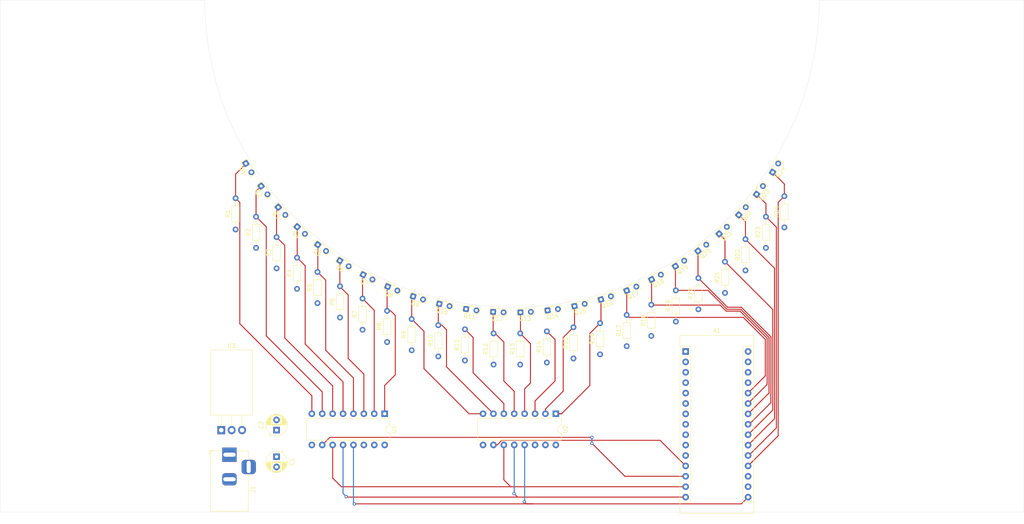
<source format=kicad_pcb>
(kicad_pcb (version 20171130) (host pcbnew "(5.1.2)-2")

  (general
    (thickness 1.6)
    (drawings 6)
    (tracks 186)
    (zones 0)
    (modules 55)
    (nets 48)
  )

  (page A4)
  (layers
    (0 F.Cu signal)
    (31 B.Cu signal)
    (32 B.Adhes user)
    (33 F.Adhes user)
    (34 B.Paste user)
    (35 F.Paste user)
    (36 B.SilkS user)
    (37 F.SilkS user)
    (38 B.Mask user)
    (39 F.Mask user)
    (40 Dwgs.User user)
    (41 Cmts.User user)
    (42 Eco1.User user)
    (43 Eco2.User user)
    (44 Edge.Cuts user)
    (45 Margin user)
    (46 B.CrtYd user)
    (47 F.CrtYd user)
    (48 B.Fab user)
    (49 F.Fab user)
  )

  (setup
    (last_trace_width 0.25)
    (trace_clearance 0.2)
    (zone_clearance 0.508)
    (zone_45_only no)
    (trace_min 0.2)
    (via_size 0.8)
    (via_drill 0.4)
    (via_min_size 0.4)
    (via_min_drill 0.3)
    (uvia_size 0.3)
    (uvia_drill 0.1)
    (uvias_allowed no)
    (uvia_min_size 0.2)
    (uvia_min_drill 0.1)
    (edge_width 0.05)
    (segment_width 0.2)
    (pcb_text_width 0.3)
    (pcb_text_size 1.5 1.5)
    (mod_edge_width 0.12)
    (mod_text_size 1 1)
    (mod_text_width 0.15)
    (pad_size 1.524 1.524)
    (pad_drill 0.762)
    (pad_to_mask_clearance 0.051)
    (solder_mask_min_width 0.25)
    (aux_axis_origin 0 0)
    (visible_elements 7FFFFFFF)
    (pcbplotparams
      (layerselection 0x010fc_ffffffff)
      (usegerberextensions false)
      (usegerberattributes false)
      (usegerberadvancedattributes false)
      (creategerberjobfile false)
      (excludeedgelayer true)
      (linewidth 0.100000)
      (plotframeref false)
      (viasonmask false)
      (mode 1)
      (useauxorigin false)
      (hpglpennumber 1)
      (hpglpenspeed 20)
      (hpglpendiameter 15.000000)
      (psnegative false)
      (psa4output false)
      (plotreference true)
      (plotvalue true)
      (plotinvisibletext false)
      (padsonsilk false)
      (subtractmaskfromsilk false)
      (outputformat 1)
      (mirror false)
      (drillshape 1)
      (scaleselection 1)
      (outputdirectory ""))
  )

  (net 0 "")
  (net 1 "Net-(A1-Pad16)")
  (net 2 "Net-(A1-Pad15)")
  (net 3 "Net-(A1-Pad30)")
  (net 4 "Net-(A1-Pad14)")
  (net 5 GND)
  (net 6 "Net-(A1-Pad13)")
  (net 7 "Net-(A1-Pad28)")
  (net 8 "Net-(A1-Pad12)")
  (net 9 +5V)
  (net 10 "Net-(A1-Pad11)")
  (net 11 "Net-(A1-Pad10)")
  (net 12 "Net-(A1-Pad9)")
  (net 13 "Net-(A1-Pad8)")
  (net 14 "Net-(A1-Pad7)")
  (net 15 "Net-(A1-Pad6)")
  (net 16 "Net-(A1-Pad5)")
  (net 17 "Net-(A1-Pad3)")
  (net 18 "Net-(A1-Pad18)")
  (net 19 "Net-(A1-Pad2)")
  (net 20 "Net-(A1-Pad17)")
  (net 21 "Net-(A1-Pad1)")
  (net 22 /Phototransistors/PT1)
  (net 23 /Phototransistors/PT21)
  (net 24 /Phototransistors/PT22)
  (net 25 /Phototransistors/PT23)
  (net 26 /Phototransistors/PT24)
  (net 27 /Phototransistors/PT17)
  (net 28 /Phototransistors/PT18)
  (net 29 /Phototransistors/PT9)
  (net 30 /Phototransistors/PT19)
  (net 31 /Phototransistors/PT20)
  (net 32 /PT11)
  (net 33 /PT2)
  (net 34 /PT12)
  (net 35 /PT3)
  (net 36 /PT13)
  (net 37 /PT4)
  (net 38 /PT14)
  (net 39 /PT5)
  (net 40 /PT15)
  (net 41 /PT6)
  (net 42 /PT16)
  (net 43 /PT7)
  (net 44 /PT8)
  (net 45 /PT10)
  (net 46 +VDC)
  (net 47 "Net-(J1-Pad3)")

  (net_class Default "This is the default net class."
    (clearance 0.2)
    (trace_width 0.25)
    (via_dia 0.8)
    (via_drill 0.4)
    (uvia_dia 0.3)
    (uvia_drill 0.1)
    (add_net +5V)
    (add_net +VDC)
    (add_net /PT10)
    (add_net /PT11)
    (add_net /PT12)
    (add_net /PT13)
    (add_net /PT14)
    (add_net /PT15)
    (add_net /PT16)
    (add_net /PT2)
    (add_net /PT3)
    (add_net /PT4)
    (add_net /PT5)
    (add_net /PT6)
    (add_net /PT7)
    (add_net /PT8)
    (add_net /Phototransistors/PT1)
    (add_net /Phototransistors/PT17)
    (add_net /Phototransistors/PT18)
    (add_net /Phototransistors/PT19)
    (add_net /Phototransistors/PT20)
    (add_net /Phototransistors/PT21)
    (add_net /Phototransistors/PT22)
    (add_net /Phototransistors/PT23)
    (add_net /Phototransistors/PT24)
    (add_net /Phototransistors/PT9)
    (add_net GND)
    (add_net "Net-(A1-Pad1)")
    (add_net "Net-(A1-Pad10)")
    (add_net "Net-(A1-Pad11)")
    (add_net "Net-(A1-Pad12)")
    (add_net "Net-(A1-Pad13)")
    (add_net "Net-(A1-Pad14)")
    (add_net "Net-(A1-Pad15)")
    (add_net "Net-(A1-Pad16)")
    (add_net "Net-(A1-Pad17)")
    (add_net "Net-(A1-Pad18)")
    (add_net "Net-(A1-Pad2)")
    (add_net "Net-(A1-Pad28)")
    (add_net "Net-(A1-Pad3)")
    (add_net "Net-(A1-Pad30)")
    (add_net "Net-(A1-Pad5)")
    (add_net "Net-(A1-Pad6)")
    (add_net "Net-(A1-Pad7)")
    (add_net "Net-(A1-Pad8)")
    (add_net "Net-(A1-Pad9)")
    (add_net "Net-(J1-Pad3)")
  )

  (module Connector_BarrelJack:BarrelJack_Horizontal (layer F.Cu) (tedit 5A1DBF6A) (tstamp 5D6787C1)
    (at 81 136 90)
    (descr "DC Barrel Jack")
    (tags "Power Jack")
    (path /5D7B93FB)
    (fp_text reference J1 (at -8.45 5.75 90) (layer F.SilkS)
      (effects (font (size 1 1) (thickness 0.15)))
    )
    (fp_text value Barrel_Jack_Switch (at -6.2 -5.5 90) (layer F.Fab)
      (effects (font (size 1 1) (thickness 0.15)))
    )
    (fp_line (start 0 -4.5) (end -13.7 -4.5) (layer F.Fab) (width 0.1))
    (fp_line (start 0.8 4.5) (end 0.8 -3.75) (layer F.Fab) (width 0.1))
    (fp_line (start -13.7 4.5) (end 0.8 4.5) (layer F.Fab) (width 0.1))
    (fp_line (start -13.7 -4.5) (end -13.7 4.5) (layer F.Fab) (width 0.1))
    (fp_line (start -10.2 -4.5) (end -10.2 4.5) (layer F.Fab) (width 0.1))
    (fp_line (start 0.9 -4.6) (end 0.9 -2) (layer F.SilkS) (width 0.12))
    (fp_line (start -13.8 -4.6) (end 0.9 -4.6) (layer F.SilkS) (width 0.12))
    (fp_line (start 0.9 4.6) (end -1 4.6) (layer F.SilkS) (width 0.12))
    (fp_line (start 0.9 1.9) (end 0.9 4.6) (layer F.SilkS) (width 0.12))
    (fp_line (start -13.8 4.6) (end -13.8 -4.6) (layer F.SilkS) (width 0.12))
    (fp_line (start -5 4.6) (end -13.8 4.6) (layer F.SilkS) (width 0.12))
    (fp_line (start -14 4.75) (end -14 -4.75) (layer F.CrtYd) (width 0.05))
    (fp_line (start -5 4.75) (end -14 4.75) (layer F.CrtYd) (width 0.05))
    (fp_line (start -5 6.75) (end -5 4.75) (layer F.CrtYd) (width 0.05))
    (fp_line (start -1 6.75) (end -5 6.75) (layer F.CrtYd) (width 0.05))
    (fp_line (start -1 4.75) (end -1 6.75) (layer F.CrtYd) (width 0.05))
    (fp_line (start 1 4.75) (end -1 4.75) (layer F.CrtYd) (width 0.05))
    (fp_line (start 1 2) (end 1 4.75) (layer F.CrtYd) (width 0.05))
    (fp_line (start 2 2) (end 1 2) (layer F.CrtYd) (width 0.05))
    (fp_line (start 2 -2) (end 2 2) (layer F.CrtYd) (width 0.05))
    (fp_line (start 1 -2) (end 2 -2) (layer F.CrtYd) (width 0.05))
    (fp_line (start 1 -4.5) (end 1 -2) (layer F.CrtYd) (width 0.05))
    (fp_line (start 1 -4.75) (end -14 -4.75) (layer F.CrtYd) (width 0.05))
    (fp_line (start 1 -4.5) (end 1 -4.75) (layer F.CrtYd) (width 0.05))
    (fp_line (start 0.05 -4.8) (end 1.1 -4.8) (layer F.SilkS) (width 0.12))
    (fp_line (start 1.1 -3.75) (end 1.1 -4.8) (layer F.SilkS) (width 0.12))
    (fp_line (start -0.003213 -4.505425) (end 0.8 -3.75) (layer F.Fab) (width 0.1))
    (fp_text user %R (at -3 -2.95 90) (layer F.Fab)
      (effects (font (size 1 1) (thickness 0.15)))
    )
    (pad 3 thru_hole roundrect (at -3 4.7 90) (size 3.5 3.5) (drill oval 3 1) (layers *.Cu *.Mask) (roundrect_rratio 0.25)
      (net 47 "Net-(J1-Pad3)"))
    (pad 2 thru_hole roundrect (at -6 0 90) (size 3 3.5) (drill oval 1 3) (layers *.Cu *.Mask) (roundrect_rratio 0.25)
      (net 5 GND))
    (pad 1 thru_hole rect (at 0 0 90) (size 3.5 3.5) (drill oval 1 3) (layers *.Cu *.Mask)
      (net 46 +VDC))
    (model ${KISYS3DMOD}/Connector_BarrelJack.3dshapes/BarrelJack_Horizontal.wrl
      (at (xyz 0 0 0))
      (scale (xyz 1 1 1))
      (rotate (xyz 0 0 0))
    )
  )

  (module Capacitor_THT:CP_Radial_D5.0mm_P2.50mm (layer F.Cu) (tedit 5AE50EF0) (tstamp 5D67879E)
    (at 92.5 130 90)
    (descr "CP, Radial series, Radial, pin pitch=2.50mm, , diameter=5mm, Electrolytic Capacitor")
    (tags "CP Radial series Radial pin pitch 2.50mm  diameter 5mm Electrolytic Capacitor")
    (path /5D77BA9C)
    (fp_text reference C2 (at 1.25 -3.75 90) (layer F.SilkS)
      (effects (font (size 1 1) (thickness 0.15)))
    )
    (fp_text value 10uF (at 1.25 3.75 90) (layer F.Fab)
      (effects (font (size 1 1) (thickness 0.15)))
    )
    (fp_text user %R (at 1.25 0 90) (layer F.Fab)
      (effects (font (size 1 1) (thickness 0.15)))
    )
    (fp_line (start -1.304775 -1.725) (end -1.304775 -1.225) (layer F.SilkS) (width 0.12))
    (fp_line (start -1.554775 -1.475) (end -1.054775 -1.475) (layer F.SilkS) (width 0.12))
    (fp_line (start 3.851 -0.284) (end 3.851 0.284) (layer F.SilkS) (width 0.12))
    (fp_line (start 3.811 -0.518) (end 3.811 0.518) (layer F.SilkS) (width 0.12))
    (fp_line (start 3.771 -0.677) (end 3.771 0.677) (layer F.SilkS) (width 0.12))
    (fp_line (start 3.731 -0.805) (end 3.731 0.805) (layer F.SilkS) (width 0.12))
    (fp_line (start 3.691 -0.915) (end 3.691 0.915) (layer F.SilkS) (width 0.12))
    (fp_line (start 3.651 -1.011) (end 3.651 1.011) (layer F.SilkS) (width 0.12))
    (fp_line (start 3.611 -1.098) (end 3.611 1.098) (layer F.SilkS) (width 0.12))
    (fp_line (start 3.571 -1.178) (end 3.571 1.178) (layer F.SilkS) (width 0.12))
    (fp_line (start 3.531 1.04) (end 3.531 1.251) (layer F.SilkS) (width 0.12))
    (fp_line (start 3.531 -1.251) (end 3.531 -1.04) (layer F.SilkS) (width 0.12))
    (fp_line (start 3.491 1.04) (end 3.491 1.319) (layer F.SilkS) (width 0.12))
    (fp_line (start 3.491 -1.319) (end 3.491 -1.04) (layer F.SilkS) (width 0.12))
    (fp_line (start 3.451 1.04) (end 3.451 1.383) (layer F.SilkS) (width 0.12))
    (fp_line (start 3.451 -1.383) (end 3.451 -1.04) (layer F.SilkS) (width 0.12))
    (fp_line (start 3.411 1.04) (end 3.411 1.443) (layer F.SilkS) (width 0.12))
    (fp_line (start 3.411 -1.443) (end 3.411 -1.04) (layer F.SilkS) (width 0.12))
    (fp_line (start 3.371 1.04) (end 3.371 1.5) (layer F.SilkS) (width 0.12))
    (fp_line (start 3.371 -1.5) (end 3.371 -1.04) (layer F.SilkS) (width 0.12))
    (fp_line (start 3.331 1.04) (end 3.331 1.554) (layer F.SilkS) (width 0.12))
    (fp_line (start 3.331 -1.554) (end 3.331 -1.04) (layer F.SilkS) (width 0.12))
    (fp_line (start 3.291 1.04) (end 3.291 1.605) (layer F.SilkS) (width 0.12))
    (fp_line (start 3.291 -1.605) (end 3.291 -1.04) (layer F.SilkS) (width 0.12))
    (fp_line (start 3.251 1.04) (end 3.251 1.653) (layer F.SilkS) (width 0.12))
    (fp_line (start 3.251 -1.653) (end 3.251 -1.04) (layer F.SilkS) (width 0.12))
    (fp_line (start 3.211 1.04) (end 3.211 1.699) (layer F.SilkS) (width 0.12))
    (fp_line (start 3.211 -1.699) (end 3.211 -1.04) (layer F.SilkS) (width 0.12))
    (fp_line (start 3.171 1.04) (end 3.171 1.743) (layer F.SilkS) (width 0.12))
    (fp_line (start 3.171 -1.743) (end 3.171 -1.04) (layer F.SilkS) (width 0.12))
    (fp_line (start 3.131 1.04) (end 3.131 1.785) (layer F.SilkS) (width 0.12))
    (fp_line (start 3.131 -1.785) (end 3.131 -1.04) (layer F.SilkS) (width 0.12))
    (fp_line (start 3.091 1.04) (end 3.091 1.826) (layer F.SilkS) (width 0.12))
    (fp_line (start 3.091 -1.826) (end 3.091 -1.04) (layer F.SilkS) (width 0.12))
    (fp_line (start 3.051 1.04) (end 3.051 1.864) (layer F.SilkS) (width 0.12))
    (fp_line (start 3.051 -1.864) (end 3.051 -1.04) (layer F.SilkS) (width 0.12))
    (fp_line (start 3.011 1.04) (end 3.011 1.901) (layer F.SilkS) (width 0.12))
    (fp_line (start 3.011 -1.901) (end 3.011 -1.04) (layer F.SilkS) (width 0.12))
    (fp_line (start 2.971 1.04) (end 2.971 1.937) (layer F.SilkS) (width 0.12))
    (fp_line (start 2.971 -1.937) (end 2.971 -1.04) (layer F.SilkS) (width 0.12))
    (fp_line (start 2.931 1.04) (end 2.931 1.971) (layer F.SilkS) (width 0.12))
    (fp_line (start 2.931 -1.971) (end 2.931 -1.04) (layer F.SilkS) (width 0.12))
    (fp_line (start 2.891 1.04) (end 2.891 2.004) (layer F.SilkS) (width 0.12))
    (fp_line (start 2.891 -2.004) (end 2.891 -1.04) (layer F.SilkS) (width 0.12))
    (fp_line (start 2.851 1.04) (end 2.851 2.035) (layer F.SilkS) (width 0.12))
    (fp_line (start 2.851 -2.035) (end 2.851 -1.04) (layer F.SilkS) (width 0.12))
    (fp_line (start 2.811 1.04) (end 2.811 2.065) (layer F.SilkS) (width 0.12))
    (fp_line (start 2.811 -2.065) (end 2.811 -1.04) (layer F.SilkS) (width 0.12))
    (fp_line (start 2.771 1.04) (end 2.771 2.095) (layer F.SilkS) (width 0.12))
    (fp_line (start 2.771 -2.095) (end 2.771 -1.04) (layer F.SilkS) (width 0.12))
    (fp_line (start 2.731 1.04) (end 2.731 2.122) (layer F.SilkS) (width 0.12))
    (fp_line (start 2.731 -2.122) (end 2.731 -1.04) (layer F.SilkS) (width 0.12))
    (fp_line (start 2.691 1.04) (end 2.691 2.149) (layer F.SilkS) (width 0.12))
    (fp_line (start 2.691 -2.149) (end 2.691 -1.04) (layer F.SilkS) (width 0.12))
    (fp_line (start 2.651 1.04) (end 2.651 2.175) (layer F.SilkS) (width 0.12))
    (fp_line (start 2.651 -2.175) (end 2.651 -1.04) (layer F.SilkS) (width 0.12))
    (fp_line (start 2.611 1.04) (end 2.611 2.2) (layer F.SilkS) (width 0.12))
    (fp_line (start 2.611 -2.2) (end 2.611 -1.04) (layer F.SilkS) (width 0.12))
    (fp_line (start 2.571 1.04) (end 2.571 2.224) (layer F.SilkS) (width 0.12))
    (fp_line (start 2.571 -2.224) (end 2.571 -1.04) (layer F.SilkS) (width 0.12))
    (fp_line (start 2.531 1.04) (end 2.531 2.247) (layer F.SilkS) (width 0.12))
    (fp_line (start 2.531 -2.247) (end 2.531 -1.04) (layer F.SilkS) (width 0.12))
    (fp_line (start 2.491 1.04) (end 2.491 2.268) (layer F.SilkS) (width 0.12))
    (fp_line (start 2.491 -2.268) (end 2.491 -1.04) (layer F.SilkS) (width 0.12))
    (fp_line (start 2.451 1.04) (end 2.451 2.29) (layer F.SilkS) (width 0.12))
    (fp_line (start 2.451 -2.29) (end 2.451 -1.04) (layer F.SilkS) (width 0.12))
    (fp_line (start 2.411 1.04) (end 2.411 2.31) (layer F.SilkS) (width 0.12))
    (fp_line (start 2.411 -2.31) (end 2.411 -1.04) (layer F.SilkS) (width 0.12))
    (fp_line (start 2.371 1.04) (end 2.371 2.329) (layer F.SilkS) (width 0.12))
    (fp_line (start 2.371 -2.329) (end 2.371 -1.04) (layer F.SilkS) (width 0.12))
    (fp_line (start 2.331 1.04) (end 2.331 2.348) (layer F.SilkS) (width 0.12))
    (fp_line (start 2.331 -2.348) (end 2.331 -1.04) (layer F.SilkS) (width 0.12))
    (fp_line (start 2.291 1.04) (end 2.291 2.365) (layer F.SilkS) (width 0.12))
    (fp_line (start 2.291 -2.365) (end 2.291 -1.04) (layer F.SilkS) (width 0.12))
    (fp_line (start 2.251 1.04) (end 2.251 2.382) (layer F.SilkS) (width 0.12))
    (fp_line (start 2.251 -2.382) (end 2.251 -1.04) (layer F.SilkS) (width 0.12))
    (fp_line (start 2.211 1.04) (end 2.211 2.398) (layer F.SilkS) (width 0.12))
    (fp_line (start 2.211 -2.398) (end 2.211 -1.04) (layer F.SilkS) (width 0.12))
    (fp_line (start 2.171 1.04) (end 2.171 2.414) (layer F.SilkS) (width 0.12))
    (fp_line (start 2.171 -2.414) (end 2.171 -1.04) (layer F.SilkS) (width 0.12))
    (fp_line (start 2.131 1.04) (end 2.131 2.428) (layer F.SilkS) (width 0.12))
    (fp_line (start 2.131 -2.428) (end 2.131 -1.04) (layer F.SilkS) (width 0.12))
    (fp_line (start 2.091 1.04) (end 2.091 2.442) (layer F.SilkS) (width 0.12))
    (fp_line (start 2.091 -2.442) (end 2.091 -1.04) (layer F.SilkS) (width 0.12))
    (fp_line (start 2.051 1.04) (end 2.051 2.455) (layer F.SilkS) (width 0.12))
    (fp_line (start 2.051 -2.455) (end 2.051 -1.04) (layer F.SilkS) (width 0.12))
    (fp_line (start 2.011 1.04) (end 2.011 2.468) (layer F.SilkS) (width 0.12))
    (fp_line (start 2.011 -2.468) (end 2.011 -1.04) (layer F.SilkS) (width 0.12))
    (fp_line (start 1.971 1.04) (end 1.971 2.48) (layer F.SilkS) (width 0.12))
    (fp_line (start 1.971 -2.48) (end 1.971 -1.04) (layer F.SilkS) (width 0.12))
    (fp_line (start 1.93 1.04) (end 1.93 2.491) (layer F.SilkS) (width 0.12))
    (fp_line (start 1.93 -2.491) (end 1.93 -1.04) (layer F.SilkS) (width 0.12))
    (fp_line (start 1.89 1.04) (end 1.89 2.501) (layer F.SilkS) (width 0.12))
    (fp_line (start 1.89 -2.501) (end 1.89 -1.04) (layer F.SilkS) (width 0.12))
    (fp_line (start 1.85 1.04) (end 1.85 2.511) (layer F.SilkS) (width 0.12))
    (fp_line (start 1.85 -2.511) (end 1.85 -1.04) (layer F.SilkS) (width 0.12))
    (fp_line (start 1.81 1.04) (end 1.81 2.52) (layer F.SilkS) (width 0.12))
    (fp_line (start 1.81 -2.52) (end 1.81 -1.04) (layer F.SilkS) (width 0.12))
    (fp_line (start 1.77 1.04) (end 1.77 2.528) (layer F.SilkS) (width 0.12))
    (fp_line (start 1.77 -2.528) (end 1.77 -1.04) (layer F.SilkS) (width 0.12))
    (fp_line (start 1.73 1.04) (end 1.73 2.536) (layer F.SilkS) (width 0.12))
    (fp_line (start 1.73 -2.536) (end 1.73 -1.04) (layer F.SilkS) (width 0.12))
    (fp_line (start 1.69 1.04) (end 1.69 2.543) (layer F.SilkS) (width 0.12))
    (fp_line (start 1.69 -2.543) (end 1.69 -1.04) (layer F.SilkS) (width 0.12))
    (fp_line (start 1.65 1.04) (end 1.65 2.55) (layer F.SilkS) (width 0.12))
    (fp_line (start 1.65 -2.55) (end 1.65 -1.04) (layer F.SilkS) (width 0.12))
    (fp_line (start 1.61 1.04) (end 1.61 2.556) (layer F.SilkS) (width 0.12))
    (fp_line (start 1.61 -2.556) (end 1.61 -1.04) (layer F.SilkS) (width 0.12))
    (fp_line (start 1.57 1.04) (end 1.57 2.561) (layer F.SilkS) (width 0.12))
    (fp_line (start 1.57 -2.561) (end 1.57 -1.04) (layer F.SilkS) (width 0.12))
    (fp_line (start 1.53 1.04) (end 1.53 2.565) (layer F.SilkS) (width 0.12))
    (fp_line (start 1.53 -2.565) (end 1.53 -1.04) (layer F.SilkS) (width 0.12))
    (fp_line (start 1.49 1.04) (end 1.49 2.569) (layer F.SilkS) (width 0.12))
    (fp_line (start 1.49 -2.569) (end 1.49 -1.04) (layer F.SilkS) (width 0.12))
    (fp_line (start 1.45 -2.573) (end 1.45 2.573) (layer F.SilkS) (width 0.12))
    (fp_line (start 1.41 -2.576) (end 1.41 2.576) (layer F.SilkS) (width 0.12))
    (fp_line (start 1.37 -2.578) (end 1.37 2.578) (layer F.SilkS) (width 0.12))
    (fp_line (start 1.33 -2.579) (end 1.33 2.579) (layer F.SilkS) (width 0.12))
    (fp_line (start 1.29 -2.58) (end 1.29 2.58) (layer F.SilkS) (width 0.12))
    (fp_line (start 1.25 -2.58) (end 1.25 2.58) (layer F.SilkS) (width 0.12))
    (fp_line (start -0.633605 -1.3375) (end -0.633605 -0.8375) (layer F.Fab) (width 0.1))
    (fp_line (start -0.883605 -1.0875) (end -0.383605 -1.0875) (layer F.Fab) (width 0.1))
    (fp_circle (center 1.25 0) (end 4 0) (layer F.CrtYd) (width 0.05))
    (fp_circle (center 1.25 0) (end 3.87 0) (layer F.SilkS) (width 0.12))
    (fp_circle (center 1.25 0) (end 3.75 0) (layer F.Fab) (width 0.1))
    (pad 2 thru_hole circle (at 2.5 0 90) (size 1.6 1.6) (drill 0.8) (layers *.Cu *.Mask)
      (net 5 GND))
    (pad 1 thru_hole rect (at 0 0 90) (size 1.6 1.6) (drill 0.8) (layers *.Cu *.Mask)
      (net 9 +5V))
    (model ${KISYS3DMOD}/Capacitor_THT.3dshapes/CP_Radial_D5.0mm_P2.50mm.wrl
      (at (xyz 0 0 0))
      (scale (xyz 1 1 1))
      (rotate (xyz 0 0 0))
    )
  )

  (module Capacitor_THT:CP_Radial_D5.0mm_P2.50mm (layer F.Cu) (tedit 5AE50EF0) (tstamp 5D67871A)
    (at 92.5 136.5 270)
    (descr "CP, Radial series, Radial, pin pitch=2.50mm, , diameter=5mm, Electrolytic Capacitor")
    (tags "CP Radial series Radial pin pitch 2.50mm  diameter 5mm Electrolytic Capacitor")
    (path /5D7807CE)
    (fp_text reference C1 (at 1.25 -3.75 90) (layer F.SilkS)
      (effects (font (size 1 1) (thickness 0.15)))
    )
    (fp_text value 0.1uF (at 1.25 3.75 90) (layer F.Fab)
      (effects (font (size 1 1) (thickness 0.15)))
    )
    (fp_text user %R (at 1.25 0 90) (layer F.Fab)
      (effects (font (size 1 1) (thickness 0.15)))
    )
    (fp_line (start -1.304775 -1.725) (end -1.304775 -1.225) (layer F.SilkS) (width 0.12))
    (fp_line (start -1.554775 -1.475) (end -1.054775 -1.475) (layer F.SilkS) (width 0.12))
    (fp_line (start 3.851 -0.284) (end 3.851 0.284) (layer F.SilkS) (width 0.12))
    (fp_line (start 3.811 -0.518) (end 3.811 0.518) (layer F.SilkS) (width 0.12))
    (fp_line (start 3.771 -0.677) (end 3.771 0.677) (layer F.SilkS) (width 0.12))
    (fp_line (start 3.731 -0.805) (end 3.731 0.805) (layer F.SilkS) (width 0.12))
    (fp_line (start 3.691 -0.915) (end 3.691 0.915) (layer F.SilkS) (width 0.12))
    (fp_line (start 3.651 -1.011) (end 3.651 1.011) (layer F.SilkS) (width 0.12))
    (fp_line (start 3.611 -1.098) (end 3.611 1.098) (layer F.SilkS) (width 0.12))
    (fp_line (start 3.571 -1.178) (end 3.571 1.178) (layer F.SilkS) (width 0.12))
    (fp_line (start 3.531 1.04) (end 3.531 1.251) (layer F.SilkS) (width 0.12))
    (fp_line (start 3.531 -1.251) (end 3.531 -1.04) (layer F.SilkS) (width 0.12))
    (fp_line (start 3.491 1.04) (end 3.491 1.319) (layer F.SilkS) (width 0.12))
    (fp_line (start 3.491 -1.319) (end 3.491 -1.04) (layer F.SilkS) (width 0.12))
    (fp_line (start 3.451 1.04) (end 3.451 1.383) (layer F.SilkS) (width 0.12))
    (fp_line (start 3.451 -1.383) (end 3.451 -1.04) (layer F.SilkS) (width 0.12))
    (fp_line (start 3.411 1.04) (end 3.411 1.443) (layer F.SilkS) (width 0.12))
    (fp_line (start 3.411 -1.443) (end 3.411 -1.04) (layer F.SilkS) (width 0.12))
    (fp_line (start 3.371 1.04) (end 3.371 1.5) (layer F.SilkS) (width 0.12))
    (fp_line (start 3.371 -1.5) (end 3.371 -1.04) (layer F.SilkS) (width 0.12))
    (fp_line (start 3.331 1.04) (end 3.331 1.554) (layer F.SilkS) (width 0.12))
    (fp_line (start 3.331 -1.554) (end 3.331 -1.04) (layer F.SilkS) (width 0.12))
    (fp_line (start 3.291 1.04) (end 3.291 1.605) (layer F.SilkS) (width 0.12))
    (fp_line (start 3.291 -1.605) (end 3.291 -1.04) (layer F.SilkS) (width 0.12))
    (fp_line (start 3.251 1.04) (end 3.251 1.653) (layer F.SilkS) (width 0.12))
    (fp_line (start 3.251 -1.653) (end 3.251 -1.04) (layer F.SilkS) (width 0.12))
    (fp_line (start 3.211 1.04) (end 3.211 1.699) (layer F.SilkS) (width 0.12))
    (fp_line (start 3.211 -1.699) (end 3.211 -1.04) (layer F.SilkS) (width 0.12))
    (fp_line (start 3.171 1.04) (end 3.171 1.743) (layer F.SilkS) (width 0.12))
    (fp_line (start 3.171 -1.743) (end 3.171 -1.04) (layer F.SilkS) (width 0.12))
    (fp_line (start 3.131 1.04) (end 3.131 1.785) (layer F.SilkS) (width 0.12))
    (fp_line (start 3.131 -1.785) (end 3.131 -1.04) (layer F.SilkS) (width 0.12))
    (fp_line (start 3.091 1.04) (end 3.091 1.826) (layer F.SilkS) (width 0.12))
    (fp_line (start 3.091 -1.826) (end 3.091 -1.04) (layer F.SilkS) (width 0.12))
    (fp_line (start 3.051 1.04) (end 3.051 1.864) (layer F.SilkS) (width 0.12))
    (fp_line (start 3.051 -1.864) (end 3.051 -1.04) (layer F.SilkS) (width 0.12))
    (fp_line (start 3.011 1.04) (end 3.011 1.901) (layer F.SilkS) (width 0.12))
    (fp_line (start 3.011 -1.901) (end 3.011 -1.04) (layer F.SilkS) (width 0.12))
    (fp_line (start 2.971 1.04) (end 2.971 1.937) (layer F.SilkS) (width 0.12))
    (fp_line (start 2.971 -1.937) (end 2.971 -1.04) (layer F.SilkS) (width 0.12))
    (fp_line (start 2.931 1.04) (end 2.931 1.971) (layer F.SilkS) (width 0.12))
    (fp_line (start 2.931 -1.971) (end 2.931 -1.04) (layer F.SilkS) (width 0.12))
    (fp_line (start 2.891 1.04) (end 2.891 2.004) (layer F.SilkS) (width 0.12))
    (fp_line (start 2.891 -2.004) (end 2.891 -1.04) (layer F.SilkS) (width 0.12))
    (fp_line (start 2.851 1.04) (end 2.851 2.035) (layer F.SilkS) (width 0.12))
    (fp_line (start 2.851 -2.035) (end 2.851 -1.04) (layer F.SilkS) (width 0.12))
    (fp_line (start 2.811 1.04) (end 2.811 2.065) (layer F.SilkS) (width 0.12))
    (fp_line (start 2.811 -2.065) (end 2.811 -1.04) (layer F.SilkS) (width 0.12))
    (fp_line (start 2.771 1.04) (end 2.771 2.095) (layer F.SilkS) (width 0.12))
    (fp_line (start 2.771 -2.095) (end 2.771 -1.04) (layer F.SilkS) (width 0.12))
    (fp_line (start 2.731 1.04) (end 2.731 2.122) (layer F.SilkS) (width 0.12))
    (fp_line (start 2.731 -2.122) (end 2.731 -1.04) (layer F.SilkS) (width 0.12))
    (fp_line (start 2.691 1.04) (end 2.691 2.149) (layer F.SilkS) (width 0.12))
    (fp_line (start 2.691 -2.149) (end 2.691 -1.04) (layer F.SilkS) (width 0.12))
    (fp_line (start 2.651 1.04) (end 2.651 2.175) (layer F.SilkS) (width 0.12))
    (fp_line (start 2.651 -2.175) (end 2.651 -1.04) (layer F.SilkS) (width 0.12))
    (fp_line (start 2.611 1.04) (end 2.611 2.2) (layer F.SilkS) (width 0.12))
    (fp_line (start 2.611 -2.2) (end 2.611 -1.04) (layer F.SilkS) (width 0.12))
    (fp_line (start 2.571 1.04) (end 2.571 2.224) (layer F.SilkS) (width 0.12))
    (fp_line (start 2.571 -2.224) (end 2.571 -1.04) (layer F.SilkS) (width 0.12))
    (fp_line (start 2.531 1.04) (end 2.531 2.247) (layer F.SilkS) (width 0.12))
    (fp_line (start 2.531 -2.247) (end 2.531 -1.04) (layer F.SilkS) (width 0.12))
    (fp_line (start 2.491 1.04) (end 2.491 2.268) (layer F.SilkS) (width 0.12))
    (fp_line (start 2.491 -2.268) (end 2.491 -1.04) (layer F.SilkS) (width 0.12))
    (fp_line (start 2.451 1.04) (end 2.451 2.29) (layer F.SilkS) (width 0.12))
    (fp_line (start 2.451 -2.29) (end 2.451 -1.04) (layer F.SilkS) (width 0.12))
    (fp_line (start 2.411 1.04) (end 2.411 2.31) (layer F.SilkS) (width 0.12))
    (fp_line (start 2.411 -2.31) (end 2.411 -1.04) (layer F.SilkS) (width 0.12))
    (fp_line (start 2.371 1.04) (end 2.371 2.329) (layer F.SilkS) (width 0.12))
    (fp_line (start 2.371 -2.329) (end 2.371 -1.04) (layer F.SilkS) (width 0.12))
    (fp_line (start 2.331 1.04) (end 2.331 2.348) (layer F.SilkS) (width 0.12))
    (fp_line (start 2.331 -2.348) (end 2.331 -1.04) (layer F.SilkS) (width 0.12))
    (fp_line (start 2.291 1.04) (end 2.291 2.365) (layer F.SilkS) (width 0.12))
    (fp_line (start 2.291 -2.365) (end 2.291 -1.04) (layer F.SilkS) (width 0.12))
    (fp_line (start 2.251 1.04) (end 2.251 2.382) (layer F.SilkS) (width 0.12))
    (fp_line (start 2.251 -2.382) (end 2.251 -1.04) (layer F.SilkS) (width 0.12))
    (fp_line (start 2.211 1.04) (end 2.211 2.398) (layer F.SilkS) (width 0.12))
    (fp_line (start 2.211 -2.398) (end 2.211 -1.04) (layer F.SilkS) (width 0.12))
    (fp_line (start 2.171 1.04) (end 2.171 2.414) (layer F.SilkS) (width 0.12))
    (fp_line (start 2.171 -2.414) (end 2.171 -1.04) (layer F.SilkS) (width 0.12))
    (fp_line (start 2.131 1.04) (end 2.131 2.428) (layer F.SilkS) (width 0.12))
    (fp_line (start 2.131 -2.428) (end 2.131 -1.04) (layer F.SilkS) (width 0.12))
    (fp_line (start 2.091 1.04) (end 2.091 2.442) (layer F.SilkS) (width 0.12))
    (fp_line (start 2.091 -2.442) (end 2.091 -1.04) (layer F.SilkS) (width 0.12))
    (fp_line (start 2.051 1.04) (end 2.051 2.455) (layer F.SilkS) (width 0.12))
    (fp_line (start 2.051 -2.455) (end 2.051 -1.04) (layer F.SilkS) (width 0.12))
    (fp_line (start 2.011 1.04) (end 2.011 2.468) (layer F.SilkS) (width 0.12))
    (fp_line (start 2.011 -2.468) (end 2.011 -1.04) (layer F.SilkS) (width 0.12))
    (fp_line (start 1.971 1.04) (end 1.971 2.48) (layer F.SilkS) (width 0.12))
    (fp_line (start 1.971 -2.48) (end 1.971 -1.04) (layer F.SilkS) (width 0.12))
    (fp_line (start 1.93 1.04) (end 1.93 2.491) (layer F.SilkS) (width 0.12))
    (fp_line (start 1.93 -2.491) (end 1.93 -1.04) (layer F.SilkS) (width 0.12))
    (fp_line (start 1.89 1.04) (end 1.89 2.501) (layer F.SilkS) (width 0.12))
    (fp_line (start 1.89 -2.501) (end 1.89 -1.04) (layer F.SilkS) (width 0.12))
    (fp_line (start 1.85 1.04) (end 1.85 2.511) (layer F.SilkS) (width 0.12))
    (fp_line (start 1.85 -2.511) (end 1.85 -1.04) (layer F.SilkS) (width 0.12))
    (fp_line (start 1.81 1.04) (end 1.81 2.52) (layer F.SilkS) (width 0.12))
    (fp_line (start 1.81 -2.52) (end 1.81 -1.04) (layer F.SilkS) (width 0.12))
    (fp_line (start 1.77 1.04) (end 1.77 2.528) (layer F.SilkS) (width 0.12))
    (fp_line (start 1.77 -2.528) (end 1.77 -1.04) (layer F.SilkS) (width 0.12))
    (fp_line (start 1.73 1.04) (end 1.73 2.536) (layer F.SilkS) (width 0.12))
    (fp_line (start 1.73 -2.536) (end 1.73 -1.04) (layer F.SilkS) (width 0.12))
    (fp_line (start 1.69 1.04) (end 1.69 2.543) (layer F.SilkS) (width 0.12))
    (fp_line (start 1.69 -2.543) (end 1.69 -1.04) (layer F.SilkS) (width 0.12))
    (fp_line (start 1.65 1.04) (end 1.65 2.55) (layer F.SilkS) (width 0.12))
    (fp_line (start 1.65 -2.55) (end 1.65 -1.04) (layer F.SilkS) (width 0.12))
    (fp_line (start 1.61 1.04) (end 1.61 2.556) (layer F.SilkS) (width 0.12))
    (fp_line (start 1.61 -2.556) (end 1.61 -1.04) (layer F.SilkS) (width 0.12))
    (fp_line (start 1.57 1.04) (end 1.57 2.561) (layer F.SilkS) (width 0.12))
    (fp_line (start 1.57 -2.561) (end 1.57 -1.04) (layer F.SilkS) (width 0.12))
    (fp_line (start 1.53 1.04) (end 1.53 2.565) (layer F.SilkS) (width 0.12))
    (fp_line (start 1.53 -2.565) (end 1.53 -1.04) (layer F.SilkS) (width 0.12))
    (fp_line (start 1.49 1.04) (end 1.49 2.569) (layer F.SilkS) (width 0.12))
    (fp_line (start 1.49 -2.569) (end 1.49 -1.04) (layer F.SilkS) (width 0.12))
    (fp_line (start 1.45 -2.573) (end 1.45 2.573) (layer F.SilkS) (width 0.12))
    (fp_line (start 1.41 -2.576) (end 1.41 2.576) (layer F.SilkS) (width 0.12))
    (fp_line (start 1.37 -2.578) (end 1.37 2.578) (layer F.SilkS) (width 0.12))
    (fp_line (start 1.33 -2.579) (end 1.33 2.579) (layer F.SilkS) (width 0.12))
    (fp_line (start 1.29 -2.58) (end 1.29 2.58) (layer F.SilkS) (width 0.12))
    (fp_line (start 1.25 -2.58) (end 1.25 2.58) (layer F.SilkS) (width 0.12))
    (fp_line (start -0.633605 -1.3375) (end -0.633605 -0.8375) (layer F.Fab) (width 0.1))
    (fp_line (start -0.883605 -1.0875) (end -0.383605 -1.0875) (layer F.Fab) (width 0.1))
    (fp_circle (center 1.25 0) (end 4 0) (layer F.CrtYd) (width 0.05))
    (fp_circle (center 1.25 0) (end 3.87 0) (layer F.SilkS) (width 0.12))
    (fp_circle (center 1.25 0) (end 3.75 0) (layer F.Fab) (width 0.1))
    (pad 2 thru_hole circle (at 2.5 0 270) (size 1.6 1.6) (drill 0.8) (layers *.Cu *.Mask)
      (net 5 GND))
    (pad 1 thru_hole rect (at 0 0 270) (size 1.6 1.6) (drill 0.8) (layers *.Cu *.Mask)
      (net 46 +VDC))
    (model ${KISYS3DMOD}/Capacitor_THT.3dshapes/CP_Radial_D5.0mm_P2.50mm.wrl
      (at (xyz 0 0 0))
      (scale (xyz 1 1 1))
      (rotate (xyz 0 0 0))
    )
  )

  (module Package_TO_SOT_THT:TO-220-3_Horizontal_TabDown (layer F.Cu) (tedit 5AC8BA0D) (tstamp 5D677487)
    (at 79 130)
    (descr "TO-220-3, Horizontal, RM 2.54mm, see https://www.vishay.com/docs/66542/to-220-1.pdf")
    (tags "TO-220-3 Horizontal RM 2.54mm")
    (path /5D77A12E)
    (fp_text reference U3 (at 2.54 -20.58) (layer F.SilkS)
      (effects (font (size 1 1) (thickness 0.15)))
    )
    (fp_text value MIC29310-5.0WT (at 2.54 2) (layer F.Fab)
      (effects (font (size 1 1) (thickness 0.15)))
    )
    (fp_text user %R (at 2.54 -20.58) (layer F.Fab)
      (effects (font (size 1 1) (thickness 0.15)))
    )
    (fp_line (start 7.79 -19.71) (end -2.71 -19.71) (layer F.CrtYd) (width 0.05))
    (fp_line (start 7.79 1.25) (end 7.79 -19.71) (layer F.CrtYd) (width 0.05))
    (fp_line (start -2.71 1.25) (end 7.79 1.25) (layer F.CrtYd) (width 0.05))
    (fp_line (start -2.71 -19.71) (end -2.71 1.25) (layer F.CrtYd) (width 0.05))
    (fp_line (start 5.08 -3.69) (end 5.08 -1.15) (layer F.SilkS) (width 0.12))
    (fp_line (start 2.54 -3.69) (end 2.54 -1.15) (layer F.SilkS) (width 0.12))
    (fp_line (start 0 -3.69) (end 0 -1.15) (layer F.SilkS) (width 0.12))
    (fp_line (start 7.66 -19.58) (end 7.66 -3.69) (layer F.SilkS) (width 0.12))
    (fp_line (start -2.58 -19.58) (end -2.58 -3.69) (layer F.SilkS) (width 0.12))
    (fp_line (start -2.58 -19.58) (end 7.66 -19.58) (layer F.SilkS) (width 0.12))
    (fp_line (start -2.58 -3.69) (end 7.66 -3.69) (layer F.SilkS) (width 0.12))
    (fp_line (start 5.08 -3.81) (end 5.08 0) (layer F.Fab) (width 0.1))
    (fp_line (start 2.54 -3.81) (end 2.54 0) (layer F.Fab) (width 0.1))
    (fp_line (start 0 -3.81) (end 0 0) (layer F.Fab) (width 0.1))
    (fp_line (start 7.54 -3.81) (end -2.46 -3.81) (layer F.Fab) (width 0.1))
    (fp_line (start 7.54 -13.06) (end 7.54 -3.81) (layer F.Fab) (width 0.1))
    (fp_line (start -2.46 -13.06) (end 7.54 -13.06) (layer F.Fab) (width 0.1))
    (fp_line (start -2.46 -3.81) (end -2.46 -13.06) (layer F.Fab) (width 0.1))
    (fp_line (start 7.54 -13.06) (end -2.46 -13.06) (layer F.Fab) (width 0.1))
    (fp_line (start 7.54 -19.46) (end 7.54 -13.06) (layer F.Fab) (width 0.1))
    (fp_line (start -2.46 -19.46) (end 7.54 -19.46) (layer F.Fab) (width 0.1))
    (fp_line (start -2.46 -13.06) (end -2.46 -19.46) (layer F.Fab) (width 0.1))
    (fp_circle (center 2.54 -16.66) (end 4.39 -16.66) (layer F.Fab) (width 0.1))
    (pad 3 thru_hole oval (at 5.08 0) (size 1.905 2) (drill 1.1) (layers *.Cu *.Mask)
      (net 9 +5V))
    (pad 2 thru_hole oval (at 2.54 0) (size 1.905 2) (drill 1.1) (layers *.Cu *.Mask)
      (net 5 GND))
    (pad 1 thru_hole rect (at 0 0) (size 1.905 2) (drill 1.1) (layers *.Cu *.Mask)
      (net 46 +VDC))
    (pad "" np_thru_hole oval (at 2.54 -16.66) (size 3.5 3.5) (drill 3.5) (layers *.Cu *.Mask))
    (model ${KISYS3DMOD}/Package_TO_SOT_THT.3dshapes/TO-220-3_Horizontal_TabDown.wrl
      (at (xyz 0 0 0))
      (scale (xyz 1 1 1))
      (rotate (xyz 0 0 0))
    )
  )

  (module laser_ct:LTR_301 (layer F.Cu) (tedit 5D5DECEF) (tstamp 5D5E3FE0)
    (at 214.31 65.969 57.5)
    (descr "PhotoDiode, SFH225, RM2.54")
    (tags "PhotoDiode SFH225 RM2.54")
    (path /5D5DFB42/5D6685CF)
    (fp_text reference Q24 (at -0.2 1.65 57.5) (layer F.SilkS)
      (effects (font (size 1 1) (thickness 0.15)))
    )
    (fp_text value Q_Photo_NPN (at 0.75 2.85 57.5) (layer F.Fab)
      (effects (font (size 1 1) (thickness 0.15)))
    )
    (fp_arc (start 0 -0.5) (end 0.399999 -0.8) (angle -102.5288077) (layer F.SilkS) (width 0.12))
    (fp_line (start -2.2 0.9) (end -2.2 -0.9) (layer F.CrtYd) (width 0.04))
    (fp_line (start 2.2 0.9) (end -2.2 0.9) (layer F.CrtYd) (width 0.04))
    (fp_line (start 2.2 -0.9) (end 2.2 0.9) (layer F.CrtYd) (width 0.04))
    (fp_line (start -2.2 -0.9) (end 2.2 -0.9) (layer F.CrtYd) (width 0.04))
    (fp_line (start -2.05 0.75) (end -2.05 -0.75) (layer F.Fab) (width 0.12))
    (fp_line (start 2 0.75) (end -2.05 0.75) (layer F.Fab) (width 0.12))
    (fp_line (start 2 -0.75) (end 2 0.75) (layer F.Fab) (width 0.12))
    (fp_line (start -2.05 -0.75) (end 2 -0.75) (layer F.Fab) (width 0.12))
    (fp_line (start 2.1 -0.8) (end -2.1 -0.8) (layer F.SilkS) (width 0.12))
    (fp_line (start 2.1 0.8) (end 2.1 -0.8) (layer F.SilkS) (width 0.12))
    (fp_line (start -2.1 0.8) (end 2.1 0.8) (layer F.SilkS) (width 0.12))
    (fp_line (start -2.1 -0.8) (end -2.1 0.8) (layer F.SilkS) (width 0.12))
    (fp_text user %R (at -0.2 1.65 57.5) (layer F.Fab)
      (effects (font (size 1 1) (thickness 0.15)))
    )
    (pad 2 thru_hole circle (at 1.27 0 57.5) (size 1.4 1.4) (drill 0.7) (layers *.Cu *.Mask)
      (net 5 GND))
    (pad 1 thru_hole roundrect (at -1.27 0 57.5) (size 1.4 1.4) (drill 0.7) (layers *.Cu *.Mask) (roundrect_rratio 0.178)
      (net 26 /Phototransistors/PT24))
    (model ${KISYS3DMOD}/OptoDevice.3dshapes/Osram_SFH225.wrl
      (at (xyz 0 0 0))
      (scale (xyz 1 1 1))
      (rotate (xyz 0 0 0))
    )
  )

  (module laser_ct:LTR_301 (layer F.Cu) (tedit 5D5DECEF) (tstamp 5D5E3FCD)
    (at 210.49 71.418 52.5)
    (descr "PhotoDiode, SFH225, RM2.54")
    (tags "PhotoDiode SFH225 RM2.54")
    (path /5D5DFB42/5D6373A2)
    (fp_text reference Q23 (at -0.2 1.65 52.5) (layer F.SilkS)
      (effects (font (size 1 1) (thickness 0.15)))
    )
    (fp_text value Q_Photo_NPN (at 0.75 2.85 52.5) (layer F.Fab)
      (effects (font (size 1 1) (thickness 0.15)))
    )
    (fp_arc (start 0 -0.5) (end 0.399999 -0.8) (angle -102.5288077) (layer F.SilkS) (width 0.12))
    (fp_line (start -2.2 0.9) (end -2.2 -0.9) (layer F.CrtYd) (width 0.04))
    (fp_line (start 2.2 0.9) (end -2.2 0.9) (layer F.CrtYd) (width 0.04))
    (fp_line (start 2.2 -0.9) (end 2.2 0.9) (layer F.CrtYd) (width 0.04))
    (fp_line (start -2.2 -0.9) (end 2.2 -0.9) (layer F.CrtYd) (width 0.04))
    (fp_line (start -2.05 0.75) (end -2.05 -0.75) (layer F.Fab) (width 0.12))
    (fp_line (start 2 0.75) (end -2.05 0.75) (layer F.Fab) (width 0.12))
    (fp_line (start 2 -0.75) (end 2 0.75) (layer F.Fab) (width 0.12))
    (fp_line (start -2.05 -0.75) (end 2 -0.75) (layer F.Fab) (width 0.12))
    (fp_line (start 2.1 -0.8) (end -2.1 -0.8) (layer F.SilkS) (width 0.12))
    (fp_line (start 2.1 0.8) (end 2.1 -0.8) (layer F.SilkS) (width 0.12))
    (fp_line (start -2.1 0.8) (end 2.1 0.8) (layer F.SilkS) (width 0.12))
    (fp_line (start -2.1 -0.8) (end -2.1 0.8) (layer F.SilkS) (width 0.12))
    (fp_text user %R (at -0.2 1.65 52.5) (layer F.Fab)
      (effects (font (size 1 1) (thickness 0.15)))
    )
    (pad 2 thru_hole circle (at 1.27 0 52.5) (size 1.4 1.4) (drill 0.7) (layers *.Cu *.Mask)
      (net 5 GND))
    (pad 1 thru_hole roundrect (at -1.27 0 52.5) (size 1.4 1.4) (drill 0.7) (layers *.Cu *.Mask) (roundrect_rratio 0.178)
      (net 25 /Phototransistors/PT23))
    (model ${KISYS3DMOD}/OptoDevice.3dshapes/Osram_SFH225.wrl
      (at (xyz 0 0 0))
      (scale (xyz 1 1 1))
      (rotate (xyz 0 0 0))
    )
  )

  (module laser_ct:LTR_301 (layer F.Cu) (tedit 5D5DECEF) (tstamp 5D5E3FBA)
    (at 206.22 76.514 47.5)
    (descr "PhotoDiode, SFH225, RM2.54")
    (tags "PhotoDiode SFH225 RM2.54")
    (path /5D5DFB42/5D6685B4)
    (fp_text reference Q22 (at -0.2 1.65 47.5) (layer F.SilkS)
      (effects (font (size 1 1) (thickness 0.15)))
    )
    (fp_text value Q_Photo_NPN (at 0.75 2.85 47.5) (layer F.Fab)
      (effects (font (size 1 1) (thickness 0.15)))
    )
    (fp_arc (start 0 -0.5) (end 0.399999 -0.8) (angle -102.5288077) (layer F.SilkS) (width 0.12))
    (fp_line (start -2.2 0.9) (end -2.2 -0.9) (layer F.CrtYd) (width 0.04))
    (fp_line (start 2.2 0.9) (end -2.2 0.9) (layer F.CrtYd) (width 0.04))
    (fp_line (start 2.2 -0.9) (end 2.2 0.9) (layer F.CrtYd) (width 0.04))
    (fp_line (start -2.2 -0.9) (end 2.2 -0.9) (layer F.CrtYd) (width 0.04))
    (fp_line (start -2.05 0.75) (end -2.05 -0.75) (layer F.Fab) (width 0.12))
    (fp_line (start 2 0.75) (end -2.05 0.75) (layer F.Fab) (width 0.12))
    (fp_line (start 2 -0.75) (end 2 0.75) (layer F.Fab) (width 0.12))
    (fp_line (start -2.05 -0.75) (end 2 -0.75) (layer F.Fab) (width 0.12))
    (fp_line (start 2.1 -0.8) (end -2.1 -0.8) (layer F.SilkS) (width 0.12))
    (fp_line (start 2.1 0.8) (end 2.1 -0.8) (layer F.SilkS) (width 0.12))
    (fp_line (start -2.1 0.8) (end 2.1 0.8) (layer F.SilkS) (width 0.12))
    (fp_line (start -2.1 -0.8) (end -2.1 0.8) (layer F.SilkS) (width 0.12))
    (fp_text user %R (at -0.2 1.65 47.5) (layer F.Fab)
      (effects (font (size 1 1) (thickness 0.15)))
    )
    (pad 2 thru_hole circle (at 1.27 0 47.5) (size 1.4 1.4) (drill 0.7) (layers *.Cu *.Mask)
      (net 5 GND))
    (pad 1 thru_hole roundrect (at -1.27 0 47.5) (size 1.4 1.4) (drill 0.7) (layers *.Cu *.Mask) (roundrect_rratio 0.178)
      (net 24 /Phototransistors/PT22))
    (model ${KISYS3DMOD}/OptoDevice.3dshapes/Osram_SFH225.wrl
      (at (xyz 0 0 0))
      (scale (xyz 1 1 1))
      (rotate (xyz 0 0 0))
    )
  )

  (module laser_ct:LTR_301 (layer F.Cu) (tedit 5D5DECEF) (tstamp 5D5E3FA7)
    (at 201.51 81.217 42.5)
    (descr "PhotoDiode, SFH225, RM2.54")
    (tags "PhotoDiode SFH225 RM2.54")
    (path /5D5DFB42/5D637387)
    (fp_text reference Q21 (at -0.2 1.65 42.5) (layer F.SilkS)
      (effects (font (size 1 1) (thickness 0.15)))
    )
    (fp_text value Q_Photo_NPN (at 0.75 2.85 42.5) (layer F.Fab)
      (effects (font (size 1 1) (thickness 0.15)))
    )
    (fp_arc (start 0 -0.5) (end 0.399999 -0.8) (angle -102.5288077) (layer F.SilkS) (width 0.12))
    (fp_line (start -2.2 0.9) (end -2.2 -0.9) (layer F.CrtYd) (width 0.04))
    (fp_line (start 2.2 0.9) (end -2.2 0.9) (layer F.CrtYd) (width 0.04))
    (fp_line (start 2.2 -0.9) (end 2.2 0.9) (layer F.CrtYd) (width 0.04))
    (fp_line (start -2.2 -0.9) (end 2.2 -0.9) (layer F.CrtYd) (width 0.04))
    (fp_line (start -2.05 0.75) (end -2.05 -0.75) (layer F.Fab) (width 0.12))
    (fp_line (start 2 0.75) (end -2.05 0.75) (layer F.Fab) (width 0.12))
    (fp_line (start 2 -0.75) (end 2 0.75) (layer F.Fab) (width 0.12))
    (fp_line (start -2.05 -0.75) (end 2 -0.75) (layer F.Fab) (width 0.12))
    (fp_line (start 2.1 -0.8) (end -2.1 -0.8) (layer F.SilkS) (width 0.12))
    (fp_line (start 2.1 0.8) (end 2.1 -0.8) (layer F.SilkS) (width 0.12))
    (fp_line (start -2.1 0.8) (end 2.1 0.8) (layer F.SilkS) (width 0.12))
    (fp_line (start -2.1 -0.8) (end -2.1 0.8) (layer F.SilkS) (width 0.12))
    (fp_text user %R (at -0.2 1.65 42.5) (layer F.Fab)
      (effects (font (size 1 1) (thickness 0.15)))
    )
    (pad 2 thru_hole circle (at 1.27 0 42.5) (size 1.4 1.4) (drill 0.7) (layers *.Cu *.Mask)
      (net 5 GND))
    (pad 1 thru_hole roundrect (at -1.27 0 42.5) (size 1.4 1.4) (drill 0.7) (layers *.Cu *.Mask) (roundrect_rratio 0.178)
      (net 23 /Phototransistors/PT21))
    (model ${KISYS3DMOD}/OptoDevice.3dshapes/Osram_SFH225.wrl
      (at (xyz 0 0 0))
      (scale (xyz 1 1 1))
      (rotate (xyz 0 0 0))
    )
  )

  (module laser_ct:LTR_301 (layer F.Cu) (tedit 5D5DECEF) (tstamp 5D5E3F94)
    (at 196.42 85.493 37.5)
    (descr "PhotoDiode, SFH225, RM2.54")
    (tags "PhotoDiode SFH225 RM2.54")
    (path /5D5DFB42/5D668599)
    (fp_text reference Q20 (at -0.2 1.65 37.5) (layer F.SilkS)
      (effects (font (size 1 1) (thickness 0.15)))
    )
    (fp_text value Q_Photo_NPN (at 0.75 2.85 37.5) (layer F.Fab)
      (effects (font (size 1 1) (thickness 0.15)))
    )
    (fp_arc (start 0 -0.5) (end 0.399999 -0.8) (angle -102.5288077) (layer F.SilkS) (width 0.12))
    (fp_line (start -2.2 0.9) (end -2.2 -0.9) (layer F.CrtYd) (width 0.04))
    (fp_line (start 2.2 0.9) (end -2.2 0.9) (layer F.CrtYd) (width 0.04))
    (fp_line (start 2.2 -0.9) (end 2.2 0.9) (layer F.CrtYd) (width 0.04))
    (fp_line (start -2.2 -0.9) (end 2.2 -0.9) (layer F.CrtYd) (width 0.04))
    (fp_line (start -2.05 0.75) (end -2.05 -0.75) (layer F.Fab) (width 0.12))
    (fp_line (start 2 0.75) (end -2.05 0.75) (layer F.Fab) (width 0.12))
    (fp_line (start 2 -0.75) (end 2 0.75) (layer F.Fab) (width 0.12))
    (fp_line (start -2.05 -0.75) (end 2 -0.75) (layer F.Fab) (width 0.12))
    (fp_line (start 2.1 -0.8) (end -2.1 -0.8) (layer F.SilkS) (width 0.12))
    (fp_line (start 2.1 0.8) (end 2.1 -0.8) (layer F.SilkS) (width 0.12))
    (fp_line (start -2.1 0.8) (end 2.1 0.8) (layer F.SilkS) (width 0.12))
    (fp_line (start -2.1 -0.8) (end -2.1 0.8) (layer F.SilkS) (width 0.12))
    (fp_text user %R (at -0.2 1.65 37.5) (layer F.Fab)
      (effects (font (size 1 1) (thickness 0.15)))
    )
    (pad 2 thru_hole circle (at 1.27 0 37.5) (size 1.4 1.4) (drill 0.7) (layers *.Cu *.Mask)
      (net 5 GND))
    (pad 1 thru_hole roundrect (at -1.27 0 37.5) (size 1.4 1.4) (drill 0.7) (layers *.Cu *.Mask) (roundrect_rratio 0.178)
      (net 31 /Phototransistors/PT20))
    (model ${KISYS3DMOD}/OptoDevice.3dshapes/Osram_SFH225.wrl
      (at (xyz 0 0 0))
      (scale (xyz 1 1 1))
      (rotate (xyz 0 0 0))
    )
  )

  (module laser_ct:LTR_301 (layer F.Cu) (tedit 5D5DECEF) (tstamp 5D5E3F81)
    (at 190.97 89.309 32.5)
    (descr "PhotoDiode, SFH225, RM2.54")
    (tags "PhotoDiode SFH225 RM2.54")
    (path /5D5DFB42/5D63736C)
    (fp_text reference Q19 (at -0.2 1.65 32.5) (layer F.SilkS)
      (effects (font (size 1 1) (thickness 0.15)))
    )
    (fp_text value Q_Photo_NPN (at 0.75 2.85 32.5) (layer F.Fab)
      (effects (font (size 1 1) (thickness 0.15)))
    )
    (fp_arc (start 0 -0.5) (end 0.399999 -0.8) (angle -102.5288077) (layer F.SilkS) (width 0.12))
    (fp_line (start -2.2 0.9) (end -2.2 -0.9) (layer F.CrtYd) (width 0.04))
    (fp_line (start 2.2 0.9) (end -2.2 0.9) (layer F.CrtYd) (width 0.04))
    (fp_line (start 2.2 -0.9) (end 2.2 0.9) (layer F.CrtYd) (width 0.04))
    (fp_line (start -2.2 -0.9) (end 2.2 -0.9) (layer F.CrtYd) (width 0.04))
    (fp_line (start -2.05 0.75) (end -2.05 -0.75) (layer F.Fab) (width 0.12))
    (fp_line (start 2 0.75) (end -2.05 0.75) (layer F.Fab) (width 0.12))
    (fp_line (start 2 -0.75) (end 2 0.75) (layer F.Fab) (width 0.12))
    (fp_line (start -2.05 -0.75) (end 2 -0.75) (layer F.Fab) (width 0.12))
    (fp_line (start 2.1 -0.8) (end -2.1 -0.8) (layer F.SilkS) (width 0.12))
    (fp_line (start 2.1 0.8) (end 2.1 -0.8) (layer F.SilkS) (width 0.12))
    (fp_line (start -2.1 0.8) (end 2.1 0.8) (layer F.SilkS) (width 0.12))
    (fp_line (start -2.1 -0.8) (end -2.1 0.8) (layer F.SilkS) (width 0.12))
    (fp_text user %R (at -0.2 1.65 32.5) (layer F.Fab)
      (effects (font (size 1 1) (thickness 0.15)))
    )
    (pad 2 thru_hole circle (at 1.27 0 32.5) (size 1.4 1.4) (drill 0.7) (layers *.Cu *.Mask)
      (net 5 GND))
    (pad 1 thru_hole roundrect (at -1.27 0 32.5) (size 1.4 1.4) (drill 0.7) (layers *.Cu *.Mask) (roundrect_rratio 0.178)
      (net 30 /Phototransistors/PT19))
    (model ${KISYS3DMOD}/OptoDevice.3dshapes/Osram_SFH225.wrl
      (at (xyz 0 0 0))
      (scale (xyz 1 1 1))
      (rotate (xyz 0 0 0))
    )
  )

  (module laser_ct:LTR_301 (layer F.Cu) (tedit 5D5DECEF) (tstamp 5D5E3F6E)
    (at 185.21 92.635 27.5)
    (descr "PhotoDiode, SFH225, RM2.54")
    (tags "PhotoDiode SFH225 RM2.54")
    (path /5D5DFB42/5D66857E)
    (fp_text reference Q18 (at -0.2 1.65 27.5) (layer F.SilkS)
      (effects (font (size 1 1) (thickness 0.15)))
    )
    (fp_text value Q_Photo_NPN (at 0.75 2.85 27.5) (layer F.Fab)
      (effects (font (size 1 1) (thickness 0.15)))
    )
    (fp_arc (start 0 -0.5) (end 0.399999 -0.8) (angle -102.5288077) (layer F.SilkS) (width 0.12))
    (fp_line (start -2.2 0.9) (end -2.2 -0.9) (layer F.CrtYd) (width 0.04))
    (fp_line (start 2.2 0.9) (end -2.2 0.9) (layer F.CrtYd) (width 0.04))
    (fp_line (start 2.2 -0.9) (end 2.2 0.9) (layer F.CrtYd) (width 0.04))
    (fp_line (start -2.2 -0.9) (end 2.2 -0.9) (layer F.CrtYd) (width 0.04))
    (fp_line (start -2.05 0.75) (end -2.05 -0.75) (layer F.Fab) (width 0.12))
    (fp_line (start 2 0.75) (end -2.05 0.75) (layer F.Fab) (width 0.12))
    (fp_line (start 2 -0.75) (end 2 0.75) (layer F.Fab) (width 0.12))
    (fp_line (start -2.05 -0.75) (end 2 -0.75) (layer F.Fab) (width 0.12))
    (fp_line (start 2.1 -0.8) (end -2.1 -0.8) (layer F.SilkS) (width 0.12))
    (fp_line (start 2.1 0.8) (end 2.1 -0.8) (layer F.SilkS) (width 0.12))
    (fp_line (start -2.1 0.8) (end 2.1 0.8) (layer F.SilkS) (width 0.12))
    (fp_line (start -2.1 -0.8) (end -2.1 0.8) (layer F.SilkS) (width 0.12))
    (fp_text user %R (at -0.2 1.65 27.5) (layer F.Fab)
      (effects (font (size 1 1) (thickness 0.15)))
    )
    (pad 2 thru_hole circle (at 1.27 0 27.5) (size 1.4 1.4) (drill 0.7) (layers *.Cu *.Mask)
      (net 5 GND))
    (pad 1 thru_hole roundrect (at -1.27 0 27.5) (size 1.4 1.4) (drill 0.7) (layers *.Cu *.Mask) (roundrect_rratio 0.178)
      (net 28 /Phototransistors/PT18))
    (model ${KISYS3DMOD}/OptoDevice.3dshapes/Osram_SFH225.wrl
      (at (xyz 0 0 0))
      (scale (xyz 1 1 1))
      (rotate (xyz 0 0 0))
    )
  )

  (module laser_ct:LTR_301 (layer F.Cu) (tedit 5D5DECEF) (tstamp 5D5E3F5B)
    (at 179.18 95.446 22.5)
    (descr "PhotoDiode, SFH225, RM2.54")
    (tags "PhotoDiode SFH225 RM2.54")
    (path /5D5DFB42/5D637351)
    (fp_text reference Q17 (at -0.2 1.65 22.5) (layer F.SilkS)
      (effects (font (size 1 1) (thickness 0.15)))
    )
    (fp_text value Q_Photo_NPN (at 0.75 2.85 22.5) (layer F.Fab)
      (effects (font (size 1 1) (thickness 0.15)))
    )
    (fp_arc (start 0 -0.5) (end 0.399999 -0.8) (angle -102.5288077) (layer F.SilkS) (width 0.12))
    (fp_line (start -2.2 0.9) (end -2.2 -0.9) (layer F.CrtYd) (width 0.04))
    (fp_line (start 2.2 0.9) (end -2.2 0.9) (layer F.CrtYd) (width 0.04))
    (fp_line (start 2.2 -0.9) (end 2.2 0.9) (layer F.CrtYd) (width 0.04))
    (fp_line (start -2.2 -0.9) (end 2.2 -0.9) (layer F.CrtYd) (width 0.04))
    (fp_line (start -2.05 0.75) (end -2.05 -0.75) (layer F.Fab) (width 0.12))
    (fp_line (start 2 0.75) (end -2.05 0.75) (layer F.Fab) (width 0.12))
    (fp_line (start 2 -0.75) (end 2 0.75) (layer F.Fab) (width 0.12))
    (fp_line (start -2.05 -0.75) (end 2 -0.75) (layer F.Fab) (width 0.12))
    (fp_line (start 2.1 -0.8) (end -2.1 -0.8) (layer F.SilkS) (width 0.12))
    (fp_line (start 2.1 0.8) (end 2.1 -0.8) (layer F.SilkS) (width 0.12))
    (fp_line (start -2.1 0.8) (end 2.1 0.8) (layer F.SilkS) (width 0.12))
    (fp_line (start -2.1 -0.8) (end -2.1 0.8) (layer F.SilkS) (width 0.12))
    (fp_text user %R (at -0.2 1.65 22.5) (layer F.Fab)
      (effects (font (size 1 1) (thickness 0.15)))
    )
    (pad 2 thru_hole circle (at 1.27 0 22.5) (size 1.4 1.4) (drill 0.7) (layers *.Cu *.Mask)
      (net 5 GND))
    (pad 1 thru_hole roundrect (at -1.27 0 22.5) (size 1.4 1.4) (drill 0.7) (layers *.Cu *.Mask) (roundrect_rratio 0.178)
      (net 27 /Phototransistors/PT17))
    (model ${KISYS3DMOD}/OptoDevice.3dshapes/Osram_SFH225.wrl
      (at (xyz 0 0 0))
      (scale (xyz 1 1 1))
      (rotate (xyz 0 0 0))
    )
  )

  (module laser_ct:LTR_301 (layer F.Cu) (tedit 5D5DECEF) (tstamp 5D5E3F48)
    (at 172.93 97.721 17.5)
    (descr "PhotoDiode, SFH225, RM2.54")
    (tags "PhotoDiode SFH225 RM2.54")
    (path /5D5DFB42/5D668563)
    (fp_text reference Q16 (at -0.2 1.65 17.5) (layer F.SilkS)
      (effects (font (size 1 1) (thickness 0.15)))
    )
    (fp_text value Q_Photo_NPN (at 0.75 2.85 17.5) (layer F.Fab)
      (effects (font (size 1 1) (thickness 0.15)))
    )
    (fp_arc (start 0 -0.5) (end 0.399999 -0.8) (angle -102.5288077) (layer F.SilkS) (width 0.12))
    (fp_line (start -2.2 0.9) (end -2.2 -0.9) (layer F.CrtYd) (width 0.04))
    (fp_line (start 2.2 0.9) (end -2.2 0.9) (layer F.CrtYd) (width 0.04))
    (fp_line (start 2.2 -0.9) (end 2.2 0.9) (layer F.CrtYd) (width 0.04))
    (fp_line (start -2.2 -0.9) (end 2.2 -0.9) (layer F.CrtYd) (width 0.04))
    (fp_line (start -2.05 0.75) (end -2.05 -0.75) (layer F.Fab) (width 0.12))
    (fp_line (start 2 0.75) (end -2.05 0.75) (layer F.Fab) (width 0.12))
    (fp_line (start 2 -0.75) (end 2 0.75) (layer F.Fab) (width 0.12))
    (fp_line (start -2.05 -0.75) (end 2 -0.75) (layer F.Fab) (width 0.12))
    (fp_line (start 2.1 -0.8) (end -2.1 -0.8) (layer F.SilkS) (width 0.12))
    (fp_line (start 2.1 0.8) (end 2.1 -0.8) (layer F.SilkS) (width 0.12))
    (fp_line (start -2.1 0.8) (end 2.1 0.8) (layer F.SilkS) (width 0.12))
    (fp_line (start -2.1 -0.8) (end -2.1 0.8) (layer F.SilkS) (width 0.12))
    (fp_text user %R (at -0.2 1.65 17.5) (layer F.Fab)
      (effects (font (size 1 1) (thickness 0.15)))
    )
    (pad 2 thru_hole circle (at 1.27 0 17.5) (size 1.4 1.4) (drill 0.7) (layers *.Cu *.Mask)
      (net 5 GND))
    (pad 1 thru_hole roundrect (at -1.27 0 17.5) (size 1.4 1.4) (drill 0.7) (layers *.Cu *.Mask) (roundrect_rratio 0.178)
      (net 42 /PT16))
    (model ${KISYS3DMOD}/OptoDevice.3dshapes/Osram_SFH225.wrl
      (at (xyz 0 0 0))
      (scale (xyz 1 1 1))
      (rotate (xyz 0 0 0))
    )
  )

  (module laser_ct:LTR_301 (layer F.Cu) (tedit 5D5DECEF) (tstamp 5D5E522D)
    (at 166.5 99.443 12.5)
    (descr "PhotoDiode, SFH225, RM2.54")
    (tags "PhotoDiode SFH225 RM2.54")
    (path /5D5DFB42/5D637336)
    (fp_text reference Q15 (at -0.2 1.65 12.5) (layer F.SilkS)
      (effects (font (size 1 1) (thickness 0.15)))
    )
    (fp_text value Q_Photo_NPN (at 0.75 2.85 12.5) (layer F.Fab)
      (effects (font (size 1 1) (thickness 0.15)))
    )
    (fp_arc (start 0 -0.5) (end 0.399999 -0.8) (angle -102.5288077) (layer F.SilkS) (width 0.12))
    (fp_line (start -2.2 0.9) (end -2.2 -0.9) (layer F.CrtYd) (width 0.04))
    (fp_line (start 2.2 0.9) (end -2.2 0.9) (layer F.CrtYd) (width 0.04))
    (fp_line (start 2.2 -0.9) (end 2.2 0.9) (layer F.CrtYd) (width 0.04))
    (fp_line (start -2.2 -0.9) (end 2.2 -0.9) (layer F.CrtYd) (width 0.04))
    (fp_line (start -2.05 0.75) (end -2.05 -0.75) (layer F.Fab) (width 0.12))
    (fp_line (start 2 0.75) (end -2.05 0.75) (layer F.Fab) (width 0.12))
    (fp_line (start 2 -0.75) (end 2 0.75) (layer F.Fab) (width 0.12))
    (fp_line (start -2.05 -0.75) (end 2 -0.75) (layer F.Fab) (width 0.12))
    (fp_line (start 2.1 -0.8) (end -2.1 -0.8) (layer F.SilkS) (width 0.12))
    (fp_line (start 2.1 0.8) (end 2.1 -0.8) (layer F.SilkS) (width 0.12))
    (fp_line (start -2.1 0.8) (end 2.1 0.8) (layer F.SilkS) (width 0.12))
    (fp_line (start -2.1 -0.8) (end -2.1 0.8) (layer F.SilkS) (width 0.12))
    (fp_text user %R (at -0.2 1.65 12.5) (layer F.Fab)
      (effects (font (size 1 1) (thickness 0.15)))
    )
    (pad 2 thru_hole circle (at 1.27 0 12.5) (size 1.4 1.4) (drill 0.7) (layers *.Cu *.Mask)
      (net 5 GND))
    (pad 1 thru_hole roundrect (at -1.27 0 12.5) (size 1.4 1.4) (drill 0.7) (layers *.Cu *.Mask) (roundrect_rratio 0.178)
      (net 40 /PT15))
    (model ${KISYS3DMOD}/OptoDevice.3dshapes/Osram_SFH225.wrl
      (at (xyz 0 0 0))
      (scale (xyz 1 1 1))
      (rotate (xyz 0 0 0))
    )
  )

  (module laser_ct:LTR_301 (layer F.Cu) (tedit 5D5DECEF) (tstamp 5D5E3F22)
    (at 159.95 100.6 7.5)
    (descr "PhotoDiode, SFH225, RM2.54")
    (tags "PhotoDiode SFH225 RM2.54")
    (path /5D5DFB42/5D668548)
    (fp_text reference Q14 (at -0.2 1.65 7.5) (layer F.SilkS)
      (effects (font (size 1 1) (thickness 0.15)))
    )
    (fp_text value Q_Photo_NPN (at 0.75 2.85 7.5) (layer F.Fab)
      (effects (font (size 1 1) (thickness 0.15)))
    )
    (fp_arc (start 0 -0.5) (end 0.399999 -0.8) (angle -102.5288077) (layer F.SilkS) (width 0.12))
    (fp_line (start -2.2 0.9) (end -2.2 -0.9) (layer F.CrtYd) (width 0.04))
    (fp_line (start 2.2 0.9) (end -2.2 0.9) (layer F.CrtYd) (width 0.04))
    (fp_line (start 2.2 -0.9) (end 2.2 0.9) (layer F.CrtYd) (width 0.04))
    (fp_line (start -2.2 -0.9) (end 2.2 -0.9) (layer F.CrtYd) (width 0.04))
    (fp_line (start -2.05 0.75) (end -2.05 -0.75) (layer F.Fab) (width 0.12))
    (fp_line (start 2 0.75) (end -2.05 0.75) (layer F.Fab) (width 0.12))
    (fp_line (start 2 -0.75) (end 2 0.75) (layer F.Fab) (width 0.12))
    (fp_line (start -2.05 -0.75) (end 2 -0.75) (layer F.Fab) (width 0.12))
    (fp_line (start 2.1 -0.8) (end -2.1 -0.8) (layer F.SilkS) (width 0.12))
    (fp_line (start 2.1 0.8) (end 2.1 -0.8) (layer F.SilkS) (width 0.12))
    (fp_line (start -2.1 0.8) (end 2.1 0.8) (layer F.SilkS) (width 0.12))
    (fp_line (start -2.1 -0.8) (end -2.1 0.8) (layer F.SilkS) (width 0.12))
    (fp_text user %R (at -0.2 1.65 7.5) (layer F.Fab)
      (effects (font (size 1 1) (thickness 0.15)))
    )
    (pad 2 thru_hole circle (at 1.27 0 7.5) (size 1.4 1.4) (drill 0.7) (layers *.Cu *.Mask)
      (net 5 GND))
    (pad 1 thru_hole roundrect (at -1.27 0 7.5) (size 1.4 1.4) (drill 0.7) (layers *.Cu *.Mask) (roundrect_rratio 0.178)
      (net 38 /PT14))
    (model ${KISYS3DMOD}/OptoDevice.3dshapes/Osram_SFH225.wrl
      (at (xyz 0 0 0))
      (scale (xyz 1 1 1))
      (rotate (xyz 0 0 0))
    )
  )

  (module laser_ct:LTR_301 (layer F.Cu) (tedit 5D5DECEF) (tstamp 5D5E3F0F)
    (at 153.33 101.18 2.5)
    (descr "PhotoDiode, SFH225, RM2.54")
    (tags "PhotoDiode SFH225 RM2.54")
    (path /5D5DFB42/5D63731B)
    (fp_text reference Q13 (at -0.2 1.65 2.5) (layer F.SilkS)
      (effects (font (size 1 1) (thickness 0.15)))
    )
    (fp_text value Q_Photo_NPN (at 0.75 2.85 2.5) (layer F.Fab)
      (effects (font (size 1 1) (thickness 0.15)))
    )
    (fp_arc (start 0 -0.5) (end 0.399999 -0.8) (angle -102.5288077) (layer F.SilkS) (width 0.12))
    (fp_line (start -2.2 0.9) (end -2.2 -0.9) (layer F.CrtYd) (width 0.04))
    (fp_line (start 2.2 0.9) (end -2.2 0.9) (layer F.CrtYd) (width 0.04))
    (fp_line (start 2.2 -0.9) (end 2.2 0.9) (layer F.CrtYd) (width 0.04))
    (fp_line (start -2.2 -0.9) (end 2.2 -0.9) (layer F.CrtYd) (width 0.04))
    (fp_line (start -2.05 0.75) (end -2.05 -0.75) (layer F.Fab) (width 0.12))
    (fp_line (start 2 0.75) (end -2.05 0.75) (layer F.Fab) (width 0.12))
    (fp_line (start 2 -0.75) (end 2 0.75) (layer F.Fab) (width 0.12))
    (fp_line (start -2.05 -0.75) (end 2 -0.75) (layer F.Fab) (width 0.12))
    (fp_line (start 2.1 -0.8) (end -2.1 -0.8) (layer F.SilkS) (width 0.12))
    (fp_line (start 2.1 0.8) (end 2.1 -0.8) (layer F.SilkS) (width 0.12))
    (fp_line (start -2.1 0.8) (end 2.1 0.8) (layer F.SilkS) (width 0.12))
    (fp_line (start -2.1 -0.8) (end -2.1 0.8) (layer F.SilkS) (width 0.12))
    (fp_text user %R (at -0.2 1.65 2.5) (layer F.Fab)
      (effects (font (size 1 1) (thickness 0.15)))
    )
    (pad 2 thru_hole circle (at 1.27 0 2.5) (size 1.4 1.4) (drill 0.7) (layers *.Cu *.Mask)
      (net 5 GND))
    (pad 1 thru_hole roundrect (at -1.27 0 2.5) (size 1.4 1.4) (drill 0.7) (layers *.Cu *.Mask) (roundrect_rratio 0.178)
      (net 36 /PT13))
    (model ${KISYS3DMOD}/OptoDevice.3dshapes/Osram_SFH225.wrl
      (at (xyz 0 0 0))
      (scale (xyz 1 1 1))
      (rotate (xyz 0 0 0))
    )
  )

  (module laser_ct:LTR_301 (layer F.Cu) (tedit 5D5DECEF) (tstamp 5D5E3EFC)
    (at 146.67 101.18 357.5)
    (descr "PhotoDiode, SFH225, RM2.54")
    (tags "PhotoDiode SFH225 RM2.54")
    (path /5D5DFB42/5D68498E)
    (fp_text reference Q12 (at -0.2 1.65 177.5) (layer F.SilkS)
      (effects (font (size 1 1) (thickness 0.15)))
    )
    (fp_text value Q_Photo_NPN (at 0.75 2.85 177.5) (layer F.Fab)
      (effects (font (size 1 1) (thickness 0.15)))
    )
    (fp_arc (start 0 -0.5) (end 0.399999 -0.8) (angle -102.5288077) (layer F.SilkS) (width 0.12))
    (fp_line (start -2.2 0.9) (end -2.2 -0.9) (layer F.CrtYd) (width 0.04))
    (fp_line (start 2.2 0.9) (end -2.2 0.9) (layer F.CrtYd) (width 0.04))
    (fp_line (start 2.2 -0.9) (end 2.2 0.9) (layer F.CrtYd) (width 0.04))
    (fp_line (start -2.2 -0.9) (end 2.2 -0.9) (layer F.CrtYd) (width 0.04))
    (fp_line (start -2.05 0.75) (end -2.05 -0.75) (layer F.Fab) (width 0.12))
    (fp_line (start 2 0.75) (end -2.05 0.75) (layer F.Fab) (width 0.12))
    (fp_line (start 2 -0.75) (end 2 0.75) (layer F.Fab) (width 0.12))
    (fp_line (start -2.05 -0.75) (end 2 -0.75) (layer F.Fab) (width 0.12))
    (fp_line (start 2.1 -0.8) (end -2.1 -0.8) (layer F.SilkS) (width 0.12))
    (fp_line (start 2.1 0.8) (end 2.1 -0.8) (layer F.SilkS) (width 0.12))
    (fp_line (start -2.1 0.8) (end 2.1 0.8) (layer F.SilkS) (width 0.12))
    (fp_line (start -2.1 -0.8) (end -2.1 0.8) (layer F.SilkS) (width 0.12))
    (fp_text user %R (at -0.2 1.65 177.5) (layer F.Fab)
      (effects (font (size 1 1) (thickness 0.15)))
    )
    (pad 2 thru_hole circle (at 1.27 0 357.5) (size 1.4 1.4) (drill 0.7) (layers *.Cu *.Mask)
      (net 5 GND))
    (pad 1 thru_hole roundrect (at -1.27 0 357.5) (size 1.4 1.4) (drill 0.7) (layers *.Cu *.Mask) (roundrect_rratio 0.178)
      (net 34 /PT12))
    (model ${KISYS3DMOD}/OptoDevice.3dshapes/Osram_SFH225.wrl
      (at (xyz 0 0 0))
      (scale (xyz 1 1 1))
      (rotate (xyz 0 0 0))
    )
  )

  (module laser_ct:LTR_301 (layer F.Cu) (tedit 5D5DECEF) (tstamp 5D5E3EE9)
    (at 140.05 100.6 352.5)
    (descr "PhotoDiode, SFH225, RM2.54")
    (tags "PhotoDiode SFH225 RM2.54")
    (path /5D5DFB42/5D66852D)
    (fp_text reference Q11 (at -0.2 1.65 172.5) (layer F.SilkS)
      (effects (font (size 1 1) (thickness 0.15)))
    )
    (fp_text value Q_Photo_NPN (at 0.75 2.85 172.5) (layer F.Fab)
      (effects (font (size 1 1) (thickness 0.15)))
    )
    (fp_arc (start 0 -0.5) (end 0.399999 -0.8) (angle -102.5288077) (layer F.SilkS) (width 0.12))
    (fp_line (start -2.2 0.9) (end -2.2 -0.9) (layer F.CrtYd) (width 0.04))
    (fp_line (start 2.2 0.9) (end -2.2 0.9) (layer F.CrtYd) (width 0.04))
    (fp_line (start 2.2 -0.9) (end 2.2 0.9) (layer F.CrtYd) (width 0.04))
    (fp_line (start -2.2 -0.9) (end 2.2 -0.9) (layer F.CrtYd) (width 0.04))
    (fp_line (start -2.05 0.75) (end -2.05 -0.75) (layer F.Fab) (width 0.12))
    (fp_line (start 2 0.75) (end -2.05 0.75) (layer F.Fab) (width 0.12))
    (fp_line (start 2 -0.75) (end 2 0.75) (layer F.Fab) (width 0.12))
    (fp_line (start -2.05 -0.75) (end 2 -0.75) (layer F.Fab) (width 0.12))
    (fp_line (start 2.1 -0.8) (end -2.1 -0.8) (layer F.SilkS) (width 0.12))
    (fp_line (start 2.1 0.8) (end 2.1 -0.8) (layer F.SilkS) (width 0.12))
    (fp_line (start -2.1 0.8) (end 2.1 0.8) (layer F.SilkS) (width 0.12))
    (fp_line (start -2.1 -0.8) (end -2.1 0.8) (layer F.SilkS) (width 0.12))
    (fp_text user %R (at -0.2 1.65 172.5) (layer F.Fab)
      (effects (font (size 1 1) (thickness 0.15)))
    )
    (pad 2 thru_hole circle (at 1.27 0 352.5) (size 1.4 1.4) (drill 0.7) (layers *.Cu *.Mask)
      (net 5 GND))
    (pad 1 thru_hole roundrect (at -1.27 0 352.5) (size 1.4 1.4) (drill 0.7) (layers *.Cu *.Mask) (roundrect_rratio 0.178)
      (net 32 /PT11))
    (model ${KISYS3DMOD}/OptoDevice.3dshapes/Osram_SFH225.wrl
      (at (xyz 0 0 0))
      (scale (xyz 1 1 1))
      (rotate (xyz 0 0 0))
    )
  )

  (module laser_ct:LTR_301 (layer F.Cu) (tedit 5D5DECEF) (tstamp 5D5E3ED6)
    (at 133.5 99.443 347.5)
    (descr "PhotoDiode, SFH225, RM2.54")
    (tags "PhotoDiode SFH225 RM2.54")
    (path /5D5DFB42/5D637300)
    (fp_text reference Q10 (at -0.2 1.65 167.5) (layer F.SilkS)
      (effects (font (size 1 1) (thickness 0.15)))
    )
    (fp_text value Q_Photo_NPN (at 0.75 2.85 167.5) (layer F.Fab)
      (effects (font (size 1 1) (thickness 0.15)))
    )
    (fp_arc (start 0 -0.5) (end 0.399999 -0.8) (angle -102.5288077) (layer F.SilkS) (width 0.12))
    (fp_line (start -2.2 0.9) (end -2.2 -0.9) (layer F.CrtYd) (width 0.04))
    (fp_line (start 2.2 0.9) (end -2.2 0.9) (layer F.CrtYd) (width 0.04))
    (fp_line (start 2.2 -0.9) (end 2.2 0.9) (layer F.CrtYd) (width 0.04))
    (fp_line (start -2.2 -0.9) (end 2.2 -0.9) (layer F.CrtYd) (width 0.04))
    (fp_line (start -2.05 0.75) (end -2.05 -0.75) (layer F.Fab) (width 0.12))
    (fp_line (start 2 0.75) (end -2.05 0.75) (layer F.Fab) (width 0.12))
    (fp_line (start 2 -0.75) (end 2 0.75) (layer F.Fab) (width 0.12))
    (fp_line (start -2.05 -0.75) (end 2 -0.75) (layer F.Fab) (width 0.12))
    (fp_line (start 2.1 -0.8) (end -2.1 -0.8) (layer F.SilkS) (width 0.12))
    (fp_line (start 2.1 0.8) (end 2.1 -0.8) (layer F.SilkS) (width 0.12))
    (fp_line (start -2.1 0.8) (end 2.1 0.8) (layer F.SilkS) (width 0.12))
    (fp_line (start -2.1 -0.8) (end -2.1 0.8) (layer F.SilkS) (width 0.12))
    (fp_text user %R (at -0.2 1.65 167.5) (layer F.Fab)
      (effects (font (size 1 1) (thickness 0.15)))
    )
    (pad 2 thru_hole circle (at 1.27 0 347.5) (size 1.4 1.4) (drill 0.7) (layers *.Cu *.Mask)
      (net 5 GND))
    (pad 1 thru_hole roundrect (at -1.27 0 347.5) (size 1.4 1.4) (drill 0.7) (layers *.Cu *.Mask) (roundrect_rratio 0.178)
      (net 45 /PT10))
    (model ${KISYS3DMOD}/OptoDevice.3dshapes/Osram_SFH225.wrl
      (at (xyz 0 0 0))
      (scale (xyz 1 1 1))
      (rotate (xyz 0 0 0))
    )
  )

  (module laser_ct:LTR_301 (layer F.Cu) (tedit 5D5DECEF) (tstamp 5D5E3EC3)
    (at 127.07 97.721 342.5)
    (descr "PhotoDiode, SFH225, RM2.54")
    (tags "PhotoDiode SFH225 RM2.54")
    (path /5D5DFB42/5D684973)
    (fp_text reference Q9 (at -0.2 1.65 162.5) (layer F.SilkS)
      (effects (font (size 1 1) (thickness 0.15)))
    )
    (fp_text value Q_Photo_NPN (at 0.75 2.85 162.5) (layer F.Fab)
      (effects (font (size 1 1) (thickness 0.15)))
    )
    (fp_arc (start 0 -0.5) (end 0.399999 -0.8) (angle -102.5288077) (layer F.SilkS) (width 0.12))
    (fp_line (start -2.2 0.9) (end -2.2 -0.9) (layer F.CrtYd) (width 0.04))
    (fp_line (start 2.2 0.9) (end -2.2 0.9) (layer F.CrtYd) (width 0.04))
    (fp_line (start 2.2 -0.9) (end 2.2 0.9) (layer F.CrtYd) (width 0.04))
    (fp_line (start -2.2 -0.9) (end 2.2 -0.9) (layer F.CrtYd) (width 0.04))
    (fp_line (start -2.05 0.75) (end -2.05 -0.75) (layer F.Fab) (width 0.12))
    (fp_line (start 2 0.75) (end -2.05 0.75) (layer F.Fab) (width 0.12))
    (fp_line (start 2 -0.75) (end 2 0.75) (layer F.Fab) (width 0.12))
    (fp_line (start -2.05 -0.75) (end 2 -0.75) (layer F.Fab) (width 0.12))
    (fp_line (start 2.1 -0.8) (end -2.1 -0.8) (layer F.SilkS) (width 0.12))
    (fp_line (start 2.1 0.8) (end 2.1 -0.8) (layer F.SilkS) (width 0.12))
    (fp_line (start -2.1 0.8) (end 2.1 0.8) (layer F.SilkS) (width 0.12))
    (fp_line (start -2.1 -0.8) (end -2.1 0.8) (layer F.SilkS) (width 0.12))
    (fp_text user %R (at -0.2 1.65 162.5) (layer F.Fab)
      (effects (font (size 1 1) (thickness 0.15)))
    )
    (pad 2 thru_hole circle (at 1.27 0 342.5) (size 1.4 1.4) (drill 0.7) (layers *.Cu *.Mask)
      (net 5 GND))
    (pad 1 thru_hole roundrect (at -1.27 0 342.5) (size 1.4 1.4) (drill 0.7) (layers *.Cu *.Mask) (roundrect_rratio 0.178)
      (net 29 /Phototransistors/PT9))
    (model ${KISYS3DMOD}/OptoDevice.3dshapes/Osram_SFH225.wrl
      (at (xyz 0 0 0))
      (scale (xyz 1 1 1))
      (rotate (xyz 0 0 0))
    )
  )

  (module laser_ct:LTR_301 (layer F.Cu) (tedit 5D5DECEF) (tstamp 5D5E3EB0)
    (at 120.82 95.446 337.5)
    (descr "PhotoDiode, SFH225, RM2.54")
    (tags "PhotoDiode SFH225 RM2.54")
    (path /5D5DFB42/5D668512)
    (fp_text reference Q8 (at -0.2 1.65 157.5) (layer F.SilkS)
      (effects (font (size 1 1) (thickness 0.15)))
    )
    (fp_text value Q_Photo_NPN (at 0.75 2.85 157.5) (layer F.Fab)
      (effects (font (size 1 1) (thickness 0.15)))
    )
    (fp_arc (start 0 -0.5) (end 0.399999 -0.8) (angle -102.5288077) (layer F.SilkS) (width 0.12))
    (fp_line (start -2.2 0.9) (end -2.2 -0.9) (layer F.CrtYd) (width 0.04))
    (fp_line (start 2.2 0.9) (end -2.2 0.9) (layer F.CrtYd) (width 0.04))
    (fp_line (start 2.2 -0.9) (end 2.2 0.9) (layer F.CrtYd) (width 0.04))
    (fp_line (start -2.2 -0.9) (end 2.2 -0.9) (layer F.CrtYd) (width 0.04))
    (fp_line (start -2.05 0.75) (end -2.05 -0.75) (layer F.Fab) (width 0.12))
    (fp_line (start 2 0.75) (end -2.05 0.75) (layer F.Fab) (width 0.12))
    (fp_line (start 2 -0.75) (end 2 0.75) (layer F.Fab) (width 0.12))
    (fp_line (start -2.05 -0.75) (end 2 -0.75) (layer F.Fab) (width 0.12))
    (fp_line (start 2.1 -0.8) (end -2.1 -0.8) (layer F.SilkS) (width 0.12))
    (fp_line (start 2.1 0.8) (end 2.1 -0.8) (layer F.SilkS) (width 0.12))
    (fp_line (start -2.1 0.8) (end 2.1 0.8) (layer F.SilkS) (width 0.12))
    (fp_line (start -2.1 -0.8) (end -2.1 0.8) (layer F.SilkS) (width 0.12))
    (fp_text user %R (at -0.2 1.65 157.5) (layer F.Fab)
      (effects (font (size 1 1) (thickness 0.15)))
    )
    (pad 2 thru_hole circle (at 1.27 0 337.5) (size 1.4 1.4) (drill 0.7) (layers *.Cu *.Mask)
      (net 5 GND))
    (pad 1 thru_hole roundrect (at -1.27 0 337.5) (size 1.4 1.4) (drill 0.7) (layers *.Cu *.Mask) (roundrect_rratio 0.178)
      (net 44 /PT8))
    (model ${KISYS3DMOD}/OptoDevice.3dshapes/Osram_SFH225.wrl
      (at (xyz 0 0 0))
      (scale (xyz 1 1 1))
      (rotate (xyz 0 0 0))
    )
  )

  (module laser_ct:LTR_301 (layer F.Cu) (tedit 5D5DECEF) (tstamp 5D5E3E9D)
    (at 114.79 92.635 332.5)
    (descr "PhotoDiode, SFH225, RM2.54")
    (tags "PhotoDiode SFH225 RM2.54")
    (path /5D5DFB42/5D6372E5)
    (fp_text reference Q7 (at -0.2 1.65 152.5) (layer F.SilkS)
      (effects (font (size 1 1) (thickness 0.15)))
    )
    (fp_text value Q_Photo_NPN (at 0.75 2.85 152.5) (layer F.Fab)
      (effects (font (size 1 1) (thickness 0.15)))
    )
    (fp_arc (start 0 -0.5) (end 0.399999 -0.8) (angle -102.5288077) (layer F.SilkS) (width 0.12))
    (fp_line (start -2.2 0.9) (end -2.2 -0.9) (layer F.CrtYd) (width 0.04))
    (fp_line (start 2.2 0.9) (end -2.2 0.9) (layer F.CrtYd) (width 0.04))
    (fp_line (start 2.2 -0.9) (end 2.2 0.9) (layer F.CrtYd) (width 0.04))
    (fp_line (start -2.2 -0.9) (end 2.2 -0.9) (layer F.CrtYd) (width 0.04))
    (fp_line (start -2.05 0.75) (end -2.05 -0.75) (layer F.Fab) (width 0.12))
    (fp_line (start 2 0.75) (end -2.05 0.75) (layer F.Fab) (width 0.12))
    (fp_line (start 2 -0.75) (end 2 0.75) (layer F.Fab) (width 0.12))
    (fp_line (start -2.05 -0.75) (end 2 -0.75) (layer F.Fab) (width 0.12))
    (fp_line (start 2.1 -0.8) (end -2.1 -0.8) (layer F.SilkS) (width 0.12))
    (fp_line (start 2.1 0.8) (end 2.1 -0.8) (layer F.SilkS) (width 0.12))
    (fp_line (start -2.1 0.8) (end 2.1 0.8) (layer F.SilkS) (width 0.12))
    (fp_line (start -2.1 -0.8) (end -2.1 0.8) (layer F.SilkS) (width 0.12))
    (fp_text user %R (at -0.2 1.65 152.5) (layer F.Fab)
      (effects (font (size 1 1) (thickness 0.15)))
    )
    (pad 2 thru_hole circle (at 1.27 0 332.5) (size 1.4 1.4) (drill 0.7) (layers *.Cu *.Mask)
      (net 5 GND))
    (pad 1 thru_hole roundrect (at -1.27 0 332.5) (size 1.4 1.4) (drill 0.7) (layers *.Cu *.Mask) (roundrect_rratio 0.178)
      (net 43 /PT7))
    (model ${KISYS3DMOD}/OptoDevice.3dshapes/Osram_SFH225.wrl
      (at (xyz 0 0 0))
      (scale (xyz 1 1 1))
      (rotate (xyz 0 0 0))
    )
  )

  (module laser_ct:LTR_301 (layer F.Cu) (tedit 5D5DECEF) (tstamp 5D5E3E8A)
    (at 109.03 89.309 327.5)
    (descr "PhotoDiode, SFH225, RM2.54")
    (tags "PhotoDiode SFH225 RM2.54")
    (path /5D5DFB42/5D684958)
    (fp_text reference Q6 (at -0.2 1.65 147.5) (layer F.SilkS)
      (effects (font (size 1 1) (thickness 0.15)))
    )
    (fp_text value Q_Photo_NPN (at 0.75 2.85 147.5) (layer F.Fab)
      (effects (font (size 1 1) (thickness 0.15)))
    )
    (fp_arc (start 0 -0.5) (end 0.399999 -0.8) (angle -102.5288077) (layer F.SilkS) (width 0.12))
    (fp_line (start -2.2 0.9) (end -2.2 -0.9) (layer F.CrtYd) (width 0.04))
    (fp_line (start 2.2 0.9) (end -2.2 0.9) (layer F.CrtYd) (width 0.04))
    (fp_line (start 2.2 -0.9) (end 2.2 0.9) (layer F.CrtYd) (width 0.04))
    (fp_line (start -2.2 -0.9) (end 2.2 -0.9) (layer F.CrtYd) (width 0.04))
    (fp_line (start -2.05 0.75) (end -2.05 -0.75) (layer F.Fab) (width 0.12))
    (fp_line (start 2 0.75) (end -2.05 0.75) (layer F.Fab) (width 0.12))
    (fp_line (start 2 -0.75) (end 2 0.75) (layer F.Fab) (width 0.12))
    (fp_line (start -2.05 -0.75) (end 2 -0.75) (layer F.Fab) (width 0.12))
    (fp_line (start 2.1 -0.8) (end -2.1 -0.8) (layer F.SilkS) (width 0.12))
    (fp_line (start 2.1 0.8) (end 2.1 -0.8) (layer F.SilkS) (width 0.12))
    (fp_line (start -2.1 0.8) (end 2.1 0.8) (layer F.SilkS) (width 0.12))
    (fp_line (start -2.1 -0.8) (end -2.1 0.8) (layer F.SilkS) (width 0.12))
    (fp_text user %R (at -0.2 1.65 147.5) (layer F.Fab)
      (effects (font (size 1 1) (thickness 0.15)))
    )
    (pad 2 thru_hole circle (at 1.27 0 327.5) (size 1.4 1.4) (drill 0.7) (layers *.Cu *.Mask)
      (net 5 GND))
    (pad 1 thru_hole roundrect (at -1.27 0 327.5) (size 1.4 1.4) (drill 0.7) (layers *.Cu *.Mask) (roundrect_rratio 0.178)
      (net 41 /PT6))
    (model ${KISYS3DMOD}/OptoDevice.3dshapes/Osram_SFH225.wrl
      (at (xyz 0 0 0))
      (scale (xyz 1 1 1))
      (rotate (xyz 0 0 0))
    )
  )

  (module laser_ct:LTR_301 (layer F.Cu) (tedit 5D5DECEF) (tstamp 5D5E3E77)
    (at 103.58 85.493 322.5)
    (descr "PhotoDiode, SFH225, RM2.54")
    (tags "PhotoDiode SFH225 RM2.54")
    (path /5D5DFB42/5D6684F7)
    (fp_text reference Q5 (at -0.2 1.65 142.5) (layer F.SilkS)
      (effects (font (size 1 1) (thickness 0.15)))
    )
    (fp_text value Q_Photo_NPN (at 0.75 2.85 142.5) (layer F.Fab)
      (effects (font (size 1 1) (thickness 0.15)))
    )
    (fp_arc (start 0 -0.5) (end 0.399999 -0.8) (angle -102.5288077) (layer F.SilkS) (width 0.12))
    (fp_line (start -2.2 0.9) (end -2.2 -0.9) (layer F.CrtYd) (width 0.04))
    (fp_line (start 2.2 0.9) (end -2.2 0.9) (layer F.CrtYd) (width 0.04))
    (fp_line (start 2.2 -0.9) (end 2.2 0.9) (layer F.CrtYd) (width 0.04))
    (fp_line (start -2.2 -0.9) (end 2.2 -0.9) (layer F.CrtYd) (width 0.04))
    (fp_line (start -2.05 0.75) (end -2.05 -0.75) (layer F.Fab) (width 0.12))
    (fp_line (start 2 0.75) (end -2.05 0.75) (layer F.Fab) (width 0.12))
    (fp_line (start 2 -0.75) (end 2 0.75) (layer F.Fab) (width 0.12))
    (fp_line (start -2.05 -0.75) (end 2 -0.75) (layer F.Fab) (width 0.12))
    (fp_line (start 2.1 -0.8) (end -2.1 -0.8) (layer F.SilkS) (width 0.12))
    (fp_line (start 2.1 0.8) (end 2.1 -0.8) (layer F.SilkS) (width 0.12))
    (fp_line (start -2.1 0.8) (end 2.1 0.8) (layer F.SilkS) (width 0.12))
    (fp_line (start -2.1 -0.8) (end -2.1 0.8) (layer F.SilkS) (width 0.12))
    (fp_text user %R (at -0.2 1.65 142.5) (layer F.Fab)
      (effects (font (size 1 1) (thickness 0.15)))
    )
    (pad 2 thru_hole circle (at 1.27 0 322.5) (size 1.4 1.4) (drill 0.7) (layers *.Cu *.Mask)
      (net 5 GND))
    (pad 1 thru_hole roundrect (at -1.27 0 322.5) (size 1.4 1.4) (drill 0.7) (layers *.Cu *.Mask) (roundrect_rratio 0.178)
      (net 39 /PT5))
    (model ${KISYS3DMOD}/OptoDevice.3dshapes/Osram_SFH225.wrl
      (at (xyz 0 0 0))
      (scale (xyz 1 1 1))
      (rotate (xyz 0 0 0))
    )
  )

  (module laser_ct:LTR_301 (layer F.Cu) (tedit 5D5DECEF) (tstamp 5D5E3E64)
    (at 98.486 81.217 317.5)
    (descr "PhotoDiode, SFH225, RM2.54")
    (tags "PhotoDiode SFH225 RM2.54")
    (path /5D5DFB42/5D6372CA)
    (fp_text reference Q4 (at -0.2 1.65 137.5) (layer F.SilkS)
      (effects (font (size 1 1) (thickness 0.15)))
    )
    (fp_text value Q_Photo_NPN (at 0.75 2.85 137.5) (layer F.Fab)
      (effects (font (size 1 1) (thickness 0.15)))
    )
    (fp_arc (start 0 -0.5) (end 0.399999 -0.8) (angle -102.5288077) (layer F.SilkS) (width 0.12))
    (fp_line (start -2.2 0.9) (end -2.2 -0.9) (layer F.CrtYd) (width 0.04))
    (fp_line (start 2.2 0.9) (end -2.2 0.9) (layer F.CrtYd) (width 0.04))
    (fp_line (start 2.2 -0.9) (end 2.2 0.9) (layer F.CrtYd) (width 0.04))
    (fp_line (start -2.2 -0.9) (end 2.2 -0.9) (layer F.CrtYd) (width 0.04))
    (fp_line (start -2.05 0.75) (end -2.05 -0.75) (layer F.Fab) (width 0.12))
    (fp_line (start 2 0.75) (end -2.05 0.75) (layer F.Fab) (width 0.12))
    (fp_line (start 2 -0.75) (end 2 0.75) (layer F.Fab) (width 0.12))
    (fp_line (start -2.05 -0.75) (end 2 -0.75) (layer F.Fab) (width 0.12))
    (fp_line (start 2.1 -0.8) (end -2.1 -0.8) (layer F.SilkS) (width 0.12))
    (fp_line (start 2.1 0.8) (end 2.1 -0.8) (layer F.SilkS) (width 0.12))
    (fp_line (start -2.1 0.8) (end 2.1 0.8) (layer F.SilkS) (width 0.12))
    (fp_line (start -2.1 -0.8) (end -2.1 0.8) (layer F.SilkS) (width 0.12))
    (fp_text user %R (at -0.2 1.65 137.5) (layer F.Fab)
      (effects (font (size 1 1) (thickness 0.15)))
    )
    (pad 2 thru_hole circle (at 1.27 0 317.5) (size 1.4 1.4) (drill 0.7) (layers *.Cu *.Mask)
      (net 5 GND))
    (pad 1 thru_hole roundrect (at -1.27 0 317.5) (size 1.4 1.4) (drill 0.7) (layers *.Cu *.Mask) (roundrect_rratio 0.178)
      (net 37 /PT4))
    (model ${KISYS3DMOD}/OptoDevice.3dshapes/Osram_SFH225.wrl
      (at (xyz 0 0 0))
      (scale (xyz 1 1 1))
      (rotate (xyz 0 0 0))
    )
  )

  (module laser_ct:LTR_301 (layer F.Cu) (tedit 5D5DECEF) (tstamp 5D5E3E51)
    (at 93.783 76.514 312.5)
    (descr "PhotoDiode, SFH225, RM2.54")
    (tags "PhotoDiode SFH225 RM2.54")
    (path /5D5DFB42/5D68493D)
    (fp_text reference Q3 (at -0.2 1.65 132.5) (layer F.SilkS)
      (effects (font (size 1 1) (thickness 0.15)))
    )
    (fp_text value Q_Photo_NPN (at 0.75 2.85 132.5) (layer F.Fab)
      (effects (font (size 1 1) (thickness 0.15)))
    )
    (fp_arc (start 0 -0.5) (end 0.399999 -0.8) (angle -102.5288077) (layer F.SilkS) (width 0.12))
    (fp_line (start -2.2 0.9) (end -2.2 -0.9) (layer F.CrtYd) (width 0.04))
    (fp_line (start 2.2 0.9) (end -2.2 0.9) (layer F.CrtYd) (width 0.04))
    (fp_line (start 2.2 -0.9) (end 2.2 0.9) (layer F.CrtYd) (width 0.04))
    (fp_line (start -2.2 -0.9) (end 2.2 -0.9) (layer F.CrtYd) (width 0.04))
    (fp_line (start -2.05 0.75) (end -2.05 -0.75) (layer F.Fab) (width 0.12))
    (fp_line (start 2 0.75) (end -2.05 0.75) (layer F.Fab) (width 0.12))
    (fp_line (start 2 -0.75) (end 2 0.75) (layer F.Fab) (width 0.12))
    (fp_line (start -2.05 -0.75) (end 2 -0.75) (layer F.Fab) (width 0.12))
    (fp_line (start 2.1 -0.8) (end -2.1 -0.8) (layer F.SilkS) (width 0.12))
    (fp_line (start 2.1 0.8) (end 2.1 -0.8) (layer F.SilkS) (width 0.12))
    (fp_line (start -2.1 0.8) (end 2.1 0.8) (layer F.SilkS) (width 0.12))
    (fp_line (start -2.1 -0.8) (end -2.1 0.8) (layer F.SilkS) (width 0.12))
    (fp_text user %R (at -0.2 1.65 132.5) (layer F.Fab)
      (effects (font (size 1 1) (thickness 0.15)))
    )
    (pad 2 thru_hole circle (at 1.27 0 312.5) (size 1.4 1.4) (drill 0.7) (layers *.Cu *.Mask)
      (net 5 GND))
    (pad 1 thru_hole roundrect (at -1.27 0 312.5) (size 1.4 1.4) (drill 0.7) (layers *.Cu *.Mask) (roundrect_rratio 0.178)
      (net 35 /PT3))
    (model ${KISYS3DMOD}/OptoDevice.3dshapes/Osram_SFH225.wrl
      (at (xyz 0 0 0))
      (scale (xyz 1 1 1))
      (rotate (xyz 0 0 0))
    )
  )

  (module laser_ct:LTR_301 (layer F.Cu) (tedit 5D5DECEF) (tstamp 5D5E3E3E)
    (at 89.507 71.418 307.5)
    (descr "PhotoDiode, SFH225, RM2.54")
    (tags "PhotoDiode SFH225 RM2.54")
    (path /5D5DFB42/5D6684DC)
    (fp_text reference Q2 (at -0.2 1.65 127.5) (layer F.SilkS)
      (effects (font (size 1 1) (thickness 0.15)))
    )
    (fp_text value Q_Photo_NPN (at 0.75 2.85 127.5) (layer F.Fab)
      (effects (font (size 1 1) (thickness 0.15)))
    )
    (fp_arc (start 0 -0.5) (end 0.399999 -0.8) (angle -102.5288077) (layer F.SilkS) (width 0.12))
    (fp_line (start -2.2 0.9) (end -2.2 -0.9) (layer F.CrtYd) (width 0.04))
    (fp_line (start 2.2 0.9) (end -2.2 0.9) (layer F.CrtYd) (width 0.04))
    (fp_line (start 2.2 -0.9) (end 2.2 0.9) (layer F.CrtYd) (width 0.04))
    (fp_line (start -2.2 -0.9) (end 2.2 -0.9) (layer F.CrtYd) (width 0.04))
    (fp_line (start -2.05 0.75) (end -2.05 -0.75) (layer F.Fab) (width 0.12))
    (fp_line (start 2 0.75) (end -2.05 0.75) (layer F.Fab) (width 0.12))
    (fp_line (start 2 -0.75) (end 2 0.75) (layer F.Fab) (width 0.12))
    (fp_line (start -2.05 -0.75) (end 2 -0.75) (layer F.Fab) (width 0.12))
    (fp_line (start 2.1 -0.8) (end -2.1 -0.8) (layer F.SilkS) (width 0.12))
    (fp_line (start 2.1 0.8) (end 2.1 -0.8) (layer F.SilkS) (width 0.12))
    (fp_line (start -2.1 0.8) (end 2.1 0.8) (layer F.SilkS) (width 0.12))
    (fp_line (start -2.1 -0.8) (end -2.1 0.8) (layer F.SilkS) (width 0.12))
    (fp_text user %R (at -0.2 1.65 127.5) (layer F.Fab)
      (effects (font (size 1 1) (thickness 0.15)))
    )
    (pad 2 thru_hole circle (at 1.27 0 307.5) (size 1.4 1.4) (drill 0.7) (layers *.Cu *.Mask)
      (net 5 GND))
    (pad 1 thru_hole roundrect (at -1.27 0 307.5) (size 1.4 1.4) (drill 0.7) (layers *.Cu *.Mask) (roundrect_rratio 0.178)
      (net 33 /PT2))
    (model ${KISYS3DMOD}/OptoDevice.3dshapes/Osram_SFH225.wrl
      (at (xyz 0 0 0))
      (scale (xyz 1 1 1))
      (rotate (xyz 0 0 0))
    )
  )

  (module laser_ct:LTR_301 (layer F.Cu) (tedit 5D5DECEF) (tstamp 5D5E3E2B)
    (at 85.691 65.969 302.5)
    (descr "PhotoDiode, SFH225, RM2.54")
    (tags "PhotoDiode SFH225 RM2.54")
    (path /5D5DFB42/5D6372AF)
    (fp_text reference Q1 (at -0.2 1.65 122.5) (layer F.SilkS)
      (effects (font (size 1 1) (thickness 0.15)))
    )
    (fp_text value Q_Photo_NPN (at 0.75 2.85 122.5) (layer F.Fab)
      (effects (font (size 1 1) (thickness 0.15)))
    )
    (fp_arc (start 0 -0.5) (end 0.399999 -0.8) (angle -102.5288077) (layer F.SilkS) (width 0.12))
    (fp_line (start -2.2 0.9) (end -2.2 -0.9) (layer F.CrtYd) (width 0.04))
    (fp_line (start 2.2 0.9) (end -2.2 0.9) (layer F.CrtYd) (width 0.04))
    (fp_line (start 2.2 -0.9) (end 2.2 0.9) (layer F.CrtYd) (width 0.04))
    (fp_line (start -2.2 -0.9) (end 2.2 -0.9) (layer F.CrtYd) (width 0.04))
    (fp_line (start -2.05 0.75) (end -2.05 -0.75) (layer F.Fab) (width 0.12))
    (fp_line (start 2 0.75) (end -2.05 0.75) (layer F.Fab) (width 0.12))
    (fp_line (start 2 -0.75) (end 2 0.75) (layer F.Fab) (width 0.12))
    (fp_line (start -2.05 -0.75) (end 2 -0.75) (layer F.Fab) (width 0.12))
    (fp_line (start 2.1 -0.8) (end -2.1 -0.8) (layer F.SilkS) (width 0.12))
    (fp_line (start 2.1 0.8) (end 2.1 -0.8) (layer F.SilkS) (width 0.12))
    (fp_line (start -2.1 0.8) (end 2.1 0.8) (layer F.SilkS) (width 0.12))
    (fp_line (start -2.1 -0.8) (end -2.1 0.8) (layer F.SilkS) (width 0.12))
    (fp_text user %R (at -0.2 1.65 122.5) (layer F.Fab)
      (effects (font (size 1 1) (thickness 0.15)))
    )
    (pad 2 thru_hole circle (at 1.27 0 302.5) (size 1.4 1.4) (drill 0.7) (layers *.Cu *.Mask)
      (net 5 GND))
    (pad 1 thru_hole roundrect (at -1.27 0 302.5) (size 1.4 1.4) (drill 0.7) (layers *.Cu *.Mask) (roundrect_rratio 0.178)
      (net 22 /Phototransistors/PT1))
    (model ${KISYS3DMOD}/OptoDevice.3dshapes/Osram_SFH225.wrl
      (at (xyz 0 0 0))
      (scale (xyz 1 1 1))
      (rotate (xyz 0 0 0))
    )
  )

  (module Package_DIP:DIP-16_W7.62mm (layer F.Cu) (tedit 5A02E8C5) (tstamp 5D6722FD)
    (at 160.7 126 270)
    (descr "16-lead though-hole mounted DIP package, row spacing 7.62 mm (300 mils)")
    (tags "THT DIP DIL PDIP 2.54mm 7.62mm 300mil")
    (path /5D554B62)
    (fp_text reference U2 (at 3.81 -2.33 90) (layer F.SilkS)
      (effects (font (size 1 1) (thickness 0.15)))
    )
    (fp_text value MCP3008 (at 3.81 20.11 90) (layer F.Fab)
      (effects (font (size 1 1) (thickness 0.15)))
    )
    (fp_text user %R (at 3.81 8.89 90) (layer F.Fab)
      (effects (font (size 1 1) (thickness 0.15)))
    )
    (fp_line (start 8.7 -1.55) (end -1.1 -1.55) (layer F.CrtYd) (width 0.05))
    (fp_line (start 8.7 19.3) (end 8.7 -1.55) (layer F.CrtYd) (width 0.05))
    (fp_line (start -1.1 19.3) (end 8.7 19.3) (layer F.CrtYd) (width 0.05))
    (fp_line (start -1.1 -1.55) (end -1.1 19.3) (layer F.CrtYd) (width 0.05))
    (fp_line (start 6.46 -1.33) (end 4.81 -1.33) (layer F.SilkS) (width 0.12))
    (fp_line (start 6.46 19.11) (end 6.46 -1.33) (layer F.SilkS) (width 0.12))
    (fp_line (start 1.16 19.11) (end 6.46 19.11) (layer F.SilkS) (width 0.12))
    (fp_line (start 1.16 -1.33) (end 1.16 19.11) (layer F.SilkS) (width 0.12))
    (fp_line (start 2.81 -1.33) (end 1.16 -1.33) (layer F.SilkS) (width 0.12))
    (fp_line (start 0.635 -0.27) (end 1.635 -1.27) (layer F.Fab) (width 0.1))
    (fp_line (start 0.635 19.05) (end 0.635 -0.27) (layer F.Fab) (width 0.1))
    (fp_line (start 6.985 19.05) (end 0.635 19.05) (layer F.Fab) (width 0.1))
    (fp_line (start 6.985 -1.27) (end 6.985 19.05) (layer F.Fab) (width 0.1))
    (fp_line (start 1.635 -1.27) (end 6.985 -1.27) (layer F.Fab) (width 0.1))
    (fp_arc (start 3.81 -1.33) (end 2.81 -1.33) (angle -180) (layer F.SilkS) (width 0.12))
    (pad 16 thru_hole oval (at 7.62 0 270) (size 1.6 1.6) (drill 0.8) (layers *.Cu *.Mask)
      (net 9 +5V))
    (pad 8 thru_hole oval (at 0 17.78 270) (size 1.6 1.6) (drill 0.8) (layers *.Cu *.Mask)
      (net 29 /Phototransistors/PT9))
    (pad 15 thru_hole oval (at 7.62 2.54 270) (size 1.6 1.6) (drill 0.8) (layers *.Cu *.Mask)
      (net 9 +5V))
    (pad 7 thru_hole oval (at 0 15.24 270) (size 1.6 1.6) (drill 0.8) (layers *.Cu *.Mask)
      (net 45 /PT10))
    (pad 14 thru_hole oval (at 7.62 5.08 270) (size 1.6 1.6) (drill 0.8) (layers *.Cu *.Mask)
      (net 5 GND))
    (pad 6 thru_hole oval (at 0 12.7 270) (size 1.6 1.6) (drill 0.8) (layers *.Cu *.Mask)
      (net 32 /PT11))
    (pad 13 thru_hole oval (at 7.62 7.62 270) (size 1.6 1.6) (drill 0.8) (layers *.Cu *.Mask)
      (net 1 "Net-(A1-Pad16)"))
    (pad 5 thru_hole oval (at 0 10.16 270) (size 1.6 1.6) (drill 0.8) (layers *.Cu *.Mask)
      (net 34 /PT12))
    (pad 12 thru_hole oval (at 7.62 10.16 270) (size 1.6 1.6) (drill 0.8) (layers *.Cu *.Mask)
      (net 2 "Net-(A1-Pad15)"))
    (pad 4 thru_hole oval (at 0 7.62 270) (size 1.6 1.6) (drill 0.8) (layers *.Cu *.Mask)
      (net 36 /PT13))
    (pad 11 thru_hole oval (at 7.62 12.7 270) (size 1.6 1.6) (drill 0.8) (layers *.Cu *.Mask)
      (net 4 "Net-(A1-Pad14)"))
    (pad 3 thru_hole oval (at 0 5.08 270) (size 1.6 1.6) (drill 0.8) (layers *.Cu *.Mask)
      (net 38 /PT14))
    (pad 10 thru_hole oval (at 7.62 15.24 270) (size 1.6 1.6) (drill 0.8) (layers *.Cu *.Mask)
      (net 8 "Net-(A1-Pad12)"))
    (pad 2 thru_hole oval (at 0 2.54 270) (size 1.6 1.6) (drill 0.8) (layers *.Cu *.Mask)
      (net 40 /PT15))
    (pad 9 thru_hole oval (at 7.62 17.78 270) (size 1.6 1.6) (drill 0.8) (layers *.Cu *.Mask)
      (net 5 GND))
    (pad 1 thru_hole rect (at 0 0 270) (size 1.6 1.6) (drill 0.8) (layers *.Cu *.Mask)
      (net 42 /PT16))
    (model ${KISYS3DMOD}/Package_DIP.3dshapes/DIP-16_W7.62mm.wrl
      (at (xyz 0 0 0))
      (scale (xyz 1 1 1))
      (rotate (xyz 0 0 0))
    )
  )

  (module Package_DIP:DIP-16_W7.62mm (layer F.Cu) (tedit 5A02E8C5) (tstamp 5D5E422C)
    (at 118.9 126 270)
    (descr "16-lead though-hole mounted DIP package, row spacing 7.62 mm (300 mils)")
    (tags "THT DIP DIL PDIP 2.54mm 7.62mm 300mil")
    (path /5D54FF7A)
    (fp_text reference U1 (at 3.81 -2.33 90) (layer F.SilkS)
      (effects (font (size 1 1) (thickness 0.15)))
    )
    (fp_text value MCP3008 (at 3.81 20.11 90) (layer F.Fab)
      (effects (font (size 1 1) (thickness 0.15)))
    )
    (fp_text user %R (at 3.81 8.89 90) (layer F.Fab)
      (effects (font (size 1 1) (thickness 0.15)))
    )
    (fp_line (start 8.7 -1.55) (end -1.1 -1.55) (layer F.CrtYd) (width 0.05))
    (fp_line (start 8.7 19.3) (end 8.7 -1.55) (layer F.CrtYd) (width 0.05))
    (fp_line (start -1.1 19.3) (end 8.7 19.3) (layer F.CrtYd) (width 0.05))
    (fp_line (start -1.1 -1.55) (end -1.1 19.3) (layer F.CrtYd) (width 0.05))
    (fp_line (start 6.46 -1.33) (end 4.81 -1.33) (layer F.SilkS) (width 0.12))
    (fp_line (start 6.46 19.11) (end 6.46 -1.33) (layer F.SilkS) (width 0.12))
    (fp_line (start 1.16 19.11) (end 6.46 19.11) (layer F.SilkS) (width 0.12))
    (fp_line (start 1.16 -1.33) (end 1.16 19.11) (layer F.SilkS) (width 0.12))
    (fp_line (start 2.81 -1.33) (end 1.16 -1.33) (layer F.SilkS) (width 0.12))
    (fp_line (start 0.635 -0.27) (end 1.635 -1.27) (layer F.Fab) (width 0.1))
    (fp_line (start 0.635 19.05) (end 0.635 -0.27) (layer F.Fab) (width 0.1))
    (fp_line (start 6.985 19.05) (end 0.635 19.05) (layer F.Fab) (width 0.1))
    (fp_line (start 6.985 -1.27) (end 6.985 19.05) (layer F.Fab) (width 0.1))
    (fp_line (start 1.635 -1.27) (end 6.985 -1.27) (layer F.Fab) (width 0.1))
    (fp_arc (start 3.81 -1.33) (end 2.81 -1.33) (angle -180) (layer F.SilkS) (width 0.12))
    (pad 16 thru_hole oval (at 7.62 0 270) (size 1.6 1.6) (drill 0.8) (layers *.Cu *.Mask)
      (net 9 +5V))
    (pad 8 thru_hole oval (at 0 17.78 270) (size 1.6 1.6) (drill 0.8) (layers *.Cu *.Mask)
      (net 22 /Phototransistors/PT1))
    (pad 15 thru_hole oval (at 7.62 2.54 270) (size 1.6 1.6) (drill 0.8) (layers *.Cu *.Mask)
      (net 9 +5V))
    (pad 7 thru_hole oval (at 0 15.24 270) (size 1.6 1.6) (drill 0.8) (layers *.Cu *.Mask)
      (net 33 /PT2))
    (pad 14 thru_hole oval (at 7.62 5.08 270) (size 1.6 1.6) (drill 0.8) (layers *.Cu *.Mask)
      (net 5 GND))
    (pad 6 thru_hole oval (at 0 12.7 270) (size 1.6 1.6) (drill 0.8) (layers *.Cu *.Mask)
      (net 35 /PT3))
    (pad 13 thru_hole oval (at 7.62 7.62 270) (size 1.6 1.6) (drill 0.8) (layers *.Cu *.Mask)
      (net 1 "Net-(A1-Pad16)"))
    (pad 5 thru_hole oval (at 0 10.16 270) (size 1.6 1.6) (drill 0.8) (layers *.Cu *.Mask)
      (net 37 /PT4))
    (pad 12 thru_hole oval (at 7.62 10.16 270) (size 1.6 1.6) (drill 0.8) (layers *.Cu *.Mask)
      (net 2 "Net-(A1-Pad15)"))
    (pad 4 thru_hole oval (at 0 7.62 270) (size 1.6 1.6) (drill 0.8) (layers *.Cu *.Mask)
      (net 39 /PT5))
    (pad 11 thru_hole oval (at 7.62 12.7 270) (size 1.6 1.6) (drill 0.8) (layers *.Cu *.Mask)
      (net 4 "Net-(A1-Pad14)"))
    (pad 3 thru_hole oval (at 0 5.08 270) (size 1.6 1.6) (drill 0.8) (layers *.Cu *.Mask)
      (net 41 /PT6))
    (pad 10 thru_hole oval (at 7.62 15.24 270) (size 1.6 1.6) (drill 0.8) (layers *.Cu *.Mask)
      (net 6 "Net-(A1-Pad13)"))
    (pad 2 thru_hole oval (at 0 2.54 270) (size 1.6 1.6) (drill 0.8) (layers *.Cu *.Mask)
      (net 43 /PT7))
    (pad 9 thru_hole oval (at 7.62 17.78 270) (size 1.6 1.6) (drill 0.8) (layers *.Cu *.Mask)
      (net 5 GND))
    (pad 1 thru_hole rect (at 0 0 270) (size 1.6 1.6) (drill 0.8) (layers *.Cu *.Mask)
      (net 44 /PT8))
    (model ${KISYS3DMOD}/Package_DIP.3dshapes/DIP-16_W7.62mm.wrl
      (at (xyz 0 0 0))
      (scale (xyz 1 1 1))
      (rotate (xyz 0 0 0))
    )
  )

  (module Resistor_THT:R_Axial_DIN0204_L3.6mm_D1.6mm_P7.62mm_Horizontal (layer F.Cu) (tedit 5AE5139B) (tstamp 5D5E4208)
    (at 216.5 80.5 90)
    (descr "Resistor, Axial_DIN0204 series, Axial, Horizontal, pin pitch=7.62mm, 0.167W, length*diameter=3.6*1.6mm^2, http://cdn-reichelt.de/documents/datenblatt/B400/1_4W%23YAG.pdf")
    (tags "Resistor Axial_DIN0204 series Axial Horizontal pin pitch 7.62mm 0.167W length 3.6mm diameter 1.6mm")
    (path /5D5DFB42/5D6685D5)
    (fp_text reference R24 (at 3.81 -1.92 90) (layer F.SilkS)
      (effects (font (size 1 1) (thickness 0.15)))
    )
    (fp_text value "1 kOhm" (at 3.81 1.92 90) (layer F.Fab)
      (effects (font (size 1 1) (thickness 0.15)))
    )
    (fp_text user %R (at 3.81 0 90) (layer F.Fab)
      (effects (font (size 0.72 0.72) (thickness 0.108)))
    )
    (fp_line (start 8.57 -1.05) (end -0.95 -1.05) (layer F.CrtYd) (width 0.05))
    (fp_line (start 8.57 1.05) (end 8.57 -1.05) (layer F.CrtYd) (width 0.05))
    (fp_line (start -0.95 1.05) (end 8.57 1.05) (layer F.CrtYd) (width 0.05))
    (fp_line (start -0.95 -1.05) (end -0.95 1.05) (layer F.CrtYd) (width 0.05))
    (fp_line (start 6.68 0) (end 5.73 0) (layer F.SilkS) (width 0.12))
    (fp_line (start 0.94 0) (end 1.89 0) (layer F.SilkS) (width 0.12))
    (fp_line (start 5.73 -0.92) (end 1.89 -0.92) (layer F.SilkS) (width 0.12))
    (fp_line (start 5.73 0.92) (end 5.73 -0.92) (layer F.SilkS) (width 0.12))
    (fp_line (start 1.89 0.92) (end 5.73 0.92) (layer F.SilkS) (width 0.12))
    (fp_line (start 1.89 -0.92) (end 1.89 0.92) (layer F.SilkS) (width 0.12))
    (fp_line (start 7.62 0) (end 5.61 0) (layer F.Fab) (width 0.1))
    (fp_line (start 0 0) (end 2.01 0) (layer F.Fab) (width 0.1))
    (fp_line (start 5.61 -0.8) (end 2.01 -0.8) (layer F.Fab) (width 0.1))
    (fp_line (start 5.61 0.8) (end 5.61 -0.8) (layer F.Fab) (width 0.1))
    (fp_line (start 2.01 0.8) (end 5.61 0.8) (layer F.Fab) (width 0.1))
    (fp_line (start 2.01 -0.8) (end 2.01 0.8) (layer F.Fab) (width 0.1))
    (pad 2 thru_hole oval (at 7.62 0 90) (size 1.4 1.4) (drill 0.7) (layers *.Cu *.Mask)
      (net 26 /Phototransistors/PT24))
    (pad 1 thru_hole circle (at 0 0 90) (size 1.4 1.4) (drill 0.7) (layers *.Cu *.Mask)
      (net 9 +5V))
    (model ${KISYS3DMOD}/Resistor_THT.3dshapes/R_Axial_DIN0204_L3.6mm_D1.6mm_P7.62mm_Horizontal.wrl
      (at (xyz 0 0 0))
      (scale (xyz 1 1 1))
      (rotate (xyz 0 0 0))
    )
  )

  (module Resistor_THT:R_Axial_DIN0204_L3.6mm_D1.6mm_P7.62mm_Horizontal (layer F.Cu) (tedit 5AE5139B) (tstamp 5D5E41F1)
    (at 212 85.5 90)
    (descr "Resistor, Axial_DIN0204 series, Axial, Horizontal, pin pitch=7.62mm, 0.167W, length*diameter=3.6*1.6mm^2, http://cdn-reichelt.de/documents/datenblatt/B400/1_4W%23YAG.pdf")
    (tags "Resistor Axial_DIN0204 series Axial Horizontal pin pitch 7.62mm 0.167W length 3.6mm diameter 1.6mm")
    (path /5D5DFB42/5D6373A8)
    (fp_text reference R23 (at 3.81 -1.92 90) (layer F.SilkS)
      (effects (font (size 1 1) (thickness 0.15)))
    )
    (fp_text value "1 kOhm" (at 3.81 1.92 90) (layer F.Fab)
      (effects (font (size 1 1) (thickness 0.15)))
    )
    (fp_text user %R (at 3.81 0 90) (layer F.Fab)
      (effects (font (size 0.72 0.72) (thickness 0.108)))
    )
    (fp_line (start 8.57 -1.05) (end -0.95 -1.05) (layer F.CrtYd) (width 0.05))
    (fp_line (start 8.57 1.05) (end 8.57 -1.05) (layer F.CrtYd) (width 0.05))
    (fp_line (start -0.95 1.05) (end 8.57 1.05) (layer F.CrtYd) (width 0.05))
    (fp_line (start -0.95 -1.05) (end -0.95 1.05) (layer F.CrtYd) (width 0.05))
    (fp_line (start 6.68 0) (end 5.73 0) (layer F.SilkS) (width 0.12))
    (fp_line (start 0.94 0) (end 1.89 0) (layer F.SilkS) (width 0.12))
    (fp_line (start 5.73 -0.92) (end 1.89 -0.92) (layer F.SilkS) (width 0.12))
    (fp_line (start 5.73 0.92) (end 5.73 -0.92) (layer F.SilkS) (width 0.12))
    (fp_line (start 1.89 0.92) (end 5.73 0.92) (layer F.SilkS) (width 0.12))
    (fp_line (start 1.89 -0.92) (end 1.89 0.92) (layer F.SilkS) (width 0.12))
    (fp_line (start 7.62 0) (end 5.61 0) (layer F.Fab) (width 0.1))
    (fp_line (start 0 0) (end 2.01 0) (layer F.Fab) (width 0.1))
    (fp_line (start 5.61 -0.8) (end 2.01 -0.8) (layer F.Fab) (width 0.1))
    (fp_line (start 5.61 0.8) (end 5.61 -0.8) (layer F.Fab) (width 0.1))
    (fp_line (start 2.01 0.8) (end 5.61 0.8) (layer F.Fab) (width 0.1))
    (fp_line (start 2.01 -0.8) (end 2.01 0.8) (layer F.Fab) (width 0.1))
    (pad 2 thru_hole oval (at 7.62 0 90) (size 1.4 1.4) (drill 0.7) (layers *.Cu *.Mask)
      (net 25 /Phototransistors/PT23))
    (pad 1 thru_hole circle (at 0 0 90) (size 1.4 1.4) (drill 0.7) (layers *.Cu *.Mask)
      (net 9 +5V))
    (model ${KISYS3DMOD}/Resistor_THT.3dshapes/R_Axial_DIN0204_L3.6mm_D1.6mm_P7.62mm_Horizontal.wrl
      (at (xyz 0 0 0))
      (scale (xyz 1 1 1))
      (rotate (xyz 0 0 0))
    )
  )

  (module Resistor_THT:R_Axial_DIN0204_L3.6mm_D1.6mm_P7.62mm_Horizontal (layer F.Cu) (tedit 5AE5139B) (tstamp 5D5E41DA)
    (at 207 91 90)
    (descr "Resistor, Axial_DIN0204 series, Axial, Horizontal, pin pitch=7.62mm, 0.167W, length*diameter=3.6*1.6mm^2, http://cdn-reichelt.de/documents/datenblatt/B400/1_4W%23YAG.pdf")
    (tags "Resistor Axial_DIN0204 series Axial Horizontal pin pitch 7.62mm 0.167W length 3.6mm diameter 1.6mm")
    (path /5D5DFB42/5D6685BA)
    (fp_text reference R22 (at 3.81 -1.92 90) (layer F.SilkS)
      (effects (font (size 1 1) (thickness 0.15)))
    )
    (fp_text value "1 kOhm" (at 3.81 1.92 90) (layer F.Fab)
      (effects (font (size 1 1) (thickness 0.15)))
    )
    (fp_text user %R (at 3.81 0 90) (layer F.Fab)
      (effects (font (size 0.72 0.72) (thickness 0.108)))
    )
    (fp_line (start 8.57 -1.05) (end -0.95 -1.05) (layer F.CrtYd) (width 0.05))
    (fp_line (start 8.57 1.05) (end 8.57 -1.05) (layer F.CrtYd) (width 0.05))
    (fp_line (start -0.95 1.05) (end 8.57 1.05) (layer F.CrtYd) (width 0.05))
    (fp_line (start -0.95 -1.05) (end -0.95 1.05) (layer F.CrtYd) (width 0.05))
    (fp_line (start 6.68 0) (end 5.73 0) (layer F.SilkS) (width 0.12))
    (fp_line (start 0.94 0) (end 1.89 0) (layer F.SilkS) (width 0.12))
    (fp_line (start 5.73 -0.92) (end 1.89 -0.92) (layer F.SilkS) (width 0.12))
    (fp_line (start 5.73 0.92) (end 5.73 -0.92) (layer F.SilkS) (width 0.12))
    (fp_line (start 1.89 0.92) (end 5.73 0.92) (layer F.SilkS) (width 0.12))
    (fp_line (start 1.89 -0.92) (end 1.89 0.92) (layer F.SilkS) (width 0.12))
    (fp_line (start 7.62 0) (end 5.61 0) (layer F.Fab) (width 0.1))
    (fp_line (start 0 0) (end 2.01 0) (layer F.Fab) (width 0.1))
    (fp_line (start 5.61 -0.8) (end 2.01 -0.8) (layer F.Fab) (width 0.1))
    (fp_line (start 5.61 0.8) (end 5.61 -0.8) (layer F.Fab) (width 0.1))
    (fp_line (start 2.01 0.8) (end 5.61 0.8) (layer F.Fab) (width 0.1))
    (fp_line (start 2.01 -0.8) (end 2.01 0.8) (layer F.Fab) (width 0.1))
    (pad 2 thru_hole oval (at 7.62 0 90) (size 1.4 1.4) (drill 0.7) (layers *.Cu *.Mask)
      (net 24 /Phototransistors/PT22))
    (pad 1 thru_hole circle (at 0 0 90) (size 1.4 1.4) (drill 0.7) (layers *.Cu *.Mask)
      (net 9 +5V))
    (model ${KISYS3DMOD}/Resistor_THT.3dshapes/R_Axial_DIN0204_L3.6mm_D1.6mm_P7.62mm_Horizontal.wrl
      (at (xyz 0 0 0))
      (scale (xyz 1 1 1))
      (rotate (xyz 0 0 0))
    )
  )

  (module Resistor_THT:R_Axial_DIN0204_L3.6mm_D1.6mm_P7.62mm_Horizontal (layer F.Cu) (tedit 5AE5139B) (tstamp 5D5E41C3)
    (at 202 96.5 90)
    (descr "Resistor, Axial_DIN0204 series, Axial, Horizontal, pin pitch=7.62mm, 0.167W, length*diameter=3.6*1.6mm^2, http://cdn-reichelt.de/documents/datenblatt/B400/1_4W%23YAG.pdf")
    (tags "Resistor Axial_DIN0204 series Axial Horizontal pin pitch 7.62mm 0.167W length 3.6mm diameter 1.6mm")
    (path /5D5DFB42/5D63738D)
    (fp_text reference R21 (at 3.81 -1.92 90) (layer F.SilkS)
      (effects (font (size 1 1) (thickness 0.15)))
    )
    (fp_text value "1 kOhm" (at 3.81 1.92 90) (layer F.Fab)
      (effects (font (size 1 1) (thickness 0.15)))
    )
    (fp_text user %R (at 3.81 0 90) (layer F.Fab)
      (effects (font (size 0.72 0.72) (thickness 0.108)))
    )
    (fp_line (start 8.57 -1.05) (end -0.95 -1.05) (layer F.CrtYd) (width 0.05))
    (fp_line (start 8.57 1.05) (end 8.57 -1.05) (layer F.CrtYd) (width 0.05))
    (fp_line (start -0.95 1.05) (end 8.57 1.05) (layer F.CrtYd) (width 0.05))
    (fp_line (start -0.95 -1.05) (end -0.95 1.05) (layer F.CrtYd) (width 0.05))
    (fp_line (start 6.68 0) (end 5.73 0) (layer F.SilkS) (width 0.12))
    (fp_line (start 0.94 0) (end 1.89 0) (layer F.SilkS) (width 0.12))
    (fp_line (start 5.73 -0.92) (end 1.89 -0.92) (layer F.SilkS) (width 0.12))
    (fp_line (start 5.73 0.92) (end 5.73 -0.92) (layer F.SilkS) (width 0.12))
    (fp_line (start 1.89 0.92) (end 5.73 0.92) (layer F.SilkS) (width 0.12))
    (fp_line (start 1.89 -0.92) (end 1.89 0.92) (layer F.SilkS) (width 0.12))
    (fp_line (start 7.62 0) (end 5.61 0) (layer F.Fab) (width 0.1))
    (fp_line (start 0 0) (end 2.01 0) (layer F.Fab) (width 0.1))
    (fp_line (start 5.61 -0.8) (end 2.01 -0.8) (layer F.Fab) (width 0.1))
    (fp_line (start 5.61 0.8) (end 5.61 -0.8) (layer F.Fab) (width 0.1))
    (fp_line (start 2.01 0.8) (end 5.61 0.8) (layer F.Fab) (width 0.1))
    (fp_line (start 2.01 -0.8) (end 2.01 0.8) (layer F.Fab) (width 0.1))
    (pad 2 thru_hole oval (at 7.62 0 90) (size 1.4 1.4) (drill 0.7) (layers *.Cu *.Mask)
      (net 23 /Phototransistors/PT21))
    (pad 1 thru_hole circle (at 0 0 90) (size 1.4 1.4) (drill 0.7) (layers *.Cu *.Mask)
      (net 9 +5V))
    (model ${KISYS3DMOD}/Resistor_THT.3dshapes/R_Axial_DIN0204_L3.6mm_D1.6mm_P7.62mm_Horizontal.wrl
      (at (xyz 0 0 0))
      (scale (xyz 1 1 1))
      (rotate (xyz 0 0 0))
    )
  )

  (module Resistor_THT:R_Axial_DIN0204_L3.6mm_D1.6mm_P7.62mm_Horizontal (layer F.Cu) (tedit 5AE5139B) (tstamp 5D5E41AC)
    (at 195.5 100.5 90)
    (descr "Resistor, Axial_DIN0204 series, Axial, Horizontal, pin pitch=7.62mm, 0.167W, length*diameter=3.6*1.6mm^2, http://cdn-reichelt.de/documents/datenblatt/B400/1_4W%23YAG.pdf")
    (tags "Resistor Axial_DIN0204 series Axial Horizontal pin pitch 7.62mm 0.167W length 3.6mm diameter 1.6mm")
    (path /5D5DFB42/5D66859F)
    (fp_text reference R20 (at 3.81 -1.92 90) (layer F.SilkS)
      (effects (font (size 1 1) (thickness 0.15)))
    )
    (fp_text value "1 kOhm" (at 3.81 1.92 90) (layer F.Fab)
      (effects (font (size 1 1) (thickness 0.15)))
    )
    (fp_text user %R (at 3.81 0 90) (layer F.Fab)
      (effects (font (size 0.72 0.72) (thickness 0.108)))
    )
    (fp_line (start 8.57 -1.05) (end -0.95 -1.05) (layer F.CrtYd) (width 0.05))
    (fp_line (start 8.57 1.05) (end 8.57 -1.05) (layer F.CrtYd) (width 0.05))
    (fp_line (start -0.95 1.05) (end 8.57 1.05) (layer F.CrtYd) (width 0.05))
    (fp_line (start -0.95 -1.05) (end -0.95 1.05) (layer F.CrtYd) (width 0.05))
    (fp_line (start 6.68 0) (end 5.73 0) (layer F.SilkS) (width 0.12))
    (fp_line (start 0.94 0) (end 1.89 0) (layer F.SilkS) (width 0.12))
    (fp_line (start 5.73 -0.92) (end 1.89 -0.92) (layer F.SilkS) (width 0.12))
    (fp_line (start 5.73 0.92) (end 5.73 -0.92) (layer F.SilkS) (width 0.12))
    (fp_line (start 1.89 0.92) (end 5.73 0.92) (layer F.SilkS) (width 0.12))
    (fp_line (start 1.89 -0.92) (end 1.89 0.92) (layer F.SilkS) (width 0.12))
    (fp_line (start 7.62 0) (end 5.61 0) (layer F.Fab) (width 0.1))
    (fp_line (start 0 0) (end 2.01 0) (layer F.Fab) (width 0.1))
    (fp_line (start 5.61 -0.8) (end 2.01 -0.8) (layer F.Fab) (width 0.1))
    (fp_line (start 5.61 0.8) (end 5.61 -0.8) (layer F.Fab) (width 0.1))
    (fp_line (start 2.01 0.8) (end 5.61 0.8) (layer F.Fab) (width 0.1))
    (fp_line (start 2.01 -0.8) (end 2.01 0.8) (layer F.Fab) (width 0.1))
    (pad 2 thru_hole oval (at 7.62 0 90) (size 1.4 1.4) (drill 0.7) (layers *.Cu *.Mask)
      (net 31 /Phototransistors/PT20))
    (pad 1 thru_hole circle (at 0 0 90) (size 1.4 1.4) (drill 0.7) (layers *.Cu *.Mask)
      (net 9 +5V))
    (model ${KISYS3DMOD}/Resistor_THT.3dshapes/R_Axial_DIN0204_L3.6mm_D1.6mm_P7.62mm_Horizontal.wrl
      (at (xyz 0 0 0))
      (scale (xyz 1 1 1))
      (rotate (xyz 0 0 0))
    )
  )

  (module Resistor_THT:R_Axial_DIN0204_L3.6mm_D1.6mm_P7.62mm_Horizontal (layer F.Cu) (tedit 5AE5139B) (tstamp 5D5E4195)
    (at 190 103.5 90)
    (descr "Resistor, Axial_DIN0204 series, Axial, Horizontal, pin pitch=7.62mm, 0.167W, length*diameter=3.6*1.6mm^2, http://cdn-reichelt.de/documents/datenblatt/B400/1_4W%23YAG.pdf")
    (tags "Resistor Axial_DIN0204 series Axial Horizontal pin pitch 7.62mm 0.167W length 3.6mm diameter 1.6mm")
    (path /5D5DFB42/5D637372)
    (fp_text reference R19 (at 3.81 -1.92 90) (layer F.SilkS)
      (effects (font (size 1 1) (thickness 0.15)))
    )
    (fp_text value "1 kOhm" (at 3.81 1.92 90) (layer F.Fab)
      (effects (font (size 1 1) (thickness 0.15)))
    )
    (fp_text user %R (at 3.81 0 90) (layer F.Fab)
      (effects (font (size 0.72 0.72) (thickness 0.108)))
    )
    (fp_line (start 8.57 -1.05) (end -0.95 -1.05) (layer F.CrtYd) (width 0.05))
    (fp_line (start 8.57 1.05) (end 8.57 -1.05) (layer F.CrtYd) (width 0.05))
    (fp_line (start -0.95 1.05) (end 8.57 1.05) (layer F.CrtYd) (width 0.05))
    (fp_line (start -0.95 -1.05) (end -0.95 1.05) (layer F.CrtYd) (width 0.05))
    (fp_line (start 6.68 0) (end 5.73 0) (layer F.SilkS) (width 0.12))
    (fp_line (start 0.94 0) (end 1.89 0) (layer F.SilkS) (width 0.12))
    (fp_line (start 5.73 -0.92) (end 1.89 -0.92) (layer F.SilkS) (width 0.12))
    (fp_line (start 5.73 0.92) (end 5.73 -0.92) (layer F.SilkS) (width 0.12))
    (fp_line (start 1.89 0.92) (end 5.73 0.92) (layer F.SilkS) (width 0.12))
    (fp_line (start 1.89 -0.92) (end 1.89 0.92) (layer F.SilkS) (width 0.12))
    (fp_line (start 7.62 0) (end 5.61 0) (layer F.Fab) (width 0.1))
    (fp_line (start 0 0) (end 2.01 0) (layer F.Fab) (width 0.1))
    (fp_line (start 5.61 -0.8) (end 2.01 -0.8) (layer F.Fab) (width 0.1))
    (fp_line (start 5.61 0.8) (end 5.61 -0.8) (layer F.Fab) (width 0.1))
    (fp_line (start 2.01 0.8) (end 5.61 0.8) (layer F.Fab) (width 0.1))
    (fp_line (start 2.01 -0.8) (end 2.01 0.8) (layer F.Fab) (width 0.1))
    (pad 2 thru_hole oval (at 7.62 0 90) (size 1.4 1.4) (drill 0.7) (layers *.Cu *.Mask)
      (net 30 /Phototransistors/PT19))
    (pad 1 thru_hole circle (at 0 0 90) (size 1.4 1.4) (drill 0.7) (layers *.Cu *.Mask)
      (net 9 +5V))
    (model ${KISYS3DMOD}/Resistor_THT.3dshapes/R_Axial_DIN0204_L3.6mm_D1.6mm_P7.62mm_Horizontal.wrl
      (at (xyz 0 0 0))
      (scale (xyz 1 1 1))
      (rotate (xyz 0 0 0))
    )
  )

  (module Resistor_THT:R_Axial_DIN0204_L3.6mm_D1.6mm_P7.62mm_Horizontal (layer F.Cu) (tedit 5AE5139B) (tstamp 5D5E417E)
    (at 184 107 90)
    (descr "Resistor, Axial_DIN0204 series, Axial, Horizontal, pin pitch=7.62mm, 0.167W, length*diameter=3.6*1.6mm^2, http://cdn-reichelt.de/documents/datenblatt/B400/1_4W%23YAG.pdf")
    (tags "Resistor Axial_DIN0204 series Axial Horizontal pin pitch 7.62mm 0.167W length 3.6mm diameter 1.6mm")
    (path /5D5DFB42/5D668584)
    (fp_text reference R18 (at 3.81 -1.92 90) (layer F.SilkS)
      (effects (font (size 1 1) (thickness 0.15)))
    )
    (fp_text value "1 kOhm" (at 3.81 1.92 90) (layer F.Fab)
      (effects (font (size 1 1) (thickness 0.15)))
    )
    (fp_text user %R (at 3.81 0 90) (layer F.Fab)
      (effects (font (size 0.72 0.72) (thickness 0.108)))
    )
    (fp_line (start 8.57 -1.05) (end -0.95 -1.05) (layer F.CrtYd) (width 0.05))
    (fp_line (start 8.57 1.05) (end 8.57 -1.05) (layer F.CrtYd) (width 0.05))
    (fp_line (start -0.95 1.05) (end 8.57 1.05) (layer F.CrtYd) (width 0.05))
    (fp_line (start -0.95 -1.05) (end -0.95 1.05) (layer F.CrtYd) (width 0.05))
    (fp_line (start 6.68 0) (end 5.73 0) (layer F.SilkS) (width 0.12))
    (fp_line (start 0.94 0) (end 1.89 0) (layer F.SilkS) (width 0.12))
    (fp_line (start 5.73 -0.92) (end 1.89 -0.92) (layer F.SilkS) (width 0.12))
    (fp_line (start 5.73 0.92) (end 5.73 -0.92) (layer F.SilkS) (width 0.12))
    (fp_line (start 1.89 0.92) (end 5.73 0.92) (layer F.SilkS) (width 0.12))
    (fp_line (start 1.89 -0.92) (end 1.89 0.92) (layer F.SilkS) (width 0.12))
    (fp_line (start 7.62 0) (end 5.61 0) (layer F.Fab) (width 0.1))
    (fp_line (start 0 0) (end 2.01 0) (layer F.Fab) (width 0.1))
    (fp_line (start 5.61 -0.8) (end 2.01 -0.8) (layer F.Fab) (width 0.1))
    (fp_line (start 5.61 0.8) (end 5.61 -0.8) (layer F.Fab) (width 0.1))
    (fp_line (start 2.01 0.8) (end 5.61 0.8) (layer F.Fab) (width 0.1))
    (fp_line (start 2.01 -0.8) (end 2.01 0.8) (layer F.Fab) (width 0.1))
    (pad 2 thru_hole oval (at 7.62 0 90) (size 1.4 1.4) (drill 0.7) (layers *.Cu *.Mask)
      (net 28 /Phototransistors/PT18))
    (pad 1 thru_hole circle (at 0 0 90) (size 1.4 1.4) (drill 0.7) (layers *.Cu *.Mask)
      (net 9 +5V))
    (model ${KISYS3DMOD}/Resistor_THT.3dshapes/R_Axial_DIN0204_L3.6mm_D1.6mm_P7.62mm_Horizontal.wrl
      (at (xyz 0 0 0))
      (scale (xyz 1 1 1))
      (rotate (xyz 0 0 0))
    )
  )

  (module Resistor_THT:R_Axial_DIN0204_L3.6mm_D1.6mm_P7.62mm_Horizontal (layer F.Cu) (tedit 5AE5139B) (tstamp 5D5E4167)
    (at 178 109.5 90)
    (descr "Resistor, Axial_DIN0204 series, Axial, Horizontal, pin pitch=7.62mm, 0.167W, length*diameter=3.6*1.6mm^2, http://cdn-reichelt.de/documents/datenblatt/B400/1_4W%23YAG.pdf")
    (tags "Resistor Axial_DIN0204 series Axial Horizontal pin pitch 7.62mm 0.167W length 3.6mm diameter 1.6mm")
    (path /5D5DFB42/5D637357)
    (fp_text reference R17 (at 3.81 -1.92 90) (layer F.SilkS)
      (effects (font (size 1 1) (thickness 0.15)))
    )
    (fp_text value "1 kOhm" (at 3.81 1.92 90) (layer F.Fab)
      (effects (font (size 1 1) (thickness 0.15)))
    )
    (fp_text user %R (at 3.81 0 90) (layer F.Fab)
      (effects (font (size 0.72 0.72) (thickness 0.108)))
    )
    (fp_line (start 8.57 -1.05) (end -0.95 -1.05) (layer F.CrtYd) (width 0.05))
    (fp_line (start 8.57 1.05) (end 8.57 -1.05) (layer F.CrtYd) (width 0.05))
    (fp_line (start -0.95 1.05) (end 8.57 1.05) (layer F.CrtYd) (width 0.05))
    (fp_line (start -0.95 -1.05) (end -0.95 1.05) (layer F.CrtYd) (width 0.05))
    (fp_line (start 6.68 0) (end 5.73 0) (layer F.SilkS) (width 0.12))
    (fp_line (start 0.94 0) (end 1.89 0) (layer F.SilkS) (width 0.12))
    (fp_line (start 5.73 -0.92) (end 1.89 -0.92) (layer F.SilkS) (width 0.12))
    (fp_line (start 5.73 0.92) (end 5.73 -0.92) (layer F.SilkS) (width 0.12))
    (fp_line (start 1.89 0.92) (end 5.73 0.92) (layer F.SilkS) (width 0.12))
    (fp_line (start 1.89 -0.92) (end 1.89 0.92) (layer F.SilkS) (width 0.12))
    (fp_line (start 7.62 0) (end 5.61 0) (layer F.Fab) (width 0.1))
    (fp_line (start 0 0) (end 2.01 0) (layer F.Fab) (width 0.1))
    (fp_line (start 5.61 -0.8) (end 2.01 -0.8) (layer F.Fab) (width 0.1))
    (fp_line (start 5.61 0.8) (end 5.61 -0.8) (layer F.Fab) (width 0.1))
    (fp_line (start 2.01 0.8) (end 5.61 0.8) (layer F.Fab) (width 0.1))
    (fp_line (start 2.01 -0.8) (end 2.01 0.8) (layer F.Fab) (width 0.1))
    (pad 2 thru_hole oval (at 7.62 0 90) (size 1.4 1.4) (drill 0.7) (layers *.Cu *.Mask)
      (net 27 /Phototransistors/PT17))
    (pad 1 thru_hole circle (at 0 0 90) (size 1.4 1.4) (drill 0.7) (layers *.Cu *.Mask)
      (net 9 +5V))
    (model ${KISYS3DMOD}/Resistor_THT.3dshapes/R_Axial_DIN0204_L3.6mm_D1.6mm_P7.62mm_Horizontal.wrl
      (at (xyz 0 0 0))
      (scale (xyz 1 1 1))
      (rotate (xyz 0 0 0))
    )
  )

  (module Resistor_THT:R_Axial_DIN0204_L3.6mm_D1.6mm_P7.62mm_Horizontal (layer F.Cu) (tedit 5AE5139B) (tstamp 5D5E4150)
    (at 171.5 111.5 90)
    (descr "Resistor, Axial_DIN0204 series, Axial, Horizontal, pin pitch=7.62mm, 0.167W, length*diameter=3.6*1.6mm^2, http://cdn-reichelt.de/documents/datenblatt/B400/1_4W%23YAG.pdf")
    (tags "Resistor Axial_DIN0204 series Axial Horizontal pin pitch 7.62mm 0.167W length 3.6mm diameter 1.6mm")
    (path /5D5DFB42/5D668569)
    (fp_text reference R16 (at 3.81 -1.92 90) (layer F.SilkS)
      (effects (font (size 1 1) (thickness 0.15)))
    )
    (fp_text value "1 kOhm" (at 3.81 1.92 90) (layer F.Fab)
      (effects (font (size 1 1) (thickness 0.15)))
    )
    (fp_text user %R (at 3.81 0 90) (layer F.Fab)
      (effects (font (size 0.72 0.72) (thickness 0.108)))
    )
    (fp_line (start 8.57 -1.05) (end -0.95 -1.05) (layer F.CrtYd) (width 0.05))
    (fp_line (start 8.57 1.05) (end 8.57 -1.05) (layer F.CrtYd) (width 0.05))
    (fp_line (start -0.95 1.05) (end 8.57 1.05) (layer F.CrtYd) (width 0.05))
    (fp_line (start -0.95 -1.05) (end -0.95 1.05) (layer F.CrtYd) (width 0.05))
    (fp_line (start 6.68 0) (end 5.73 0) (layer F.SilkS) (width 0.12))
    (fp_line (start 0.94 0) (end 1.89 0) (layer F.SilkS) (width 0.12))
    (fp_line (start 5.73 -0.92) (end 1.89 -0.92) (layer F.SilkS) (width 0.12))
    (fp_line (start 5.73 0.92) (end 5.73 -0.92) (layer F.SilkS) (width 0.12))
    (fp_line (start 1.89 0.92) (end 5.73 0.92) (layer F.SilkS) (width 0.12))
    (fp_line (start 1.89 -0.92) (end 1.89 0.92) (layer F.SilkS) (width 0.12))
    (fp_line (start 7.62 0) (end 5.61 0) (layer F.Fab) (width 0.1))
    (fp_line (start 0 0) (end 2.01 0) (layer F.Fab) (width 0.1))
    (fp_line (start 5.61 -0.8) (end 2.01 -0.8) (layer F.Fab) (width 0.1))
    (fp_line (start 5.61 0.8) (end 5.61 -0.8) (layer F.Fab) (width 0.1))
    (fp_line (start 2.01 0.8) (end 5.61 0.8) (layer F.Fab) (width 0.1))
    (fp_line (start 2.01 -0.8) (end 2.01 0.8) (layer F.Fab) (width 0.1))
    (pad 2 thru_hole oval (at 7.62 0 90) (size 1.4 1.4) (drill 0.7) (layers *.Cu *.Mask)
      (net 42 /PT16))
    (pad 1 thru_hole circle (at 0 0 90) (size 1.4 1.4) (drill 0.7) (layers *.Cu *.Mask)
      (net 9 +5V))
    (model ${KISYS3DMOD}/Resistor_THT.3dshapes/R_Axial_DIN0204_L3.6mm_D1.6mm_P7.62mm_Horizontal.wrl
      (at (xyz 0 0 0))
      (scale (xyz 1 1 1))
      (rotate (xyz 0 0 0))
    )
  )

  (module Resistor_THT:R_Axial_DIN0204_L3.6mm_D1.6mm_P7.62mm_Horizontal (layer F.Cu) (tedit 5AE5139B) (tstamp 5D5E4139)
    (at 165 112.5 90)
    (descr "Resistor, Axial_DIN0204 series, Axial, Horizontal, pin pitch=7.62mm, 0.167W, length*diameter=3.6*1.6mm^2, http://cdn-reichelt.de/documents/datenblatt/B400/1_4W%23YAG.pdf")
    (tags "Resistor Axial_DIN0204 series Axial Horizontal pin pitch 7.62mm 0.167W length 3.6mm diameter 1.6mm")
    (path /5D5DFB42/5D63733C)
    (fp_text reference R15 (at 3.81 -1.92 90) (layer F.SilkS)
      (effects (font (size 1 1) (thickness 0.15)))
    )
    (fp_text value "1 kOhm" (at 3.81 1.92 90) (layer F.Fab)
      (effects (font (size 1 1) (thickness 0.15)))
    )
    (fp_text user %R (at 3.81 0 90) (layer F.Fab)
      (effects (font (size 0.72 0.72) (thickness 0.108)))
    )
    (fp_line (start 8.57 -1.05) (end -0.95 -1.05) (layer F.CrtYd) (width 0.05))
    (fp_line (start 8.57 1.05) (end 8.57 -1.05) (layer F.CrtYd) (width 0.05))
    (fp_line (start -0.95 1.05) (end 8.57 1.05) (layer F.CrtYd) (width 0.05))
    (fp_line (start -0.95 -1.05) (end -0.95 1.05) (layer F.CrtYd) (width 0.05))
    (fp_line (start 6.68 0) (end 5.73 0) (layer F.SilkS) (width 0.12))
    (fp_line (start 0.94 0) (end 1.89 0) (layer F.SilkS) (width 0.12))
    (fp_line (start 5.73 -0.92) (end 1.89 -0.92) (layer F.SilkS) (width 0.12))
    (fp_line (start 5.73 0.92) (end 5.73 -0.92) (layer F.SilkS) (width 0.12))
    (fp_line (start 1.89 0.92) (end 5.73 0.92) (layer F.SilkS) (width 0.12))
    (fp_line (start 1.89 -0.92) (end 1.89 0.92) (layer F.SilkS) (width 0.12))
    (fp_line (start 7.62 0) (end 5.61 0) (layer F.Fab) (width 0.1))
    (fp_line (start 0 0) (end 2.01 0) (layer F.Fab) (width 0.1))
    (fp_line (start 5.61 -0.8) (end 2.01 -0.8) (layer F.Fab) (width 0.1))
    (fp_line (start 5.61 0.8) (end 5.61 -0.8) (layer F.Fab) (width 0.1))
    (fp_line (start 2.01 0.8) (end 5.61 0.8) (layer F.Fab) (width 0.1))
    (fp_line (start 2.01 -0.8) (end 2.01 0.8) (layer F.Fab) (width 0.1))
    (pad 2 thru_hole oval (at 7.62 0 90) (size 1.4 1.4) (drill 0.7) (layers *.Cu *.Mask)
      (net 40 /PT15))
    (pad 1 thru_hole circle (at 0 0 90) (size 1.4 1.4) (drill 0.7) (layers *.Cu *.Mask)
      (net 9 +5V))
    (model ${KISYS3DMOD}/Resistor_THT.3dshapes/R_Axial_DIN0204_L3.6mm_D1.6mm_P7.62mm_Horizontal.wrl
      (at (xyz 0 0 0))
      (scale (xyz 1 1 1))
      (rotate (xyz 0 0 0))
    )
  )

  (module Resistor_THT:R_Axial_DIN0204_L3.6mm_D1.6mm_P7.62mm_Horizontal (layer F.Cu) (tedit 5AE5139B) (tstamp 5D5E4122)
    (at 158.5 113.5 90)
    (descr "Resistor, Axial_DIN0204 series, Axial, Horizontal, pin pitch=7.62mm, 0.167W, length*diameter=3.6*1.6mm^2, http://cdn-reichelt.de/documents/datenblatt/B400/1_4W%23YAG.pdf")
    (tags "Resistor Axial_DIN0204 series Axial Horizontal pin pitch 7.62mm 0.167W length 3.6mm diameter 1.6mm")
    (path /5D5DFB42/5D66854E)
    (fp_text reference R14 (at 3.81 -1.92 90) (layer F.SilkS)
      (effects (font (size 1 1) (thickness 0.15)))
    )
    (fp_text value "1 kOhm" (at 3.81 1.92 90) (layer F.Fab)
      (effects (font (size 1 1) (thickness 0.15)))
    )
    (fp_text user %R (at 3.81 0 90) (layer F.Fab)
      (effects (font (size 0.72 0.72) (thickness 0.108)))
    )
    (fp_line (start 8.57 -1.05) (end -0.95 -1.05) (layer F.CrtYd) (width 0.05))
    (fp_line (start 8.57 1.05) (end 8.57 -1.05) (layer F.CrtYd) (width 0.05))
    (fp_line (start -0.95 1.05) (end 8.57 1.05) (layer F.CrtYd) (width 0.05))
    (fp_line (start -0.95 -1.05) (end -0.95 1.05) (layer F.CrtYd) (width 0.05))
    (fp_line (start 6.68 0) (end 5.73 0) (layer F.SilkS) (width 0.12))
    (fp_line (start 0.94 0) (end 1.89 0) (layer F.SilkS) (width 0.12))
    (fp_line (start 5.73 -0.92) (end 1.89 -0.92) (layer F.SilkS) (width 0.12))
    (fp_line (start 5.73 0.92) (end 5.73 -0.92) (layer F.SilkS) (width 0.12))
    (fp_line (start 1.89 0.92) (end 5.73 0.92) (layer F.SilkS) (width 0.12))
    (fp_line (start 1.89 -0.92) (end 1.89 0.92) (layer F.SilkS) (width 0.12))
    (fp_line (start 7.62 0) (end 5.61 0) (layer F.Fab) (width 0.1))
    (fp_line (start 0 0) (end 2.01 0) (layer F.Fab) (width 0.1))
    (fp_line (start 5.61 -0.8) (end 2.01 -0.8) (layer F.Fab) (width 0.1))
    (fp_line (start 5.61 0.8) (end 5.61 -0.8) (layer F.Fab) (width 0.1))
    (fp_line (start 2.01 0.8) (end 5.61 0.8) (layer F.Fab) (width 0.1))
    (fp_line (start 2.01 -0.8) (end 2.01 0.8) (layer F.Fab) (width 0.1))
    (pad 2 thru_hole oval (at 7.62 0 90) (size 1.4 1.4) (drill 0.7) (layers *.Cu *.Mask)
      (net 38 /PT14))
    (pad 1 thru_hole circle (at 0 0 90) (size 1.4 1.4) (drill 0.7) (layers *.Cu *.Mask)
      (net 9 +5V))
    (model ${KISYS3DMOD}/Resistor_THT.3dshapes/R_Axial_DIN0204_L3.6mm_D1.6mm_P7.62mm_Horizontal.wrl
      (at (xyz 0 0 0))
      (scale (xyz 1 1 1))
      (rotate (xyz 0 0 0))
    )
  )

  (module Resistor_THT:R_Axial_DIN0204_L3.6mm_D1.6mm_P7.62mm_Horizontal (layer F.Cu) (tedit 5AE5139B) (tstamp 5D67269C)
    (at 152 114 90)
    (descr "Resistor, Axial_DIN0204 series, Axial, Horizontal, pin pitch=7.62mm, 0.167W, length*diameter=3.6*1.6mm^2, http://cdn-reichelt.de/documents/datenblatt/B400/1_4W%23YAG.pdf")
    (tags "Resistor Axial_DIN0204 series Axial Horizontal pin pitch 7.62mm 0.167W length 3.6mm diameter 1.6mm")
    (path /5D5DFB42/5D637321)
    (fp_text reference R13 (at 3.81 -1.92 90) (layer F.SilkS)
      (effects (font (size 1 1) (thickness 0.15)))
    )
    (fp_text value "1 kOhm" (at 3.81 1.92 90) (layer F.Fab)
      (effects (font (size 1 1) (thickness 0.15)))
    )
    (fp_text user %R (at 3.81 0 90) (layer F.Fab)
      (effects (font (size 0.72 0.72) (thickness 0.108)))
    )
    (fp_line (start 8.57 -1.05) (end -0.95 -1.05) (layer F.CrtYd) (width 0.05))
    (fp_line (start 8.57 1.05) (end 8.57 -1.05) (layer F.CrtYd) (width 0.05))
    (fp_line (start -0.95 1.05) (end 8.57 1.05) (layer F.CrtYd) (width 0.05))
    (fp_line (start -0.95 -1.05) (end -0.95 1.05) (layer F.CrtYd) (width 0.05))
    (fp_line (start 6.68 0) (end 5.73 0) (layer F.SilkS) (width 0.12))
    (fp_line (start 0.94 0) (end 1.89 0) (layer F.SilkS) (width 0.12))
    (fp_line (start 5.73 -0.92) (end 1.89 -0.92) (layer F.SilkS) (width 0.12))
    (fp_line (start 5.73 0.92) (end 5.73 -0.92) (layer F.SilkS) (width 0.12))
    (fp_line (start 1.89 0.92) (end 5.73 0.92) (layer F.SilkS) (width 0.12))
    (fp_line (start 1.89 -0.92) (end 1.89 0.92) (layer F.SilkS) (width 0.12))
    (fp_line (start 7.62 0) (end 5.61 0) (layer F.Fab) (width 0.1))
    (fp_line (start 0 0) (end 2.01 0) (layer F.Fab) (width 0.1))
    (fp_line (start 5.61 -0.8) (end 2.01 -0.8) (layer F.Fab) (width 0.1))
    (fp_line (start 5.61 0.8) (end 5.61 -0.8) (layer F.Fab) (width 0.1))
    (fp_line (start 2.01 0.8) (end 5.61 0.8) (layer F.Fab) (width 0.1))
    (fp_line (start 2.01 -0.8) (end 2.01 0.8) (layer F.Fab) (width 0.1))
    (pad 2 thru_hole oval (at 7.62 0 90) (size 1.4 1.4) (drill 0.7) (layers *.Cu *.Mask)
      (net 36 /PT13))
    (pad 1 thru_hole circle (at 0 0 90) (size 1.4 1.4) (drill 0.7) (layers *.Cu *.Mask)
      (net 9 +5V))
    (model ${KISYS3DMOD}/Resistor_THT.3dshapes/R_Axial_DIN0204_L3.6mm_D1.6mm_P7.62mm_Horizontal.wrl
      (at (xyz 0 0 0))
      (scale (xyz 1 1 1))
      (rotate (xyz 0 0 0))
    )
  )

  (module Resistor_THT:R_Axial_DIN0204_L3.6mm_D1.6mm_P7.62mm_Horizontal (layer F.Cu) (tedit 5AE5139B) (tstamp 5D5E40F4)
    (at 145.5 114 90)
    (descr "Resistor, Axial_DIN0204 series, Axial, Horizontal, pin pitch=7.62mm, 0.167W, length*diameter=3.6*1.6mm^2, http://cdn-reichelt.de/documents/datenblatt/B400/1_4W%23YAG.pdf")
    (tags "Resistor Axial_DIN0204 series Axial Horizontal pin pitch 7.62mm 0.167W length 3.6mm diameter 1.6mm")
    (path /5D5DFB42/5D684994)
    (fp_text reference R12 (at 3.81 -1.92 90) (layer F.SilkS)
      (effects (font (size 1 1) (thickness 0.15)))
    )
    (fp_text value "1 kOhm" (at 3.81 1.92 90) (layer F.Fab)
      (effects (font (size 1 1) (thickness 0.15)))
    )
    (fp_text user %R (at 3.81 0 90) (layer F.Fab)
      (effects (font (size 0.72 0.72) (thickness 0.108)))
    )
    (fp_line (start 8.57 -1.05) (end -0.95 -1.05) (layer F.CrtYd) (width 0.05))
    (fp_line (start 8.57 1.05) (end 8.57 -1.05) (layer F.CrtYd) (width 0.05))
    (fp_line (start -0.95 1.05) (end 8.57 1.05) (layer F.CrtYd) (width 0.05))
    (fp_line (start -0.95 -1.05) (end -0.95 1.05) (layer F.CrtYd) (width 0.05))
    (fp_line (start 6.68 0) (end 5.73 0) (layer F.SilkS) (width 0.12))
    (fp_line (start 0.94 0) (end 1.89 0) (layer F.SilkS) (width 0.12))
    (fp_line (start 5.73 -0.92) (end 1.89 -0.92) (layer F.SilkS) (width 0.12))
    (fp_line (start 5.73 0.92) (end 5.73 -0.92) (layer F.SilkS) (width 0.12))
    (fp_line (start 1.89 0.92) (end 5.73 0.92) (layer F.SilkS) (width 0.12))
    (fp_line (start 1.89 -0.92) (end 1.89 0.92) (layer F.SilkS) (width 0.12))
    (fp_line (start 7.62 0) (end 5.61 0) (layer F.Fab) (width 0.1))
    (fp_line (start 0 0) (end 2.01 0) (layer F.Fab) (width 0.1))
    (fp_line (start 5.61 -0.8) (end 2.01 -0.8) (layer F.Fab) (width 0.1))
    (fp_line (start 5.61 0.8) (end 5.61 -0.8) (layer F.Fab) (width 0.1))
    (fp_line (start 2.01 0.8) (end 5.61 0.8) (layer F.Fab) (width 0.1))
    (fp_line (start 2.01 -0.8) (end 2.01 0.8) (layer F.Fab) (width 0.1))
    (pad 2 thru_hole oval (at 7.62 0 90) (size 1.4 1.4) (drill 0.7) (layers *.Cu *.Mask)
      (net 34 /PT12))
    (pad 1 thru_hole circle (at 0 0 90) (size 1.4 1.4) (drill 0.7) (layers *.Cu *.Mask)
      (net 9 +5V))
    (model ${KISYS3DMOD}/Resistor_THT.3dshapes/R_Axial_DIN0204_L3.6mm_D1.6mm_P7.62mm_Horizontal.wrl
      (at (xyz 0 0 0))
      (scale (xyz 1 1 1))
      (rotate (xyz 0 0 0))
    )
  )

  (module Resistor_THT:R_Axial_DIN0204_L3.6mm_D1.6mm_P7.62mm_Horizontal (layer F.Cu) (tedit 5AE5139B) (tstamp 5D5E40DD)
    (at 138.5 113 90)
    (descr "Resistor, Axial_DIN0204 series, Axial, Horizontal, pin pitch=7.62mm, 0.167W, length*diameter=3.6*1.6mm^2, http://cdn-reichelt.de/documents/datenblatt/B400/1_4W%23YAG.pdf")
    (tags "Resistor Axial_DIN0204 series Axial Horizontal pin pitch 7.62mm 0.167W length 3.6mm diameter 1.6mm")
    (path /5D5DFB42/5D668533)
    (fp_text reference R11 (at 3.81 -1.92 90) (layer F.SilkS)
      (effects (font (size 1 1) (thickness 0.15)))
    )
    (fp_text value "1 kOhm" (at 3.81 1.92 90) (layer F.Fab)
      (effects (font (size 1 1) (thickness 0.15)))
    )
    (fp_text user %R (at 3.81 0 90) (layer F.Fab)
      (effects (font (size 0.72 0.72) (thickness 0.108)))
    )
    (fp_line (start 8.57 -1.05) (end -0.95 -1.05) (layer F.CrtYd) (width 0.05))
    (fp_line (start 8.57 1.05) (end 8.57 -1.05) (layer F.CrtYd) (width 0.05))
    (fp_line (start -0.95 1.05) (end 8.57 1.05) (layer F.CrtYd) (width 0.05))
    (fp_line (start -0.95 -1.05) (end -0.95 1.05) (layer F.CrtYd) (width 0.05))
    (fp_line (start 6.68 0) (end 5.73 0) (layer F.SilkS) (width 0.12))
    (fp_line (start 0.94 0) (end 1.89 0) (layer F.SilkS) (width 0.12))
    (fp_line (start 5.73 -0.92) (end 1.89 -0.92) (layer F.SilkS) (width 0.12))
    (fp_line (start 5.73 0.92) (end 5.73 -0.92) (layer F.SilkS) (width 0.12))
    (fp_line (start 1.89 0.92) (end 5.73 0.92) (layer F.SilkS) (width 0.12))
    (fp_line (start 1.89 -0.92) (end 1.89 0.92) (layer F.SilkS) (width 0.12))
    (fp_line (start 7.62 0) (end 5.61 0) (layer F.Fab) (width 0.1))
    (fp_line (start 0 0) (end 2.01 0) (layer F.Fab) (width 0.1))
    (fp_line (start 5.61 -0.8) (end 2.01 -0.8) (layer F.Fab) (width 0.1))
    (fp_line (start 5.61 0.8) (end 5.61 -0.8) (layer F.Fab) (width 0.1))
    (fp_line (start 2.01 0.8) (end 5.61 0.8) (layer F.Fab) (width 0.1))
    (fp_line (start 2.01 -0.8) (end 2.01 0.8) (layer F.Fab) (width 0.1))
    (pad 2 thru_hole oval (at 7.62 0 90) (size 1.4 1.4) (drill 0.7) (layers *.Cu *.Mask)
      (net 32 /PT11))
    (pad 1 thru_hole circle (at 0 0 90) (size 1.4 1.4) (drill 0.7) (layers *.Cu *.Mask)
      (net 9 +5V))
    (model ${KISYS3DMOD}/Resistor_THT.3dshapes/R_Axial_DIN0204_L3.6mm_D1.6mm_P7.62mm_Horizontal.wrl
      (at (xyz 0 0 0))
      (scale (xyz 1 1 1))
      (rotate (xyz 0 0 0))
    )
  )

  (module Resistor_THT:R_Axial_DIN0204_L3.6mm_D1.6mm_P7.62mm_Horizontal (layer F.Cu) (tedit 5AE5139B) (tstamp 5D5E40C6)
    (at 132 112 90)
    (descr "Resistor, Axial_DIN0204 series, Axial, Horizontal, pin pitch=7.62mm, 0.167W, length*diameter=3.6*1.6mm^2, http://cdn-reichelt.de/documents/datenblatt/B400/1_4W%23YAG.pdf")
    (tags "Resistor Axial_DIN0204 series Axial Horizontal pin pitch 7.62mm 0.167W length 3.6mm diameter 1.6mm")
    (path /5D5DFB42/5D637306)
    (fp_text reference R10 (at 3.81 -1.92 90) (layer F.SilkS)
      (effects (font (size 1 1) (thickness 0.15)))
    )
    (fp_text value "1 kOhm" (at 3.81 1.92 90) (layer F.Fab)
      (effects (font (size 1 1) (thickness 0.15)))
    )
    (fp_text user %R (at 3.81 0 90) (layer F.Fab)
      (effects (font (size 0.72 0.72) (thickness 0.108)))
    )
    (fp_line (start 8.57 -1.05) (end -0.95 -1.05) (layer F.CrtYd) (width 0.05))
    (fp_line (start 8.57 1.05) (end 8.57 -1.05) (layer F.CrtYd) (width 0.05))
    (fp_line (start -0.95 1.05) (end 8.57 1.05) (layer F.CrtYd) (width 0.05))
    (fp_line (start -0.95 -1.05) (end -0.95 1.05) (layer F.CrtYd) (width 0.05))
    (fp_line (start 6.68 0) (end 5.73 0) (layer F.SilkS) (width 0.12))
    (fp_line (start 0.94 0) (end 1.89 0) (layer F.SilkS) (width 0.12))
    (fp_line (start 5.73 -0.92) (end 1.89 -0.92) (layer F.SilkS) (width 0.12))
    (fp_line (start 5.73 0.92) (end 5.73 -0.92) (layer F.SilkS) (width 0.12))
    (fp_line (start 1.89 0.92) (end 5.73 0.92) (layer F.SilkS) (width 0.12))
    (fp_line (start 1.89 -0.92) (end 1.89 0.92) (layer F.SilkS) (width 0.12))
    (fp_line (start 7.62 0) (end 5.61 0) (layer F.Fab) (width 0.1))
    (fp_line (start 0 0) (end 2.01 0) (layer F.Fab) (width 0.1))
    (fp_line (start 5.61 -0.8) (end 2.01 -0.8) (layer F.Fab) (width 0.1))
    (fp_line (start 5.61 0.8) (end 5.61 -0.8) (layer F.Fab) (width 0.1))
    (fp_line (start 2.01 0.8) (end 5.61 0.8) (layer F.Fab) (width 0.1))
    (fp_line (start 2.01 -0.8) (end 2.01 0.8) (layer F.Fab) (width 0.1))
    (pad 2 thru_hole oval (at 7.62 0 90) (size 1.4 1.4) (drill 0.7) (layers *.Cu *.Mask)
      (net 45 /PT10))
    (pad 1 thru_hole circle (at 0 0 90) (size 1.4 1.4) (drill 0.7) (layers *.Cu *.Mask)
      (net 9 +5V))
    (model ${KISYS3DMOD}/Resistor_THT.3dshapes/R_Axial_DIN0204_L3.6mm_D1.6mm_P7.62mm_Horizontal.wrl
      (at (xyz 0 0 0))
      (scale (xyz 1 1 1))
      (rotate (xyz 0 0 0))
    )
  )

  (module Resistor_THT:R_Axial_DIN0204_L3.6mm_D1.6mm_P7.62mm_Horizontal (layer F.Cu) (tedit 5AE5139B) (tstamp 5D5E40AF)
    (at 125.5 110.5 90)
    (descr "Resistor, Axial_DIN0204 series, Axial, Horizontal, pin pitch=7.62mm, 0.167W, length*diameter=3.6*1.6mm^2, http://cdn-reichelt.de/documents/datenblatt/B400/1_4W%23YAG.pdf")
    (tags "Resistor Axial_DIN0204 series Axial Horizontal pin pitch 7.62mm 0.167W length 3.6mm diameter 1.6mm")
    (path /5D5DFB42/5D684979)
    (fp_text reference R9 (at 3.81 -1.92 90) (layer F.SilkS)
      (effects (font (size 1 1) (thickness 0.15)))
    )
    (fp_text value "1 kOhm" (at 3.81 1.92 90) (layer F.Fab)
      (effects (font (size 1 1) (thickness 0.15)))
    )
    (fp_text user %R (at 3.81 0 90) (layer F.Fab)
      (effects (font (size 0.72 0.72) (thickness 0.108)))
    )
    (fp_line (start 8.57 -1.05) (end -0.95 -1.05) (layer F.CrtYd) (width 0.05))
    (fp_line (start 8.57 1.05) (end 8.57 -1.05) (layer F.CrtYd) (width 0.05))
    (fp_line (start -0.95 1.05) (end 8.57 1.05) (layer F.CrtYd) (width 0.05))
    (fp_line (start -0.95 -1.05) (end -0.95 1.05) (layer F.CrtYd) (width 0.05))
    (fp_line (start 6.68 0) (end 5.73 0) (layer F.SilkS) (width 0.12))
    (fp_line (start 0.94 0) (end 1.89 0) (layer F.SilkS) (width 0.12))
    (fp_line (start 5.73 -0.92) (end 1.89 -0.92) (layer F.SilkS) (width 0.12))
    (fp_line (start 5.73 0.92) (end 5.73 -0.92) (layer F.SilkS) (width 0.12))
    (fp_line (start 1.89 0.92) (end 5.73 0.92) (layer F.SilkS) (width 0.12))
    (fp_line (start 1.89 -0.92) (end 1.89 0.92) (layer F.SilkS) (width 0.12))
    (fp_line (start 7.62 0) (end 5.61 0) (layer F.Fab) (width 0.1))
    (fp_line (start 0 0) (end 2.01 0) (layer F.Fab) (width 0.1))
    (fp_line (start 5.61 -0.8) (end 2.01 -0.8) (layer F.Fab) (width 0.1))
    (fp_line (start 5.61 0.8) (end 5.61 -0.8) (layer F.Fab) (width 0.1))
    (fp_line (start 2.01 0.8) (end 5.61 0.8) (layer F.Fab) (width 0.1))
    (fp_line (start 2.01 -0.8) (end 2.01 0.8) (layer F.Fab) (width 0.1))
    (pad 2 thru_hole oval (at 7.62 0 90) (size 1.4 1.4) (drill 0.7) (layers *.Cu *.Mask)
      (net 29 /Phototransistors/PT9))
    (pad 1 thru_hole circle (at 0 0 90) (size 1.4 1.4) (drill 0.7) (layers *.Cu *.Mask)
      (net 9 +5V))
    (model ${KISYS3DMOD}/Resistor_THT.3dshapes/R_Axial_DIN0204_L3.6mm_D1.6mm_P7.62mm_Horizontal.wrl
      (at (xyz 0 0 0))
      (scale (xyz 1 1 1))
      (rotate (xyz 0 0 0))
    )
  )

  (module Resistor_THT:R_Axial_DIN0204_L3.6mm_D1.6mm_P7.62mm_Horizontal (layer F.Cu) (tedit 5AE5139B) (tstamp 5D5E4098)
    (at 119.5 108.5 90)
    (descr "Resistor, Axial_DIN0204 series, Axial, Horizontal, pin pitch=7.62mm, 0.167W, length*diameter=3.6*1.6mm^2, http://cdn-reichelt.de/documents/datenblatt/B400/1_4W%23YAG.pdf")
    (tags "Resistor Axial_DIN0204 series Axial Horizontal pin pitch 7.62mm 0.167W length 3.6mm diameter 1.6mm")
    (path /5D5DFB42/5D668518)
    (fp_text reference R8 (at 3.81 -1.92 90) (layer F.SilkS)
      (effects (font (size 1 1) (thickness 0.15)))
    )
    (fp_text value "1 kOhm" (at 3.81 1.92 90) (layer F.Fab)
      (effects (font (size 1 1) (thickness 0.15)))
    )
    (fp_text user %R (at 3.81 0 90) (layer F.Fab)
      (effects (font (size 0.72 0.72) (thickness 0.108)))
    )
    (fp_line (start 8.57 -1.05) (end -0.95 -1.05) (layer F.CrtYd) (width 0.05))
    (fp_line (start 8.57 1.05) (end 8.57 -1.05) (layer F.CrtYd) (width 0.05))
    (fp_line (start -0.95 1.05) (end 8.57 1.05) (layer F.CrtYd) (width 0.05))
    (fp_line (start -0.95 -1.05) (end -0.95 1.05) (layer F.CrtYd) (width 0.05))
    (fp_line (start 6.68 0) (end 5.73 0) (layer F.SilkS) (width 0.12))
    (fp_line (start 0.94 0) (end 1.89 0) (layer F.SilkS) (width 0.12))
    (fp_line (start 5.73 -0.92) (end 1.89 -0.92) (layer F.SilkS) (width 0.12))
    (fp_line (start 5.73 0.92) (end 5.73 -0.92) (layer F.SilkS) (width 0.12))
    (fp_line (start 1.89 0.92) (end 5.73 0.92) (layer F.SilkS) (width 0.12))
    (fp_line (start 1.89 -0.92) (end 1.89 0.92) (layer F.SilkS) (width 0.12))
    (fp_line (start 7.62 0) (end 5.61 0) (layer F.Fab) (width 0.1))
    (fp_line (start 0 0) (end 2.01 0) (layer F.Fab) (width 0.1))
    (fp_line (start 5.61 -0.8) (end 2.01 -0.8) (layer F.Fab) (width 0.1))
    (fp_line (start 5.61 0.8) (end 5.61 -0.8) (layer F.Fab) (width 0.1))
    (fp_line (start 2.01 0.8) (end 5.61 0.8) (layer F.Fab) (width 0.1))
    (fp_line (start 2.01 -0.8) (end 2.01 0.8) (layer F.Fab) (width 0.1))
    (pad 2 thru_hole oval (at 7.62 0 90) (size 1.4 1.4) (drill 0.7) (layers *.Cu *.Mask)
      (net 44 /PT8))
    (pad 1 thru_hole circle (at 0 0 90) (size 1.4 1.4) (drill 0.7) (layers *.Cu *.Mask)
      (net 9 +5V))
    (model ${KISYS3DMOD}/Resistor_THT.3dshapes/R_Axial_DIN0204_L3.6mm_D1.6mm_P7.62mm_Horizontal.wrl
      (at (xyz 0 0 0))
      (scale (xyz 1 1 1))
      (rotate (xyz 0 0 0))
    )
  )

  (module Resistor_THT:R_Axial_DIN0204_L3.6mm_D1.6mm_P7.62mm_Horizontal (layer F.Cu) (tedit 5AE5139B) (tstamp 5D672600)
    (at 113.5 105.5 90)
    (descr "Resistor, Axial_DIN0204 series, Axial, Horizontal, pin pitch=7.62mm, 0.167W, length*diameter=3.6*1.6mm^2, http://cdn-reichelt.de/documents/datenblatt/B400/1_4W%23YAG.pdf")
    (tags "Resistor Axial_DIN0204 series Axial Horizontal pin pitch 7.62mm 0.167W length 3.6mm diameter 1.6mm")
    (path /5D5DFB42/5D6372EB)
    (fp_text reference R7 (at 3.81 -1.92 90) (layer F.SilkS)
      (effects (font (size 1 1) (thickness 0.15)))
    )
    (fp_text value "1 kOhm" (at 3.81 1.92 90) (layer F.Fab)
      (effects (font (size 1 1) (thickness 0.15)))
    )
    (fp_text user %R (at 3.81 0 90) (layer F.Fab)
      (effects (font (size 0.72 0.72) (thickness 0.108)))
    )
    (fp_line (start 8.57 -1.05) (end -0.95 -1.05) (layer F.CrtYd) (width 0.05))
    (fp_line (start 8.57 1.05) (end 8.57 -1.05) (layer F.CrtYd) (width 0.05))
    (fp_line (start -0.95 1.05) (end 8.57 1.05) (layer F.CrtYd) (width 0.05))
    (fp_line (start -0.95 -1.05) (end -0.95 1.05) (layer F.CrtYd) (width 0.05))
    (fp_line (start 6.68 0) (end 5.73 0) (layer F.SilkS) (width 0.12))
    (fp_line (start 0.94 0) (end 1.89 0) (layer F.SilkS) (width 0.12))
    (fp_line (start 5.73 -0.92) (end 1.89 -0.92) (layer F.SilkS) (width 0.12))
    (fp_line (start 5.73 0.92) (end 5.73 -0.92) (layer F.SilkS) (width 0.12))
    (fp_line (start 1.89 0.92) (end 5.73 0.92) (layer F.SilkS) (width 0.12))
    (fp_line (start 1.89 -0.92) (end 1.89 0.92) (layer F.SilkS) (width 0.12))
    (fp_line (start 7.62 0) (end 5.61 0) (layer F.Fab) (width 0.1))
    (fp_line (start 0 0) (end 2.01 0) (layer F.Fab) (width 0.1))
    (fp_line (start 5.61 -0.8) (end 2.01 -0.8) (layer F.Fab) (width 0.1))
    (fp_line (start 5.61 0.8) (end 5.61 -0.8) (layer F.Fab) (width 0.1))
    (fp_line (start 2.01 0.8) (end 5.61 0.8) (layer F.Fab) (width 0.1))
    (fp_line (start 2.01 -0.8) (end 2.01 0.8) (layer F.Fab) (width 0.1))
    (pad 2 thru_hole oval (at 7.62 0 90) (size 1.4 1.4) (drill 0.7) (layers *.Cu *.Mask)
      (net 43 /PT7))
    (pad 1 thru_hole circle (at 0 0 90) (size 1.4 1.4) (drill 0.7) (layers *.Cu *.Mask)
      (net 9 +5V))
    (model ${KISYS3DMOD}/Resistor_THT.3dshapes/R_Axial_DIN0204_L3.6mm_D1.6mm_P7.62mm_Horizontal.wrl
      (at (xyz 0 0 0))
      (scale (xyz 1 1 1))
      (rotate (xyz 0 0 0))
    )
  )

  (module Resistor_THT:R_Axial_DIN0204_L3.6mm_D1.6mm_P7.62mm_Horizontal (layer F.Cu) (tedit 5AE5139B) (tstamp 5D5E406A)
    (at 108 102.5 90)
    (descr "Resistor, Axial_DIN0204 series, Axial, Horizontal, pin pitch=7.62mm, 0.167W, length*diameter=3.6*1.6mm^2, http://cdn-reichelt.de/documents/datenblatt/B400/1_4W%23YAG.pdf")
    (tags "Resistor Axial_DIN0204 series Axial Horizontal pin pitch 7.62mm 0.167W length 3.6mm diameter 1.6mm")
    (path /5D5DFB42/5D68495E)
    (fp_text reference R6 (at 3.81 -1.92 90) (layer F.SilkS)
      (effects (font (size 1 1) (thickness 0.15)))
    )
    (fp_text value "1 kOhm" (at 3.81 1.92 90) (layer F.Fab)
      (effects (font (size 1 1) (thickness 0.15)))
    )
    (fp_text user %R (at 3.81 0 90) (layer F.Fab)
      (effects (font (size 0.72 0.72) (thickness 0.108)))
    )
    (fp_line (start 8.57 -1.05) (end -0.95 -1.05) (layer F.CrtYd) (width 0.05))
    (fp_line (start 8.57 1.05) (end 8.57 -1.05) (layer F.CrtYd) (width 0.05))
    (fp_line (start -0.95 1.05) (end 8.57 1.05) (layer F.CrtYd) (width 0.05))
    (fp_line (start -0.95 -1.05) (end -0.95 1.05) (layer F.CrtYd) (width 0.05))
    (fp_line (start 6.68 0) (end 5.73 0) (layer F.SilkS) (width 0.12))
    (fp_line (start 0.94 0) (end 1.89 0) (layer F.SilkS) (width 0.12))
    (fp_line (start 5.73 -0.92) (end 1.89 -0.92) (layer F.SilkS) (width 0.12))
    (fp_line (start 5.73 0.92) (end 5.73 -0.92) (layer F.SilkS) (width 0.12))
    (fp_line (start 1.89 0.92) (end 5.73 0.92) (layer F.SilkS) (width 0.12))
    (fp_line (start 1.89 -0.92) (end 1.89 0.92) (layer F.SilkS) (width 0.12))
    (fp_line (start 7.62 0) (end 5.61 0) (layer F.Fab) (width 0.1))
    (fp_line (start 0 0) (end 2.01 0) (layer F.Fab) (width 0.1))
    (fp_line (start 5.61 -0.8) (end 2.01 -0.8) (layer F.Fab) (width 0.1))
    (fp_line (start 5.61 0.8) (end 5.61 -0.8) (layer F.Fab) (width 0.1))
    (fp_line (start 2.01 0.8) (end 5.61 0.8) (layer F.Fab) (width 0.1))
    (fp_line (start 2.01 -0.8) (end 2.01 0.8) (layer F.Fab) (width 0.1))
    (pad 2 thru_hole oval (at 7.62 0 90) (size 1.4 1.4) (drill 0.7) (layers *.Cu *.Mask)
      (net 41 /PT6))
    (pad 1 thru_hole circle (at 0 0 90) (size 1.4 1.4) (drill 0.7) (layers *.Cu *.Mask)
      (net 9 +5V))
    (model ${KISYS3DMOD}/Resistor_THT.3dshapes/R_Axial_DIN0204_L3.6mm_D1.6mm_P7.62mm_Horizontal.wrl
      (at (xyz 0 0 0))
      (scale (xyz 1 1 1))
      (rotate (xyz 0 0 0))
    )
  )

  (module Resistor_THT:R_Axial_DIN0204_L3.6mm_D1.6mm_P7.62mm_Horizontal (layer F.Cu) (tedit 5AE5139B) (tstamp 5D5E4053)
    (at 102.5 99 90)
    (descr "Resistor, Axial_DIN0204 series, Axial, Horizontal, pin pitch=7.62mm, 0.167W, length*diameter=3.6*1.6mm^2, http://cdn-reichelt.de/documents/datenblatt/B400/1_4W%23YAG.pdf")
    (tags "Resistor Axial_DIN0204 series Axial Horizontal pin pitch 7.62mm 0.167W length 3.6mm diameter 1.6mm")
    (path /5D5DFB42/5D6684FD)
    (fp_text reference R5 (at 3.81 -1.92 90) (layer F.SilkS)
      (effects (font (size 1 1) (thickness 0.15)))
    )
    (fp_text value "1 kOhm" (at 3.81 1.92 90) (layer F.Fab)
      (effects (font (size 1 1) (thickness 0.15)))
    )
    (fp_text user %R (at 3.81 0 90) (layer F.Fab)
      (effects (font (size 0.72 0.72) (thickness 0.108)))
    )
    (fp_line (start 8.57 -1.05) (end -0.95 -1.05) (layer F.CrtYd) (width 0.05))
    (fp_line (start 8.57 1.05) (end 8.57 -1.05) (layer F.CrtYd) (width 0.05))
    (fp_line (start -0.95 1.05) (end 8.57 1.05) (layer F.CrtYd) (width 0.05))
    (fp_line (start -0.95 -1.05) (end -0.95 1.05) (layer F.CrtYd) (width 0.05))
    (fp_line (start 6.68 0) (end 5.73 0) (layer F.SilkS) (width 0.12))
    (fp_line (start 0.94 0) (end 1.89 0) (layer F.SilkS) (width 0.12))
    (fp_line (start 5.73 -0.92) (end 1.89 -0.92) (layer F.SilkS) (width 0.12))
    (fp_line (start 5.73 0.92) (end 5.73 -0.92) (layer F.SilkS) (width 0.12))
    (fp_line (start 1.89 0.92) (end 5.73 0.92) (layer F.SilkS) (width 0.12))
    (fp_line (start 1.89 -0.92) (end 1.89 0.92) (layer F.SilkS) (width 0.12))
    (fp_line (start 7.62 0) (end 5.61 0) (layer F.Fab) (width 0.1))
    (fp_line (start 0 0) (end 2.01 0) (layer F.Fab) (width 0.1))
    (fp_line (start 5.61 -0.8) (end 2.01 -0.8) (layer F.Fab) (width 0.1))
    (fp_line (start 5.61 0.8) (end 5.61 -0.8) (layer F.Fab) (width 0.1))
    (fp_line (start 2.01 0.8) (end 5.61 0.8) (layer F.Fab) (width 0.1))
    (fp_line (start 2.01 -0.8) (end 2.01 0.8) (layer F.Fab) (width 0.1))
    (pad 2 thru_hole oval (at 7.62 0 90) (size 1.4 1.4) (drill 0.7) (layers *.Cu *.Mask)
      (net 39 /PT5))
    (pad 1 thru_hole circle (at 0 0 90) (size 1.4 1.4) (drill 0.7) (layers *.Cu *.Mask)
      (net 9 +5V))
    (model ${KISYS3DMOD}/Resistor_THT.3dshapes/R_Axial_DIN0204_L3.6mm_D1.6mm_P7.62mm_Horizontal.wrl
      (at (xyz 0 0 0))
      (scale (xyz 1 1 1))
      (rotate (xyz 0 0 0))
    )
  )

  (module Resistor_THT:R_Axial_DIN0204_L3.6mm_D1.6mm_P7.62mm_Horizontal (layer F.Cu) (tedit 5AE5139B) (tstamp 5D5E403C)
    (at 97.5 95.5 90)
    (descr "Resistor, Axial_DIN0204 series, Axial, Horizontal, pin pitch=7.62mm, 0.167W, length*diameter=3.6*1.6mm^2, http://cdn-reichelt.de/documents/datenblatt/B400/1_4W%23YAG.pdf")
    (tags "Resistor Axial_DIN0204 series Axial Horizontal pin pitch 7.62mm 0.167W length 3.6mm diameter 1.6mm")
    (path /5D5DFB42/5D6372D0)
    (fp_text reference R4 (at 3.81 -1.92 90) (layer F.SilkS)
      (effects (font (size 1 1) (thickness 0.15)))
    )
    (fp_text value "1 kOhm" (at 3.81 1.92 90) (layer F.Fab)
      (effects (font (size 1 1) (thickness 0.15)))
    )
    (fp_text user %R (at 3.81 0 90) (layer F.Fab)
      (effects (font (size 0.72 0.72) (thickness 0.108)))
    )
    (fp_line (start 8.57 -1.05) (end -0.95 -1.05) (layer F.CrtYd) (width 0.05))
    (fp_line (start 8.57 1.05) (end 8.57 -1.05) (layer F.CrtYd) (width 0.05))
    (fp_line (start -0.95 1.05) (end 8.57 1.05) (layer F.CrtYd) (width 0.05))
    (fp_line (start -0.95 -1.05) (end -0.95 1.05) (layer F.CrtYd) (width 0.05))
    (fp_line (start 6.68 0) (end 5.73 0) (layer F.SilkS) (width 0.12))
    (fp_line (start 0.94 0) (end 1.89 0) (layer F.SilkS) (width 0.12))
    (fp_line (start 5.73 -0.92) (end 1.89 -0.92) (layer F.SilkS) (width 0.12))
    (fp_line (start 5.73 0.92) (end 5.73 -0.92) (layer F.SilkS) (width 0.12))
    (fp_line (start 1.89 0.92) (end 5.73 0.92) (layer F.SilkS) (width 0.12))
    (fp_line (start 1.89 -0.92) (end 1.89 0.92) (layer F.SilkS) (width 0.12))
    (fp_line (start 7.62 0) (end 5.61 0) (layer F.Fab) (width 0.1))
    (fp_line (start 0 0) (end 2.01 0) (layer F.Fab) (width 0.1))
    (fp_line (start 5.61 -0.8) (end 2.01 -0.8) (layer F.Fab) (width 0.1))
    (fp_line (start 5.61 0.8) (end 5.61 -0.8) (layer F.Fab) (width 0.1))
    (fp_line (start 2.01 0.8) (end 5.61 0.8) (layer F.Fab) (width 0.1))
    (fp_line (start 2.01 -0.8) (end 2.01 0.8) (layer F.Fab) (width 0.1))
    (pad 2 thru_hole oval (at 7.62 0 90) (size 1.4 1.4) (drill 0.7) (layers *.Cu *.Mask)
      (net 37 /PT4))
    (pad 1 thru_hole circle (at 0 0 90) (size 1.4 1.4) (drill 0.7) (layers *.Cu *.Mask)
      (net 9 +5V))
    (model ${KISYS3DMOD}/Resistor_THT.3dshapes/R_Axial_DIN0204_L3.6mm_D1.6mm_P7.62mm_Horizontal.wrl
      (at (xyz 0 0 0))
      (scale (xyz 1 1 1))
      (rotate (xyz 0 0 0))
    )
  )

  (module Resistor_THT:R_Axial_DIN0204_L3.6mm_D1.6mm_P7.62mm_Horizontal (layer F.Cu) (tedit 5AE5139B) (tstamp 5D5E4025)
    (at 92.5 90.5 90)
    (descr "Resistor, Axial_DIN0204 series, Axial, Horizontal, pin pitch=7.62mm, 0.167W, length*diameter=3.6*1.6mm^2, http://cdn-reichelt.de/documents/datenblatt/B400/1_4W%23YAG.pdf")
    (tags "Resistor Axial_DIN0204 series Axial Horizontal pin pitch 7.62mm 0.167W length 3.6mm diameter 1.6mm")
    (path /5D5DFB42/5D684943)
    (fp_text reference R3 (at 3.81 -1.92 90) (layer F.SilkS)
      (effects (font (size 1 1) (thickness 0.15)))
    )
    (fp_text value "1 kOhm" (at 3.81 1.92 90) (layer F.Fab)
      (effects (font (size 1 1) (thickness 0.15)))
    )
    (fp_text user %R (at 3.81 0 90) (layer F.Fab)
      (effects (font (size 0.72 0.72) (thickness 0.108)))
    )
    (fp_line (start 8.57 -1.05) (end -0.95 -1.05) (layer F.CrtYd) (width 0.05))
    (fp_line (start 8.57 1.05) (end 8.57 -1.05) (layer F.CrtYd) (width 0.05))
    (fp_line (start -0.95 1.05) (end 8.57 1.05) (layer F.CrtYd) (width 0.05))
    (fp_line (start -0.95 -1.05) (end -0.95 1.05) (layer F.CrtYd) (width 0.05))
    (fp_line (start 6.68 0) (end 5.73 0) (layer F.SilkS) (width 0.12))
    (fp_line (start 0.94 0) (end 1.89 0) (layer F.SilkS) (width 0.12))
    (fp_line (start 5.73 -0.92) (end 1.89 -0.92) (layer F.SilkS) (width 0.12))
    (fp_line (start 5.73 0.92) (end 5.73 -0.92) (layer F.SilkS) (width 0.12))
    (fp_line (start 1.89 0.92) (end 5.73 0.92) (layer F.SilkS) (width 0.12))
    (fp_line (start 1.89 -0.92) (end 1.89 0.92) (layer F.SilkS) (width 0.12))
    (fp_line (start 7.62 0) (end 5.61 0) (layer F.Fab) (width 0.1))
    (fp_line (start 0 0) (end 2.01 0) (layer F.Fab) (width 0.1))
    (fp_line (start 5.61 -0.8) (end 2.01 -0.8) (layer F.Fab) (width 0.1))
    (fp_line (start 5.61 0.8) (end 5.61 -0.8) (layer F.Fab) (width 0.1))
    (fp_line (start 2.01 0.8) (end 5.61 0.8) (layer F.Fab) (width 0.1))
    (fp_line (start 2.01 -0.8) (end 2.01 0.8) (layer F.Fab) (width 0.1))
    (pad 2 thru_hole oval (at 7.62 0 90) (size 1.4 1.4) (drill 0.7) (layers *.Cu *.Mask)
      (net 35 /PT3))
    (pad 1 thru_hole circle (at 0 0 90) (size 1.4 1.4) (drill 0.7) (layers *.Cu *.Mask)
      (net 9 +5V))
    (model ${KISYS3DMOD}/Resistor_THT.3dshapes/R_Axial_DIN0204_L3.6mm_D1.6mm_P7.62mm_Horizontal.wrl
      (at (xyz 0 0 0))
      (scale (xyz 1 1 1))
      (rotate (xyz 0 0 0))
    )
  )

  (module Resistor_THT:R_Axial_DIN0204_L3.6mm_D1.6mm_P7.62mm_Horizontal (layer F.Cu) (tedit 5AE5139B) (tstamp 5D5E400E)
    (at 87.5 85.5 90)
    (descr "Resistor, Axial_DIN0204 series, Axial, Horizontal, pin pitch=7.62mm, 0.167W, length*diameter=3.6*1.6mm^2, http://cdn-reichelt.de/documents/datenblatt/B400/1_4W%23YAG.pdf")
    (tags "Resistor Axial_DIN0204 series Axial Horizontal pin pitch 7.62mm 0.167W length 3.6mm diameter 1.6mm")
    (path /5D5DFB42/5D6684E2)
    (fp_text reference R2 (at 3.81 -1.92 90) (layer F.SilkS)
      (effects (font (size 1 1) (thickness 0.15)))
    )
    (fp_text value "1 kOhm" (at 3.81 1.92 90) (layer F.Fab)
      (effects (font (size 1 1) (thickness 0.15)))
    )
    (fp_text user %R (at 3.81 0 90) (layer F.Fab)
      (effects (font (size 0.72 0.72) (thickness 0.108)))
    )
    (fp_line (start 8.57 -1.05) (end -0.95 -1.05) (layer F.CrtYd) (width 0.05))
    (fp_line (start 8.57 1.05) (end 8.57 -1.05) (layer F.CrtYd) (width 0.05))
    (fp_line (start -0.95 1.05) (end 8.57 1.05) (layer F.CrtYd) (width 0.05))
    (fp_line (start -0.95 -1.05) (end -0.95 1.05) (layer F.CrtYd) (width 0.05))
    (fp_line (start 6.68 0) (end 5.73 0) (layer F.SilkS) (width 0.12))
    (fp_line (start 0.94 0) (end 1.89 0) (layer F.SilkS) (width 0.12))
    (fp_line (start 5.73 -0.92) (end 1.89 -0.92) (layer F.SilkS) (width 0.12))
    (fp_line (start 5.73 0.92) (end 5.73 -0.92) (layer F.SilkS) (width 0.12))
    (fp_line (start 1.89 0.92) (end 5.73 0.92) (layer F.SilkS) (width 0.12))
    (fp_line (start 1.89 -0.92) (end 1.89 0.92) (layer F.SilkS) (width 0.12))
    (fp_line (start 7.62 0) (end 5.61 0) (layer F.Fab) (width 0.1))
    (fp_line (start 0 0) (end 2.01 0) (layer F.Fab) (width 0.1))
    (fp_line (start 5.61 -0.8) (end 2.01 -0.8) (layer F.Fab) (width 0.1))
    (fp_line (start 5.61 0.8) (end 5.61 -0.8) (layer F.Fab) (width 0.1))
    (fp_line (start 2.01 0.8) (end 5.61 0.8) (layer F.Fab) (width 0.1))
    (fp_line (start 2.01 -0.8) (end 2.01 0.8) (layer F.Fab) (width 0.1))
    (pad 2 thru_hole oval (at 7.62 0 90) (size 1.4 1.4) (drill 0.7) (layers *.Cu *.Mask)
      (net 33 /PT2))
    (pad 1 thru_hole circle (at 0 0 90) (size 1.4 1.4) (drill 0.7) (layers *.Cu *.Mask)
      (net 9 +5V))
    (model ${KISYS3DMOD}/Resistor_THT.3dshapes/R_Axial_DIN0204_L3.6mm_D1.6mm_P7.62mm_Horizontal.wrl
      (at (xyz 0 0 0))
      (scale (xyz 1 1 1))
      (rotate (xyz 0 0 0))
    )
  )

  (module Resistor_THT:R_Axial_DIN0204_L3.6mm_D1.6mm_P7.62mm_Horizontal (layer F.Cu) (tedit 5AE5139B) (tstamp 5D5E3FF7)
    (at 82.5 81 90)
    (descr "Resistor, Axial_DIN0204 series, Axial, Horizontal, pin pitch=7.62mm, 0.167W, length*diameter=3.6*1.6mm^2, http://cdn-reichelt.de/documents/datenblatt/B400/1_4W%23YAG.pdf")
    (tags "Resistor Axial_DIN0204 series Axial Horizontal pin pitch 7.62mm 0.167W length 3.6mm diameter 1.6mm")
    (path /5D5DFB42/5D6372B5)
    (fp_text reference R1 (at 3.81 -1.92 90) (layer F.SilkS)
      (effects (font (size 1 1) (thickness 0.15)))
    )
    (fp_text value "1 kOhm" (at 3.81 1.92 90) (layer F.Fab)
      (effects (font (size 1 1) (thickness 0.15)))
    )
    (fp_text user %R (at 3.81 0 90) (layer F.Fab)
      (effects (font (size 0.72 0.72) (thickness 0.108)))
    )
    (fp_line (start 8.57 -1.05) (end -0.95 -1.05) (layer F.CrtYd) (width 0.05))
    (fp_line (start 8.57 1.05) (end 8.57 -1.05) (layer F.CrtYd) (width 0.05))
    (fp_line (start -0.95 1.05) (end 8.57 1.05) (layer F.CrtYd) (width 0.05))
    (fp_line (start -0.95 -1.05) (end -0.95 1.05) (layer F.CrtYd) (width 0.05))
    (fp_line (start 6.68 0) (end 5.73 0) (layer F.SilkS) (width 0.12))
    (fp_line (start 0.94 0) (end 1.89 0) (layer F.SilkS) (width 0.12))
    (fp_line (start 5.73 -0.92) (end 1.89 -0.92) (layer F.SilkS) (width 0.12))
    (fp_line (start 5.73 0.92) (end 5.73 -0.92) (layer F.SilkS) (width 0.12))
    (fp_line (start 1.89 0.92) (end 5.73 0.92) (layer F.SilkS) (width 0.12))
    (fp_line (start 1.89 -0.92) (end 1.89 0.92) (layer F.SilkS) (width 0.12))
    (fp_line (start 7.62 0) (end 5.61 0) (layer F.Fab) (width 0.1))
    (fp_line (start 0 0) (end 2.01 0) (layer F.Fab) (width 0.1))
    (fp_line (start 5.61 -0.8) (end 2.01 -0.8) (layer F.Fab) (width 0.1))
    (fp_line (start 5.61 0.8) (end 5.61 -0.8) (layer F.Fab) (width 0.1))
    (fp_line (start 2.01 0.8) (end 5.61 0.8) (layer F.Fab) (width 0.1))
    (fp_line (start 2.01 -0.8) (end 2.01 0.8) (layer F.Fab) (width 0.1))
    (pad 2 thru_hole oval (at 7.62 0 90) (size 1.4 1.4) (drill 0.7) (layers *.Cu *.Mask)
      (net 22 /Phototransistors/PT1))
    (pad 1 thru_hole circle (at 0 0 90) (size 1.4 1.4) (drill 0.7) (layers *.Cu *.Mask)
      (net 9 +5V))
    (model ${KISYS3DMOD}/Resistor_THT.3dshapes/R_Axial_DIN0204_L3.6mm_D1.6mm_P7.62mm_Horizontal.wrl
      (at (xyz 0 0 0))
      (scale (xyz 1 1 1))
      (rotate (xyz 0 0 0))
    )
  )

  (module Module:Arduino_Nano (layer F.Cu) (tedit 58ACAF70) (tstamp 5D5E3E18)
    (at 192.4 110.8)
    (descr "Arduino Nano, http://www.mouser.com/pdfdocs/Gravitech_Arduino_Nano3_0.pdf")
    (tags "Arduino Nano")
    (path /5D4C01E1)
    (fp_text reference A1 (at 7.62 -5.08) (layer F.SilkS)
      (effects (font (size 1 1) (thickness 0.15)))
    )
    (fp_text value Arduino_Nano_v3.x (at 8.89 19.05 90) (layer F.Fab)
      (effects (font (size 1 1) (thickness 0.15)))
    )
    (fp_line (start 16.75 42.16) (end -1.53 42.16) (layer F.CrtYd) (width 0.05))
    (fp_line (start 16.75 42.16) (end 16.75 -4.06) (layer F.CrtYd) (width 0.05))
    (fp_line (start -1.53 -4.06) (end -1.53 42.16) (layer F.CrtYd) (width 0.05))
    (fp_line (start -1.53 -4.06) (end 16.75 -4.06) (layer F.CrtYd) (width 0.05))
    (fp_line (start 16.51 -3.81) (end 16.51 39.37) (layer F.Fab) (width 0.1))
    (fp_line (start 0 -3.81) (end 16.51 -3.81) (layer F.Fab) (width 0.1))
    (fp_line (start -1.27 -2.54) (end 0 -3.81) (layer F.Fab) (width 0.1))
    (fp_line (start -1.27 39.37) (end -1.27 -2.54) (layer F.Fab) (width 0.1))
    (fp_line (start 16.51 39.37) (end -1.27 39.37) (layer F.Fab) (width 0.1))
    (fp_line (start 16.64 -3.94) (end -1.4 -3.94) (layer F.SilkS) (width 0.12))
    (fp_line (start 16.64 39.5) (end 16.64 -3.94) (layer F.SilkS) (width 0.12))
    (fp_line (start -1.4 39.5) (end 16.64 39.5) (layer F.SilkS) (width 0.12))
    (fp_line (start 3.81 41.91) (end 3.81 31.75) (layer F.Fab) (width 0.1))
    (fp_line (start 11.43 41.91) (end 3.81 41.91) (layer F.Fab) (width 0.1))
    (fp_line (start 11.43 31.75) (end 11.43 41.91) (layer F.Fab) (width 0.1))
    (fp_line (start 3.81 31.75) (end 11.43 31.75) (layer F.Fab) (width 0.1))
    (fp_line (start 1.27 36.83) (end -1.4 36.83) (layer F.SilkS) (width 0.12))
    (fp_line (start 1.27 1.27) (end 1.27 36.83) (layer F.SilkS) (width 0.12))
    (fp_line (start 1.27 1.27) (end -1.4 1.27) (layer F.SilkS) (width 0.12))
    (fp_line (start 13.97 36.83) (end 16.64 36.83) (layer F.SilkS) (width 0.12))
    (fp_line (start 13.97 -1.27) (end 13.97 36.83) (layer F.SilkS) (width 0.12))
    (fp_line (start 13.97 -1.27) (end 16.64 -1.27) (layer F.SilkS) (width 0.12))
    (fp_line (start -1.4 -3.94) (end -1.4 -1.27) (layer F.SilkS) (width 0.12))
    (fp_line (start -1.4 1.27) (end -1.4 39.5) (layer F.SilkS) (width 0.12))
    (fp_line (start 1.27 -1.27) (end -1.4 -1.27) (layer F.SilkS) (width 0.12))
    (fp_line (start 1.27 1.27) (end 1.27 -1.27) (layer F.SilkS) (width 0.12))
    (fp_text user %R (at 6.35 19.05 90) (layer F.Fab)
      (effects (font (size 1 1) (thickness 0.15)))
    )
    (pad 16 thru_hole oval (at 15.24 35.56) (size 1.6 1.6) (drill 0.8) (layers *.Cu *.Mask)
      (net 1 "Net-(A1-Pad16)"))
    (pad 15 thru_hole oval (at 0 35.56) (size 1.6 1.6) (drill 0.8) (layers *.Cu *.Mask)
      (net 2 "Net-(A1-Pad15)"))
    (pad 30 thru_hole oval (at 15.24 0) (size 1.6 1.6) (drill 0.8) (layers *.Cu *.Mask)
      (net 3 "Net-(A1-Pad30)"))
    (pad 14 thru_hole oval (at 0 33.02) (size 1.6 1.6) (drill 0.8) (layers *.Cu *.Mask)
      (net 4 "Net-(A1-Pad14)"))
    (pad 29 thru_hole oval (at 15.24 2.54) (size 1.6 1.6) (drill 0.8) (layers *.Cu *.Mask)
      (net 5 GND))
    (pad 13 thru_hole oval (at 0 30.48) (size 1.6 1.6) (drill 0.8) (layers *.Cu *.Mask)
      (net 6 "Net-(A1-Pad13)"))
    (pad 28 thru_hole oval (at 15.24 5.08) (size 1.6 1.6) (drill 0.8) (layers *.Cu *.Mask)
      (net 7 "Net-(A1-Pad28)"))
    (pad 12 thru_hole oval (at 0 27.94) (size 1.6 1.6) (drill 0.8) (layers *.Cu *.Mask)
      (net 8 "Net-(A1-Pad12)"))
    (pad 27 thru_hole oval (at 15.24 7.62) (size 1.6 1.6) (drill 0.8) (layers *.Cu *.Mask)
      (net 9 +5V))
    (pad 11 thru_hole oval (at 0 25.4) (size 1.6 1.6) (drill 0.8) (layers *.Cu *.Mask)
      (net 10 "Net-(A1-Pad11)"))
    (pad 26 thru_hole oval (at 15.24 10.16) (size 1.6 1.6) (drill 0.8) (layers *.Cu *.Mask)
      (net 27 /Phototransistors/PT17))
    (pad 10 thru_hole oval (at 0 22.86) (size 1.6 1.6) (drill 0.8) (layers *.Cu *.Mask)
      (net 11 "Net-(A1-Pad10)"))
    (pad 25 thru_hole oval (at 15.24 12.7) (size 1.6 1.6) (drill 0.8) (layers *.Cu *.Mask)
      (net 28 /Phototransistors/PT18))
    (pad 9 thru_hole oval (at 0 20.32) (size 1.6 1.6) (drill 0.8) (layers *.Cu *.Mask)
      (net 12 "Net-(A1-Pad9)"))
    (pad 24 thru_hole oval (at 15.24 15.24) (size 1.6 1.6) (drill 0.8) (layers *.Cu *.Mask)
      (net 30 /Phototransistors/PT19))
    (pad 8 thru_hole oval (at 0 17.78) (size 1.6 1.6) (drill 0.8) (layers *.Cu *.Mask)
      (net 13 "Net-(A1-Pad8)"))
    (pad 23 thru_hole oval (at 15.24 17.78) (size 1.6 1.6) (drill 0.8) (layers *.Cu *.Mask)
      (net 31 /Phototransistors/PT20))
    (pad 7 thru_hole oval (at 0 15.24) (size 1.6 1.6) (drill 0.8) (layers *.Cu *.Mask)
      (net 14 "Net-(A1-Pad7)"))
    (pad 22 thru_hole oval (at 15.24 20.32) (size 1.6 1.6) (drill 0.8) (layers *.Cu *.Mask)
      (net 23 /Phototransistors/PT21))
    (pad 6 thru_hole oval (at 0 12.7) (size 1.6 1.6) (drill 0.8) (layers *.Cu *.Mask)
      (net 15 "Net-(A1-Pad6)"))
    (pad 21 thru_hole oval (at 15.24 22.86) (size 1.6 1.6) (drill 0.8) (layers *.Cu *.Mask)
      (net 24 /Phototransistors/PT22))
    (pad 5 thru_hole oval (at 0 10.16) (size 1.6 1.6) (drill 0.8) (layers *.Cu *.Mask)
      (net 16 "Net-(A1-Pad5)"))
    (pad 20 thru_hole oval (at 15.24 25.4) (size 1.6 1.6) (drill 0.8) (layers *.Cu *.Mask)
      (net 25 /Phototransistors/PT23))
    (pad 4 thru_hole oval (at 0 7.62) (size 1.6 1.6) (drill 0.8) (layers *.Cu *.Mask)
      (net 5 GND))
    (pad 19 thru_hole oval (at 15.24 27.94) (size 1.6 1.6) (drill 0.8) (layers *.Cu *.Mask)
      (net 26 /Phototransistors/PT24))
    (pad 3 thru_hole oval (at 0 5.08) (size 1.6 1.6) (drill 0.8) (layers *.Cu *.Mask)
      (net 17 "Net-(A1-Pad3)"))
    (pad 18 thru_hole oval (at 15.24 30.48) (size 1.6 1.6) (drill 0.8) (layers *.Cu *.Mask)
      (net 18 "Net-(A1-Pad18)"))
    (pad 2 thru_hole oval (at 0 2.54) (size 1.6 1.6) (drill 0.8) (layers *.Cu *.Mask)
      (net 19 "Net-(A1-Pad2)"))
    (pad 17 thru_hole oval (at 15.24 33.02) (size 1.6 1.6) (drill 0.8) (layers *.Cu *.Mask)
      (net 20 "Net-(A1-Pad17)"))
    (pad 1 thru_hole rect (at 0 0) (size 1.6 1.6) (drill 0.8) (layers *.Cu *.Mask)
      (net 21 "Net-(A1-Pad1)"))
    (model ${KISYS3DMOD}/Module.3dshapes/Arduino_Nano_WithMountingHoles.wrl
      (at (xyz 0 0 0))
      (scale (xyz 1 1 1))
      (rotate (xyz 0 0 0))
    )
  )

  (gr_line (start 275 150) (end 25 150) (layer Edge.Cuts) (width 0.05) (tstamp 5D5E4F3C))
  (gr_line (start 275 25) (end 275 150) (layer Edge.Cuts) (width 0.05))
  (gr_line (start 25 25) (end 25 150) (layer Edge.Cuts) (width 0.05))
  (gr_line (start 225 25) (end 275 25) (layer Edge.Cuts) (width 0.05) (tstamp 5D5E4F1B))
  (gr_line (start 75 25) (end 25 25) (layer Edge.Cuts) (width 0.05) (tstamp 5D5E4F1A))
  (gr_arc (start 150 25) (end 75 25) (angle -180) (layer Edge.Cuts) (width 0.05))

  (segment (start 207.64 146.36) (end 206 148) (width 0.25) (layer F.Cu) (net 1))
  (via (at 111.5 148) (size 0.8) (drill 0.4) (layers F.Cu B.Cu) (net 1))
  (segment (start 111.28 147.78) (end 111.28 133.62) (width 0.25) (layer B.Cu) (net 1))
  (segment (start 111.5 148) (end 111.28 147.78) (width 0.25) (layer B.Cu) (net 1))
  (via (at 153 147.5) (size 0.8) (drill 0.4) (layers F.Cu B.Cu) (net 1))
  (segment (start 153.5 148) (end 153 147.5) (width 0.25) (layer F.Cu) (net 1))
  (segment (start 155 148) (end 153.5 148) (width 0.25) (layer F.Cu) (net 1))
  (segment (start 155 148) (end 111.5 148) (width 0.25) (layer F.Cu) (net 1))
  (segment (start 206 148) (end 155 148) (width 0.25) (layer F.Cu) (net 1))
  (segment (start 153.08 147.42) (end 153.08 133.62) (width 0.25) (layer B.Cu) (net 1))
  (segment (start 153 147.5) (end 153.08 147.42) (width 0.25) (layer B.Cu) (net 1))
  (via (at 150.5 145.5) (size 0.8) (drill 0.4) (layers F.Cu B.Cu) (net 2))
  (segment (start 192.4 146.36) (end 151.36 146.36) (width 0.25) (layer F.Cu) (net 2))
  (segment (start 151.36 146.36) (end 150.5 145.5) (width 0.25) (layer F.Cu) (net 2))
  (segment (start 150.54 145.46) (end 150.54 133.62) (width 0.25) (layer B.Cu) (net 2))
  (segment (start 150.5 145.5) (end 150.54 145.46) (width 0.25) (layer B.Cu) (net 2))
  (segment (start 151.36 146.36) (end 109.64 146.36) (width 0.25) (layer F.Cu) (net 2))
  (segment (start 109.64 146.36) (end 109.5 146.22) (width 0.25) (layer F.Cu) (net 2))
  (via (at 109.5 146.22) (size 0.8) (drill 0.4) (layers F.Cu B.Cu) (net 2))
  (segment (start 108.74 145.46) (end 108.74 133.62) (width 0.25) (layer B.Cu) (net 2))
  (segment (start 109.5 146.22) (end 108.74 145.46) (width 0.25) (layer B.Cu) (net 2))
  (segment (start 192.4 143.82) (end 149.68 143.82) (width 0.25) (layer F.Cu) (net 4))
  (segment (start 148 142.14) (end 148 133.62) (width 0.25) (layer F.Cu) (net 4))
  (segment (start 149.68 143.82) (end 148 142.14) (width 0.25) (layer F.Cu) (net 4))
  (segment (start 149.68 143.82) (end 108.32 143.82) (width 0.25) (layer F.Cu) (net 4))
  (segment (start 106.2 141.7) (end 106.2 133.62) (width 0.25) (layer F.Cu) (net 4))
  (segment (start 108.32 143.82) (end 106.2 141.7) (width 0.25) (layer F.Cu) (net 4))
  (via (at 169.5 133.219999) (size 0.8) (drill 0.4) (layers F.Cu B.Cu) (net 6))
  (segment (start 192.4 141.28) (end 177.560001 141.28) (width 0.25) (layer F.Cu) (net 6))
  (segment (start 177.560001 141.28) (end 169.5 133.219999) (width 0.25) (layer F.Cu) (net 6))
  (via (at 169.5 131.769999) (size 0.8) (drill 0.4) (layers F.Cu B.Cu) (net 6))
  (segment (start 169.5 133.219999) (end 169.5 131.769999) (width 0.25) (layer B.Cu) (net 6))
  (segment (start 105.510001 131.769999) (end 103.66 133.62) (width 0.25) (layer F.Cu) (net 6))
  (segment (start 169.5 131.769999) (end 105.510001 131.769999) (width 0.25) (layer F.Cu) (net 6))
  (segment (start 146.38 133.62) (end 145.46 133.62) (width 0.25) (layer F.Cu) (net 8))
  (segment (start 147.505001 132.494999) (end 146.38 133.62) (width 0.25) (layer F.Cu) (net 8))
  (segment (start 192.4 138.74) (end 186.154999 132.494999) (width 0.25) (layer F.Cu) (net 8))
  (segment (start 186.154999 132.494999) (end 147.505001 132.494999) (width 0.25) (layer F.Cu) (net 8))
  (segment (start 85.008629 64.897893) (end 85.008629 64.991371) (width 0.25) (layer F.Cu) (net 22))
  (segment (start 82.5 67.5) (end 82.5 73.38) (width 0.25) (layer F.Cu) (net 22))
  (segment (start 85.008629 64.991371) (end 82.5 67.5) (width 0.25) (layer F.Cu) (net 22))
  (segment (start 83.525001 74.405001) (end 82.5 73.38) (width 0.25) (layer F.Cu) (net 22))
  (segment (start 83.525001 104.025001) (end 83.525001 74.405001) (width 0.25) (layer F.Cu) (net 22))
  (segment (start 101.12 121.62) (end 83.525001 104.025001) (width 0.25) (layer F.Cu) (net 22))
  (segment (start 101.12 126) (end 101.12 121.62) (width 0.25) (layer F.Cu) (net 22))
  (segment (start 92.5 76.002658) (end 92.5 82.88) (width 0.25) (layer F.Cu) (net 35))
  (segment (start 92.925 75.577658) (end 92.5 76.002658) (width 0.25) (layer F.Cu) (net 35))
  (segment (start 107.958893 94.838893) (end 108 94.88) (width 0.25) (layer F.Cu) (net 41))
  (segment (start 107.958893 88.626629) (end 107.958893 94.838893) (width 0.25) (layer F.Cu) (net 41))
  (segment (start 125.5 97.697883) (end 125.5 102.88) (width 0.25) (layer F.Cu) (net 29))
  (segment (start 125.858779 97.339104) (end 125.5 97.697883) (width 0.25) (layer F.Cu) (net 29))
  (segment (start 145.401209 106.281209) (end 145.5 106.38) (width 0.25) (layer F.Cu) (net 34))
  (segment (start 145.401209 101.124603) (end 145.401209 106.281209) (width 0.25) (layer F.Cu) (net 34))
  (segment (start 184.083496 99.296504) (end 184 99.38) (width 0.25) (layer F.Cu) (net 28))
  (segment (start 184.083496 93.221421) (end 184.083496 99.296504) (width 0.25) (layer F.Cu) (net 28))
  (segment (start 195.412441 92.792441) (end 195.5 92.88) (width 0.25) (layer F.Cu) (net 31))
  (segment (start 195.412441 86.266127) (end 195.412441 92.792441) (width 0.25) (layer F.Cu) (net 31))
  (segment (start 202 83.501342) (end 202 88.88) (width 0.25) (layer F.Cu) (net 23))
  (segment (start 200.573658 82.075) (end 202 83.501342) (width 0.25) (layer F.Cu) (net 23))
  (segment (start 213.64997 125.11003) (end 207.64 131.12) (width 0.25) (layer F.Cu) (net 23))
  (segment (start 213.64997 100.52997) (end 213.64997 125.11003) (width 0.25) (layer F.Cu) (net 23))
  (segment (start 202 88.88) (end 213.64997 100.52997) (width 0.25) (layer F.Cu) (net 23))
  (segment (start 207 79.088342) (end 207 83.38) (width 0.25) (layer F.Cu) (net 24))
  (segment (start 205.362 77.450342) (end 207 79.088342) (width 0.25) (layer F.Cu) (net 24))
  (segment (start 214.09998 90.47998) (end 207 83.38) (width 0.25) (layer F.Cu) (net 24))
  (segment (start 214.09998 127.20002) (end 214.09998 90.47998) (width 0.25) (layer F.Cu) (net 24))
  (segment (start 207.64 133.66) (end 214.09998 127.20002) (width 0.25) (layer F.Cu) (net 24))
  (segment (start 216.5 69.912478) (end 216.5 72.88) (width 0.25) (layer F.Cu) (net 26))
  (segment (start 213.627629 67.040107) (end 216.5 69.912478) (width 0.25) (layer F.Cu) (net 26))
  (segment (start 87.5 71.644314) (end 87.5 77.88) (width 0.25) (layer F.Cu) (net 33))
  (segment (start 88.733873 70.410441) (end 87.5 71.644314) (width 0.25) (layer F.Cu) (net 33))
  (segment (start 97.549658 87.830342) (end 97.5 87.88) (width 0.25) (layer F.Cu) (net 37))
  (segment (start 97.549658 80.359) (end 97.549658 87.830342) (width 0.25) (layer F.Cu) (net 37))
  (segment (start 102.572441 91.307559) (end 102.5 91.38) (width 0.25) (layer F.Cu) (net 39))
  (segment (start 102.572441 84.719873) (end 102.572441 91.307559) (width 0.25) (layer F.Cu) (net 39))
  (segment (start 113.5 92.212075) (end 113.5 97.88) (width 0.25) (layer F.Cu) (net 43))
  (segment (start 113.663496 92.048579) (end 113.5 92.212075) (width 0.25) (layer F.Cu) (net 43))
  (segment (start 119.5 95.106665) (end 119.5 100.88) (width 0.25) (layer F.Cu) (net 44))
  (segment (start 119.646673 94.959992) (end 119.5 95.106665) (width 0.25) (layer F.Cu) (net 44))
  (segment (start 132 99.428226) (end 132 104.38) (width 0.25) (layer F.Cu) (net 45))
  (segment (start 132.260104 99.168122) (end 132 99.428226) (width 0.25) (layer F.Cu) (net 45))
  (segment (start 152.061209 106.318791) (end 152 106.38) (width 0.25) (layer F.Cu) (net 36))
  (segment (start 152.061209 101.235397) (end 152.061209 106.318791) (width 0.25) (layer F.Cu) (net 36))
  (segment (start 165.260104 104.619896) (end 165 104.88) (width 0.25) (layer F.Cu) (net 40))
  (segment (start 165.260104 99.717878) (end 165.260104 104.619896) (width 0.25) (layer F.Cu) (net 40))
  (segment (start 171.718779 103.661221) (end 171.5 103.88) (width 0.25) (layer F.Cu) (net 42))
  (segment (start 171.718779 98.102896) (end 171.718779 103.661221) (width 0.25) (layer F.Cu) (net 42))
  (segment (start 178.006673 101.873327) (end 178 101.88) (width 0.25) (layer F.Cu) (net 27))
  (segment (start 178.006673 95.932008) (end 178.006673 101.873327) (width 0.25) (layer F.Cu) (net 27))
  (segment (start 189.898893 95.778893) (end 190 95.88) (width 0.25) (layer F.Cu) (net 30))
  (segment (start 189.898893 89.991371) (end 189.898893 95.778893) (width 0.25) (layer F.Cu) (net 30))
  (segment (start 212 74.708686) (end 212 77.88) (width 0.25) (layer F.Cu) (net 25))
  (segment (start 209.716873 72.425559) (end 212 74.708686) (width 0.25) (layer F.Cu) (net 25))
  (segment (start 214.54999 80.42999) (end 214.54999 129.45001) (width 0.25) (layer F.Cu) (net 25))
  (segment (start 212 77.88) (end 214.54999 80.42999) (width 0.25) (layer F.Cu) (net 25))
  (segment (start 207.8 136.2) (end 214.54999 129.45001) (width 0.25) (layer F.Cu) (net 25))
  (segment (start 207.64 136.2) (end 207.8 136.2) (width 0.25) (layer F.Cu) (net 25))
  (segment (start 215 131.38) (end 207.64 138.74) (width 0.25) (layer F.Cu) (net 26))
  (segment (start 215 74.38) (end 215 131.38) (width 0.25) (layer F.Cu) (net 26))
  (segment (start 216.5 72.88) (end 215 74.38) (width 0.25) (layer F.Cu) (net 26))
  (segment (start 206.474999 102.474999) (end 211.84993 107.84993) (width 0.25) (layer F.Cu) (net 27))
  (segment (start 178 101.88) (end 178.594999 102.474999) (width 0.25) (layer F.Cu) (net 27))
  (segment (start 178.594999 102.474999) (end 206.474999 102.474999) (width 0.25) (layer F.Cu) (net 27))
  (segment (start 211.84993 116.75007) (end 207.64 120.96) (width 0.25) (layer F.Cu) (net 27))
  (segment (start 211.84993 107.84993) (end 211.84993 116.75007) (width 0.25) (layer F.Cu) (net 27))
  (segment (start 207.64 123.5) (end 212.29994 118.84006) (width 0.25) (layer F.Cu) (net 28))
  (segment (start 212.29994 118.84006) (end 212.29994 107.57276) (width 0.25) (layer F.Cu) (net 28))
  (segment (start 205.67719 100.95001) (end 202.297189 100.950009) (width 0.25) (layer F.Cu) (net 28))
  (segment (start 212.29994 107.57276) (end 205.67719 100.95001) (width 0.25) (layer F.Cu) (net 28))
  (segment (start 184.094999 99.474999) (end 184 99.38) (width 0.25) (layer F.Cu) (net 28))
  (segment (start 200.822179 99.474999) (end 184.094999 99.474999) (width 0.25) (layer F.Cu) (net 28))
  (segment (start 202.297189 100.950009) (end 200.822179 99.474999) (width 0.25) (layer F.Cu) (net 28))
  (segment (start 128.5 105.88) (end 125.5 102.88) (width 0.25) (layer F.Cu) (net 29))
  (segment (start 128.5 115) (end 128.5 105.88) (width 0.25) (layer F.Cu) (net 29))
  (segment (start 139.5 126) (end 142.92 126) (width 0.25) (layer F.Cu) (net 29))
  (segment (start 128.5 115) (end 139.5 126) (width 0.25) (layer F.Cu) (net 29))
  (segment (start 197.86359 95.88) (end 202.48359 100.5) (width 0.25) (layer F.Cu) (net 30))
  (segment (start 190 95.88) (end 197.86359 95.88) (width 0.25) (layer F.Cu) (net 30))
  (segment (start 202.48359 100.5) (end 205.86359 100.5) (width 0.25) (layer F.Cu) (net 30))
  (segment (start 205.86359 100.5) (end 212.74995 107.38636) (width 0.25) (layer F.Cu) (net 30))
  (segment (start 212.74995 120.93005) (end 207.64 126.04) (width 0.25) (layer F.Cu) (net 30))
  (segment (start 212.74995 107.38636) (end 212.74995 120.93005) (width 0.25) (layer F.Cu) (net 30))
  (segment (start 207.92 128.58) (end 213.19996 123.30004) (width 0.25) (layer F.Cu) (net 31))
  (segment (start 207.64 128.58) (end 207.92 128.58) (width 0.25) (layer F.Cu) (net 31))
  (segment (start 213.19996 123.30004) (end 213.19996 107.19996) (width 0.25) (layer F.Cu) (net 31))
  (segment (start 213.19996 107.19996) (end 206 100) (width 0.25) (layer F.Cu) (net 31))
  (segment (start 202.62 100) (end 195.5 92.88) (width 0.25) (layer F.Cu) (net 31))
  (segment (start 206 100) (end 202.62 100) (width 0.25) (layer F.Cu) (net 31))
  (segment (start 148 123.5) (end 140.5 116) (width 0.25) (layer F.Cu) (net 32))
  (segment (start 140.5 107.38) (end 138.5 105.38) (width 0.25) (layer F.Cu) (net 32))
  (segment (start 140.5 116) (end 140.5 107.38) (width 0.25) (layer F.Cu) (net 32))
  (segment (start 148 123.5) (end 148 126) (width 0.25) (layer F.Cu) (net 32))
  (segment (start 90 80.38) (end 90 107) (width 0.25) (layer F.Cu) (net 33))
  (segment (start 87.5 77.88) (end 90 80.38) (width 0.25) (layer F.Cu) (net 33))
  (segment (start 90 107) (end 103.66 120.66) (width 0.25) (layer F.Cu) (net 33))
  (segment (start 103.66 120.66) (end 103.66 126) (width 0.25) (layer F.Cu) (net 33))
  (segment (start 145.5 106.38) (end 145.88 106.38) (width 0.25) (layer F.Cu) (net 34))
  (segment (start 145.88 106.38) (end 148 108.5) (width 0.25) (layer F.Cu) (net 34))
  (segment (start 148 108.5) (end 148 118) (width 0.25) (layer F.Cu) (net 34))
  (segment (start 148 118) (end 150.54 120.54) (width 0.25) (layer F.Cu) (net 34))
  (segment (start 150.54 120.54) (end 150.54 126) (width 0.25) (layer F.Cu) (net 34))
  (segment (start 92.5 82.88) (end 94.5 84.88) (width 0.25) (layer F.Cu) (net 35))
  (segment (start 94.5 84.88) (end 94.5 107.5) (width 0.25) (layer F.Cu) (net 35))
  (segment (start 94.5 107.5) (end 106.2 119.2) (width 0.25) (layer F.Cu) (net 35))
  (segment (start 106.2 126) (end 106.2 119.2) (width 0.25) (layer F.Cu) (net 35))
  (segment (start 153.08 119.92) (end 154.5 118.5) (width 0.25) (layer F.Cu) (net 36))
  (segment (start 154.5 108.88) (end 152 106.38) (width 0.25) (layer F.Cu) (net 36))
  (segment (start 154.5 118.5) (end 154.5 108.88) (width 0.25) (layer F.Cu) (net 36))
  (segment (start 153.08 119.92) (end 153.08 126) (width 0.25) (layer F.Cu) (net 36))
  (segment (start 97.5 87.88) (end 99.5 89.88) (width 0.25) (layer F.Cu) (net 37))
  (segment (start 99.5 89.88) (end 99.5 109) (width 0.25) (layer F.Cu) (net 37))
  (segment (start 99.5 109) (end 108.74 118.24) (width 0.25) (layer F.Cu) (net 37))
  (segment (start 108.74 118.24) (end 108.74 126) (width 0.25) (layer F.Cu) (net 37))
  (segment (start 155.62 122.88) (end 160.5 118) (width 0.25) (layer F.Cu) (net 38))
  (segment (start 160.5 107.88) (end 158.5 105.88) (width 0.25) (layer F.Cu) (net 38))
  (segment (start 160.5 118) (end 160.5 107.88) (width 0.25) (layer F.Cu) (net 38))
  (segment (start 155.62 122.88) (end 155.62 126) (width 0.25) (layer F.Cu) (net 38))
  (segment (start 102.5 91.38) (end 104.5 93.38) (width 0.25) (layer F.Cu) (net 39))
  (segment (start 104.5 110.5) (end 111.28 117.28) (width 0.25) (layer F.Cu) (net 39))
  (segment (start 104.5 93.38) (end 104.5 110.5) (width 0.25) (layer F.Cu) (net 39))
  (segment (start 111.28 126) (end 111.28 117.28) (width 0.25) (layer F.Cu) (net 39))
  (segment (start 162.5 107.38) (end 165 104.88) (width 0.25) (layer F.Cu) (net 40))
  (segment (start 162.5 120.5) (end 162.5 107.38) (width 0.25) (layer F.Cu) (net 40))
  (segment (start 158.16 126) (end 158.16 124.84) (width 0.25) (layer F.Cu) (net 40))
  (segment (start 158.16 124.84) (end 162.5 120.5) (width 0.25) (layer F.Cu) (net 40))
  (segment (start 110 112.5) (end 113.82 116.32) (width 0.25) (layer F.Cu) (net 41))
  (segment (start 110 97) (end 110 112.5) (width 0.25) (layer F.Cu) (net 41))
  (segment (start 108 94.88) (end 108 95) (width 0.25) (layer F.Cu) (net 41))
  (segment (start 108 95) (end 110 97) (width 0.25) (layer F.Cu) (net 41))
  (segment (start 113.82 126) (end 113.82 116.32) (width 0.25) (layer F.Cu) (net 41))
  (segment (start 169 106.38) (end 171.5 103.88) (width 0.25) (layer F.Cu) (net 42))
  (segment (start 169 119.1) (end 169 106.38) (width 0.25) (layer F.Cu) (net 42))
  (segment (start 160.7 126) (end 162 126) (width 0.25) (layer F.Cu) (net 42))
  (segment (start 162.1 126) (end 160.7 126) (width 0.25) (layer F.Cu) (net 42))
  (segment (start 169 119.1) (end 162.1 126) (width 0.25) (layer F.Cu) (net 42))
  (segment (start 116.36 100.74) (end 113.5 97.88) (width 0.25) (layer F.Cu) (net 43))
  (segment (start 116.36 126) (end 116.36 100.74) (width 0.25) (layer F.Cu) (net 43))
  (segment (start 119.5 100.88) (end 120.38 100.88) (width 0.25) (layer F.Cu) (net 44))
  (segment (start 120.38 100.88) (end 121.5 102) (width 0.25) (layer F.Cu) (net 44))
  (segment (start 121.5 102) (end 121.5 116.5) (width 0.25) (layer F.Cu) (net 44))
  (segment (start 121.5 116.5) (end 118.9 119.1) (width 0.25) (layer F.Cu) (net 44))
  (segment (start 118.9 119.1) (end 118.9 126) (width 0.25) (layer F.Cu) (net 44))
  (segment (start 134 114.54) (end 145.46 126) (width 0.25) (layer F.Cu) (net 45))
  (segment (start 134 105.5) (end 134 114.54) (width 0.25) (layer F.Cu) (net 45))
  (segment (start 132 104.38) (end 132.88 104.38) (width 0.25) (layer F.Cu) (net 45))
  (segment (start 132.88 104.38) (end 134 105.5) (width 0.25) (layer F.Cu) (net 45))

)

</source>
